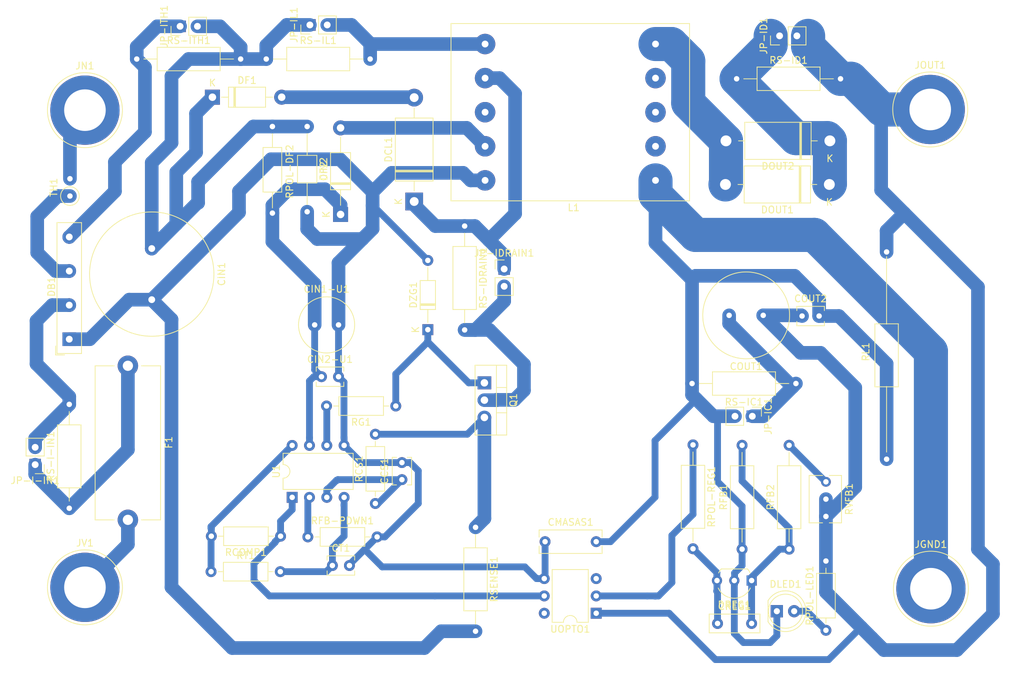
<source format=kicad_pcb>
(kicad_pcb (version 20171130) (host pcbnew "(5.1.0)-1")

  (general
    (thickness 1.6)
    (drawings 4)
    (tracks 316)
    (zones 0)
    (modules 54)
    (nets 35)
  )

  (page A4)
  (layers
    (0 F.Cu signal)
    (31 B.Cu signal)
    (32 B.Adhes user)
    (33 F.Adhes user)
    (34 B.Paste user)
    (35 F.Paste user)
    (36 B.SilkS user)
    (37 F.SilkS user)
    (38 B.Mask user)
    (39 F.Mask user)
    (40 Dwgs.User user)
    (41 Cmts.User user)
    (42 Eco1.User user)
    (43 Eco2.User user)
    (44 Edge.Cuts user)
    (45 Margin user)
    (46 B.CrtYd user)
    (47 F.CrtYd user hide)
    (48 B.Fab user)
    (49 F.Fab user hide)
  )

  (setup
    (last_trace_width 1)
    (user_trace_width 1)
    (user_trace_width 2)
    (user_trace_width 5)
    (trace_clearance 0.2)
    (zone_clearance 0.508)
    (zone_45_only no)
    (trace_min 0.2)
    (via_size 0.8)
    (via_drill 0.4)
    (via_min_size 0.4)
    (via_min_drill 0.3)
    (uvia_size 0.3)
    (uvia_drill 0.1)
    (uvias_allowed no)
    (uvia_min_size 0.2)
    (uvia_min_drill 0.1)
    (edge_width 0.05)
    (segment_width 0.2)
    (pcb_text_width 0.3)
    (pcb_text_size 1.5 1.5)
    (mod_edge_width 0.12)
    (mod_text_size 1 1)
    (mod_text_width 0.15)
    (pad_size 1.524 1.524)
    (pad_drill 0.762)
    (pad_to_mask_clearance 0.051)
    (solder_mask_min_width 0.25)
    (aux_axis_origin 0 0)
    (visible_elements 7FFCEFBF)
    (pcbplotparams
      (layerselection 0x010fc_ffffffff)
      (usegerberextensions false)
      (usegerberattributes false)
      (usegerberadvancedattributes false)
      (creategerberjobfile false)
      (excludeedgelayer true)
      (linewidth 0.100000)
      (plotframeref false)
      (viasonmask false)
      (mode 1)
      (useauxorigin false)
      (hpglpennumber 1)
      (hpglpenspeed 20)
      (hpglpendiameter 15.000000)
      (psnegative false)
      (psa4output false)
      (plotreference true)
      (plotvalue true)
      (plotinvisibletext false)
      (padsonsilk false)
      (subtractmaskfromsilk false)
      (outputformat 1)
      (mirror false)
      (drillshape 1)
      (scaleselection 1)
      (outputdirectory ""))
  )

  (net 0 "")
  (net 1 I-TH+)
  (net 2 GND)
  (net 3 I-IN-)
  (net 4 "Net-(DCL1-Pad2)")
  (net 5 IDRAIN+)
  (net 6 I-TH-)
  (net 7 Naux)
  (net 8 /18V)
  (net 9 "Net-(DOUT1-Pad2)")
  (net 10 ID+)
  (net 11 "Net-(CREG1-Pad2)")
  (net 12 "Net-(CREG1-Pad1)")
  (net 13 IC-)
  (net 14 "Net-(DZG1-Pad1)")
  (net 15 "Net-(Q1-Pad3)")
  (net 16 IDRAIN-)
  (net 17 I-IN+)
  (net 18 IC+)
  (net 19 ID-)
  (net 20 IL-)
  (net 21 5V)
  (net 22 "Net-(CT1-Pad1)")
  (net 23 "Net-(CCS1-Pad1)")
  (net 24 "Net-(RG1-Pad2)")
  (net 25 "Net-(RFB-PDWN1-Pad1)")
  (net 26 RCOMP)
  (net 27 "Net-(UOPTO1-Pad6)")
  (net 28 "Net-(UOPTO1-Pad3)")
  (net 29 "Net-(RPOL-REG1-Pad1)")
  (net 30 "Net-(DLED1-Pad2)")
  (net 31 "Net-(JN1-Pad1)")
  (net 32 "Net-(RFB2-Pad2)")
  (net 33 "Net-(F1-Pad2)")
  (net 34 "Net-(DB1-Pad4)")

  (net_class Default "Esta es la clase de red por defecto."
    (clearance 0.2)
    (trace_width 0.25)
    (via_dia 0.8)
    (via_drill 0.4)
    (uvia_dia 0.3)
    (uvia_drill 0.1)
    (add_net "Net-(DB1-Pad4)")
  )

  (net_class 0,5 ""
    (clearance 0.5)
    (trace_width 0.5)
    (via_dia 0.8)
    (via_drill 0.4)
    (uvia_dia 0.3)
    (uvia_drill 0.1)
  )

  (net_class 2,0 ""
    (clearance 0.5)
    (trace_width 2)
    (via_dia 0.8)
    (via_drill 0.4)
    (uvia_dia 0.3)
    (uvia_drill 0.1)
    (add_net /18V)
    (add_net 5V)
    (add_net GND)
    (add_net I-IN+)
    (add_net I-IN-)
    (add_net I-TH+)
    (add_net I-TH-)
    (add_net IC+)
    (add_net IC-)
    (add_net ID+)
    (add_net ID-)
    (add_net IDRAIN+)
    (add_net IDRAIN-)
    (add_net IL-)
    (add_net Naux)
    (add_net "Net-(CCS1-Pad1)")
    (add_net "Net-(CREG1-Pad1)")
    (add_net "Net-(CREG1-Pad2)")
    (add_net "Net-(CT1-Pad1)")
    (add_net "Net-(DCL1-Pad2)")
    (add_net "Net-(DLED1-Pad2)")
    (add_net "Net-(DOUT1-Pad2)")
    (add_net "Net-(DZG1-Pad1)")
    (add_net "Net-(F1-Pad2)")
    (add_net "Net-(JN1-Pad1)")
    (add_net "Net-(Q1-Pad3)")
    (add_net "Net-(RFB-PDWN1-Pad1)")
    (add_net "Net-(RFB2-Pad2)")
    (add_net "Net-(RG1-Pad2)")
    (add_net "Net-(RPOL-REG1-Pad1)")
    (add_net "Net-(UOPTO1-Pad3)")
    (add_net "Net-(UOPTO1-Pad6)")
    (add_net RCOMP)
  )

  (module Resistor_THT:R_Axial_DIN0207_L6.3mm_D2.5mm_P10.16mm_Horizontal (layer F.Cu) (tedit 5AE5139B) (tstamp 5D96D137)
    (at 101 128.6 180)
    (descr "Resistor, Axial_DIN0207 series, Axial, Horizontal, pin pitch=10.16mm, 0.25W = 1/4W, length*diameter=6.3*2.5mm^2, http://cdn-reichelt.de/documents/datenblatt/B400/1_4W%23YAG.pdf")
    (tags "Resistor Axial_DIN0207 series Axial Horizontal pin pitch 10.16mm 0.25W = 1/4W length 6.3mm diameter 2.5mm")
    (path /5D94D0B7)
    (fp_text reference RCOMP1 (at 5.08 -2.37 180) (layer F.SilkS)
      (effects (font (size 1 1) (thickness 0.15)))
    )
    (fp_text value "330 1/4W" (at 5.08 2.37 180) (layer F.Fab)
      (effects (font (size 1 1) (thickness 0.15)))
    )
    (fp_text user %R (at 5.08 0 180) (layer F.Fab)
      (effects (font (size 1 1) (thickness 0.15)))
    )
    (fp_line (start 11.21 -1.5) (end -1.05 -1.5) (layer F.CrtYd) (width 0.05))
    (fp_line (start 11.21 1.5) (end 11.21 -1.5) (layer F.CrtYd) (width 0.05))
    (fp_line (start -1.05 1.5) (end 11.21 1.5) (layer F.CrtYd) (width 0.05))
    (fp_line (start -1.05 -1.5) (end -1.05 1.5) (layer F.CrtYd) (width 0.05))
    (fp_line (start 9.12 0) (end 8.35 0) (layer F.SilkS) (width 0.12))
    (fp_line (start 1.04 0) (end 1.81 0) (layer F.SilkS) (width 0.12))
    (fp_line (start 8.35 -1.37) (end 1.81 -1.37) (layer F.SilkS) (width 0.12))
    (fp_line (start 8.35 1.37) (end 8.35 -1.37) (layer F.SilkS) (width 0.12))
    (fp_line (start 1.81 1.37) (end 8.35 1.37) (layer F.SilkS) (width 0.12))
    (fp_line (start 1.81 -1.37) (end 1.81 1.37) (layer F.SilkS) (width 0.12))
    (fp_line (start 10.16 0) (end 8.23 0) (layer F.Fab) (width 0.1))
    (fp_line (start 0 0) (end 1.93 0) (layer F.Fab) (width 0.1))
    (fp_line (start 8.23 -1.25) (end 1.93 -1.25) (layer F.Fab) (width 0.1))
    (fp_line (start 8.23 1.25) (end 8.23 -1.25) (layer F.Fab) (width 0.1))
    (fp_line (start 1.93 1.25) (end 8.23 1.25) (layer F.Fab) (width 0.1))
    (fp_line (start 1.93 -1.25) (end 1.93 1.25) (layer F.Fab) (width 0.1))
    (pad 2 thru_hole oval (at 10.16 0 180) (size 1.6 1.6) (drill 0.8) (layers *.Cu *.Mask)
      (net 21 5V))
    (pad 1 thru_hole circle (at 0 0 180) (size 1.6 1.6) (drill 0.8) (layers *.Cu *.Mask)
      (net 26 RCOMP))
    (model ${KISYS3DMOD}/Resistor_THT.3dshapes/R_Axial_DIN0207_L6.3mm_D2.5mm_P10.16mm_Horizontal.wrl
      (at (xyz 0 0 0))
      (scale (xyz 1 1 1))
      (rotate (xyz 0 0 0))
    )
  )

  (module Flyback:R12,5 (layer F.Cu) (tedit 5D9A5BCD) (tstamp 5D96D193)
    (at 99.8 68.5 270)
    (descr "Resistor, Axial_DIN0207 series, Axial, Horizontal, pin pitch=10.16mm, 0.25W = 1/4W, length*diameter=6.3*2.5mm^2, http://cdn-reichelt.de/documents/datenblatt/B400/1_4W%23YAG.pdf")
    (tags "Resistor Axial_DIN0207 series Axial Horizontal pin pitch 10.16mm 0.25W = 1/4W length 6.3mm diameter 2.5mm")
    (path /5D9158BF)
    (fp_text reference RPOL-DF2 (at 6.604 -2.54 270) (layer F.SilkS)
      (effects (font (size 1 1) (thickness 0.15)))
    )
    (fp_text value "220k 1W" (at 7.112 3.048 270) (layer F.Fab)
      (effects (font (size 1 1) (thickness 0.15)))
    )
    (fp_text user %R (at 6.35 0 270) (layer F.Fab)
      (effects (font (size 1 1) (thickness 0.15)))
    )
    (fp_line (start 13.716 -1.476) (end -1.05 -1.5) (layer F.CrtYd) (width 0.05))
    (fp_line (start 13.716 1.524) (end 13.716 -1.476) (layer F.CrtYd) (width 0.05))
    (fp_line (start -1.05 1.5) (end 13.716 1.524) (layer F.CrtYd) (width 0.05))
    (fp_line (start -1.05 -1.5) (end -1.05 1.5) (layer F.CrtYd) (width 0.05))
    (fp_line (start 11.938 0) (end 9.652 0) (layer F.SilkS) (width 0.12))
    (fp_line (start 1.04 0) (end 3.048 0) (layer F.SilkS) (width 0.12))
    (fp_line (start 9.62 -1.37) (end 3.08 -1.37) (layer F.SilkS) (width 0.12))
    (fp_line (start 9.62 1.37) (end 9.62 -1.37) (layer F.SilkS) (width 0.12))
    (fp_line (start 3.08 1.37) (end 9.62 1.37) (layer F.SilkS) (width 0.12))
    (fp_line (start 3.08 -1.37) (end 3.08 1.37) (layer F.SilkS) (width 0.12))
    (fp_line (start 11.938 0) (end 9.652 0) (layer F.Fab) (width 0.1))
    (fp_line (start 0.762 0) (end 3.048 0) (layer F.Fab) (width 0.1))
    (fp_line (start 9.5 -1.25) (end 3.2 -1.25) (layer F.Fab) (width 0.1))
    (fp_line (start 9.5 1.25) (end 9.5 -1.25) (layer F.Fab) (width 0.1))
    (fp_line (start 3.2 1.25) (end 9.5 1.25) (layer F.Fab) (width 0.1))
    (fp_line (start 3.2 -1.25) (end 3.2 1.25) (layer F.Fab) (width 0.1))
    (pad 2 thru_hole oval (at 12.7 0 270) (size 1.6 1.6) (drill 0.8) (layers *.Cu *.Mask)
      (net 8 /18V))
    (pad 1 thru_hole circle (at 0 0 270) (size 1.6 1.6) (drill 0.8) (layers *.Cu *.Mask)
      (net 6 I-TH-))
    (model ${KISYS3DMOD}/Resistor_THT.3dshapes/R_Axial_DIN0207_L6.3mm_D2.5mm_P10.16mm_Horizontal.wrl
      (at (xyz 0 0 0))
      (scale (xyz 1 1 1))
      (rotate (xyz 0 0 0))
    )
  )

  (module Capacitor_THT:C_Axial_L3.8mm_D2.6mm_P12.50mm_Horizontal (layer F.Cu) (tedit 5AE50EF0) (tstamp 5D975951)
    (at 104.9 68.5 270)
    (descr "C, Axial series, Axial, Horizontal, pin pitch=12.5mm, , length*diameter=3.8*2.6mm^2, http://www.vishay.com/docs/45231/arseries.pdf")
    (tags "C Axial series Axial Horizontal pin pitch 12.5mm  length 3.8mm diameter 2.6mm")
    (path /5D911C39)
    (fp_text reference CIN2 (at 6.25 -2.42 270) (layer F.SilkS)
      (effects (font (size 1 1) (thickness 0.15)))
    )
    (fp_text value "0.1u 400V" (at 6.25 2.42 270) (layer F.Fab)
      (effects (font (size 1 1) (thickness 0.15)))
    )
    (fp_text user %R (at 6.25 0 270) (layer F.Fab)
      (effects (font (size 0.76 0.76) (thickness 0.114)))
    )
    (fp_line (start 13.55 -1.55) (end -1.05 -1.55) (layer F.CrtYd) (width 0.05))
    (fp_line (start 13.55 1.55) (end 13.55 -1.55) (layer F.CrtYd) (width 0.05))
    (fp_line (start -1.05 1.55) (end 13.55 1.55) (layer F.CrtYd) (width 0.05))
    (fp_line (start -1.05 -1.55) (end -1.05 1.55) (layer F.CrtYd) (width 0.05))
    (fp_line (start 11.46 0) (end 8.27 0) (layer F.SilkS) (width 0.12))
    (fp_line (start 1.04 0) (end 4.23 0) (layer F.SilkS) (width 0.12))
    (fp_line (start 8.27 -1.42) (end 4.23 -1.42) (layer F.SilkS) (width 0.12))
    (fp_line (start 8.27 1.42) (end 8.27 -1.42) (layer F.SilkS) (width 0.12))
    (fp_line (start 4.23 1.42) (end 8.27 1.42) (layer F.SilkS) (width 0.12))
    (fp_line (start 4.23 -1.42) (end 4.23 1.42) (layer F.SilkS) (width 0.12))
    (fp_line (start 12.5 0) (end 8.15 0) (layer F.Fab) (width 0.1))
    (fp_line (start 0 0) (end 4.35 0) (layer F.Fab) (width 0.1))
    (fp_line (start 8.15 -1.3) (end 4.35 -1.3) (layer F.Fab) (width 0.1))
    (fp_line (start 8.15 1.3) (end 8.15 -1.3) (layer F.Fab) (width 0.1))
    (fp_line (start 4.35 1.3) (end 8.15 1.3) (layer F.Fab) (width 0.1))
    (fp_line (start 4.35 -1.3) (end 4.35 1.3) (layer F.Fab) (width 0.1))
    (pad 2 thru_hole oval (at 12.5 0 270) (size 1.6 1.6) (drill 0.8) (layers *.Cu *.Mask)
      (net 2 GND))
    (pad 1 thru_hole circle (at 0 0 270) (size 1.6 1.6) (drill 0.8) (layers *.Cu *.Mask)
      (net 6 I-TH-))
    (model ${KISYS3DMOD}/Capacitor_THT.3dshapes/C_Axial_L3.8mm_D2.6mm_P12.50mm_Horizontal.wrl
      (at (xyz 0 0 0))
      (scale (xyz 1 1 1))
      (rotate (xyz 0 0 0))
    )
  )

  (module Diode_THT:D_DO-41_SOD81_P12.70mm_Horizontal (layer F.Cu) (tedit 5AE50CD5) (tstamp 5D957949)
    (at 109.8 81.4 90)
    (descr "Diode, DO-41_SOD81 series, Axial, Horizontal, pin pitch=12.7mm, , length*diameter=5.2*2.7mm^2, , http://www.diodes.com/_files/packages/DO-41%20(Plastic).pdf")
    (tags "Diode DO-41_SOD81 series Axial Horizontal pin pitch 12.7mm  length 5.2mm diameter 2.7mm")
    (path /5D91B7DE)
    (fp_text reference DF2 (at 6.35 -2.47 90) (layer F.SilkS)
      (effects (font (size 1 1) (thickness 0.15)))
    )
    (fp_text value UF4007 (at 6.35 2.47 90) (layer F.Fab)
      (effects (font (size 1 1) (thickness 0.15)))
    )
    (fp_text user K (at 0 -2.1 90) (layer F.SilkS)
      (effects (font (size 1 1) (thickness 0.15)))
    )
    (fp_text user K (at 0 -2.1 90) (layer F.Fab)
      (effects (font (size 1 1) (thickness 0.15)))
    )
    (fp_text user %R (at 6.74 0 90) (layer F.Fab)
      (effects (font (size 1 1) (thickness 0.15)))
    )
    (fp_line (start 14.05 -1.6) (end -1.35 -1.6) (layer F.CrtYd) (width 0.05))
    (fp_line (start 14.05 1.6) (end 14.05 -1.6) (layer F.CrtYd) (width 0.05))
    (fp_line (start -1.35 1.6) (end 14.05 1.6) (layer F.CrtYd) (width 0.05))
    (fp_line (start -1.35 -1.6) (end -1.35 1.6) (layer F.CrtYd) (width 0.05))
    (fp_line (start 4.41 -1.47) (end 4.41 1.47) (layer F.SilkS) (width 0.12))
    (fp_line (start 4.65 -1.47) (end 4.65 1.47) (layer F.SilkS) (width 0.12))
    (fp_line (start 4.53 -1.47) (end 4.53 1.47) (layer F.SilkS) (width 0.12))
    (fp_line (start 11.36 0) (end 9.07 0) (layer F.SilkS) (width 0.12))
    (fp_line (start 1.34 0) (end 3.63 0) (layer F.SilkS) (width 0.12))
    (fp_line (start 9.07 -1.47) (end 3.63 -1.47) (layer F.SilkS) (width 0.12))
    (fp_line (start 9.07 1.47) (end 9.07 -1.47) (layer F.SilkS) (width 0.12))
    (fp_line (start 3.63 1.47) (end 9.07 1.47) (layer F.SilkS) (width 0.12))
    (fp_line (start 3.63 -1.47) (end 3.63 1.47) (layer F.SilkS) (width 0.12))
    (fp_line (start 4.43 -1.35) (end 4.43 1.35) (layer F.Fab) (width 0.1))
    (fp_line (start 4.63 -1.35) (end 4.63 1.35) (layer F.Fab) (width 0.1))
    (fp_line (start 4.53 -1.35) (end 4.53 1.35) (layer F.Fab) (width 0.1))
    (fp_line (start 12.7 0) (end 8.95 0) (layer F.Fab) (width 0.1))
    (fp_line (start 0 0) (end 3.75 0) (layer F.Fab) (width 0.1))
    (fp_line (start 8.95 -1.35) (end 3.75 -1.35) (layer F.Fab) (width 0.1))
    (fp_line (start 8.95 1.35) (end 8.95 -1.35) (layer F.Fab) (width 0.1))
    (fp_line (start 3.75 1.35) (end 8.95 1.35) (layer F.Fab) (width 0.1))
    (fp_line (start 3.75 -1.35) (end 3.75 1.35) (layer F.Fab) (width 0.1))
    (pad 2 thru_hole oval (at 12.7 0 90) (size 2.2 2.2) (drill 1.1) (layers *.Cu *.Mask)
      (net 7 Naux))
    (pad 1 thru_hole rect (at 0 0 90) (size 2.2 2.2) (drill 1.1) (layers *.Cu *.Mask)
      (net 8 /18V))
    (model ${KISYS3DMOD}/Diode_THT.3dshapes/D_DO-41_SOD81_P12.70mm_Horizontal.wrl
      (at (xyz 0 0 0))
      (scale (xyz 1 1 1))
      (rotate (xyz 0 0 0))
    )
  )

  (module Resistor_THT:R_Axial_DIN0207_L6.3mm_D2.5mm_P10.16mm_Horizontal (layer F.Cu) (tedit 5AE5139B) (tstamp 5D96D2DE)
    (at 90.8 133.8)
    (descr "Resistor, Axial_DIN0207 series, Axial, Horizontal, pin pitch=10.16mm, 0.25W = 1/4W, length*diameter=6.3*2.5mm^2, http://cdn-reichelt.de/documents/datenblatt/B400/1_4W%23YAG.pdf")
    (tags "Resistor Axial_DIN0207 series Axial Horizontal pin pitch 10.16mm 0.25W = 1/4W length 6.3mm diameter 2.5mm")
    (path /5D93B612)
    (fp_text reference RT1 (at 5.08 -2.37) (layer F.SilkS)
      (effects (font (size 1 1) (thickness 0.15)))
    )
    (fp_text value "18k 1/4W" (at 5.08 2.37) (layer F.Fab)
      (effects (font (size 1 1) (thickness 0.15)))
    )
    (fp_text user %R (at 5.08 0) (layer F.Fab)
      (effects (font (size 1 1) (thickness 0.15)))
    )
    (fp_line (start 11.21 -1.5) (end -1.05 -1.5) (layer F.CrtYd) (width 0.05))
    (fp_line (start 11.21 1.5) (end 11.21 -1.5) (layer F.CrtYd) (width 0.05))
    (fp_line (start -1.05 1.5) (end 11.21 1.5) (layer F.CrtYd) (width 0.05))
    (fp_line (start -1.05 -1.5) (end -1.05 1.5) (layer F.CrtYd) (width 0.05))
    (fp_line (start 9.12 0) (end 8.35 0) (layer F.SilkS) (width 0.12))
    (fp_line (start 1.04 0) (end 1.81 0) (layer F.SilkS) (width 0.12))
    (fp_line (start 8.35 -1.37) (end 1.81 -1.37) (layer F.SilkS) (width 0.12))
    (fp_line (start 8.35 1.37) (end 8.35 -1.37) (layer F.SilkS) (width 0.12))
    (fp_line (start 1.81 1.37) (end 8.35 1.37) (layer F.SilkS) (width 0.12))
    (fp_line (start 1.81 -1.37) (end 1.81 1.37) (layer F.SilkS) (width 0.12))
    (fp_line (start 10.16 0) (end 8.23 0) (layer F.Fab) (width 0.1))
    (fp_line (start 0 0) (end 1.93 0) (layer F.Fab) (width 0.1))
    (fp_line (start 8.23 -1.25) (end 1.93 -1.25) (layer F.Fab) (width 0.1))
    (fp_line (start 8.23 1.25) (end 8.23 -1.25) (layer F.Fab) (width 0.1))
    (fp_line (start 1.93 1.25) (end 8.23 1.25) (layer F.Fab) (width 0.1))
    (fp_line (start 1.93 -1.25) (end 1.93 1.25) (layer F.Fab) (width 0.1))
    (pad 2 thru_hole oval (at 10.16 0) (size 1.6 1.6) (drill 0.8) (layers *.Cu *.Mask)
      (net 22 "Net-(CT1-Pad1)"))
    (pad 1 thru_hole circle (at 0 0) (size 1.6 1.6) (drill 0.8) (layers *.Cu *.Mask)
      (net 21 5V))
    (model ${KISYS3DMOD}/Resistor_THT.3dshapes/R_Axial_DIN0207_L6.3mm_D2.5mm_P10.16mm_Horizontal.wrl
      (at (xyz 0 0 0))
      (scale (xyz 1 1 1))
      (rotate (xyz 0 0 0))
    )
  )

  (module Diode_THT:D_DO-201AE_P15.24mm_Horizontal (layer F.Cu) (tedit 5AE50CD5) (tstamp 5D95790B)
    (at 120.6 79.5 90)
    (descr "Diode, DO-201AE series, Axial, Horizontal, pin pitch=15.24mm, , length*diameter=9*5.3mm^2, , http://www.farnell.com/datasheets/529758.pdf")
    (tags "Diode DO-201AE series Axial Horizontal pin pitch 15.24mm  length 9mm diameter 5.3mm")
    (path /5D91E0E4)
    (fp_text reference DCL1 (at 7.62 -3.77 90) (layer F.SilkS)
      (effects (font (size 1 1) (thickness 0.15)))
    )
    (fp_text value "1.5KE170CA 5W" (at 7.62 3.77 90) (layer F.Fab)
      (effects (font (size 1 1) (thickness 0.15)))
    )
    (fp_text user K (at 0 -2.3 90) (layer F.SilkS)
      (effects (font (size 1 1) (thickness 0.15)))
    )
    (fp_text user K (at 0 -2.3 90) (layer F.Fab)
      (effects (font (size 1 1) (thickness 0.15)))
    )
    (fp_text user %R (at 8.295 0 90) (layer F.Fab)
      (effects (font (size 1 1) (thickness 0.15)))
    )
    (fp_line (start 16.79 -2.9) (end -1.55 -2.9) (layer F.CrtYd) (width 0.05))
    (fp_line (start 16.79 2.9) (end 16.79 -2.9) (layer F.CrtYd) (width 0.05))
    (fp_line (start -1.55 2.9) (end 16.79 2.9) (layer F.CrtYd) (width 0.05))
    (fp_line (start -1.55 -2.9) (end -1.55 2.9) (layer F.CrtYd) (width 0.05))
    (fp_line (start 4.35 -2.77) (end 4.35 2.77) (layer F.SilkS) (width 0.12))
    (fp_line (start 4.59 -2.77) (end 4.59 2.77) (layer F.SilkS) (width 0.12))
    (fp_line (start 4.47 -2.77) (end 4.47 2.77) (layer F.SilkS) (width 0.12))
    (fp_line (start 13.7 0) (end 12.24 0) (layer F.SilkS) (width 0.12))
    (fp_line (start 1.54 0) (end 3 0) (layer F.SilkS) (width 0.12))
    (fp_line (start 12.24 -2.77) (end 3 -2.77) (layer F.SilkS) (width 0.12))
    (fp_line (start 12.24 2.77) (end 12.24 -2.77) (layer F.SilkS) (width 0.12))
    (fp_line (start 3 2.77) (end 12.24 2.77) (layer F.SilkS) (width 0.12))
    (fp_line (start 3 -2.77) (end 3 2.77) (layer F.SilkS) (width 0.12))
    (fp_line (start 4.37 -2.65) (end 4.37 2.65) (layer F.Fab) (width 0.1))
    (fp_line (start 4.57 -2.65) (end 4.57 2.65) (layer F.Fab) (width 0.1))
    (fp_line (start 4.47 -2.65) (end 4.47 2.65) (layer F.Fab) (width 0.1))
    (fp_line (start 15.24 0) (end 12.12 0) (layer F.Fab) (width 0.1))
    (fp_line (start 0 0) (end 3.12 0) (layer F.Fab) (width 0.1))
    (fp_line (start 12.12 -2.65) (end 3.12 -2.65) (layer F.Fab) (width 0.1))
    (fp_line (start 12.12 2.65) (end 12.12 -2.65) (layer F.Fab) (width 0.1))
    (fp_line (start 3.12 2.65) (end 12.12 2.65) (layer F.Fab) (width 0.1))
    (fp_line (start 3.12 -2.65) (end 3.12 2.65) (layer F.Fab) (width 0.1))
    (pad 2 thru_hole oval (at 15.24 0 90) (size 2.6 2.6) (drill 1.3) (layers *.Cu *.Mask)
      (net 4 "Net-(DCL1-Pad2)"))
    (pad 1 thru_hole rect (at 0 0 90) (size 2.6 2.6) (drill 1.3) (layers *.Cu *.Mask)
      (net 5 IDRAIN+))
    (model ${KISYS3DMOD}/Diode_THT.3dshapes/D_DO-201AE_P15.24mm_Horizontal.wrl
      (at (xyz 0 0 0))
      (scale (xyz 1 1 1))
      (rotate (xyz 0 0 0))
    )
  )

  (module Flyback:RCarga30mm (layer F.Cu) (tedit 5D9A4152) (tstamp 5D97E968)
    (at 189.9 117.3 90)
    (descr "Resistor, Axial_DIN0309 series, Axial, Horizontal, pin pitch=25.4mm, 0.5W = 1/2W, length*diameter=9*3.2mm^2, http://cdn-reichelt.de/documents/datenblatt/B400/1_4W%23YAG.pdf")
    (tags "Resistor Axial_DIN0309 series Axial Horizontal pin pitch 25.4mm 0.5W = 1/2W length 9mm diameter 3.2mm")
    (path /5D9E2A2B)
    (fp_text reference RL1 (at 15.748 -3.048 90) (layer F.SilkS)
      (effects (font (size 1 1) (thickness 0.15)))
    )
    (fp_text value "68 2W" (at 16.002 3.302 90) (layer F.Fab)
      (effects (font (size 1 1) (thickness 0.15)))
    )
    (fp_text user %R (at 15.24 0 90) (layer F.Fab)
      (effects (font (size 1 1) (thickness 0.15)))
    )
    (fp_line (start 31.45 -1.85) (end -1.05 -1.85) (layer F.CrtYd) (width 0.05))
    (fp_line (start 31.45 1.85) (end 31.45 -1.85) (layer F.CrtYd) (width 0.05))
    (fp_line (start -1.05 1.85) (end 31.45 1.85) (layer F.CrtYd) (width 0.05))
    (fp_line (start -1.05 -1.85) (end -1.05 1.85) (layer F.CrtYd) (width 0.05))
    (fp_line (start 29.718 0) (end 19.812 0) (layer F.SilkS) (width 0.12))
    (fp_line (start 1.04 0) (end 10.668 0) (layer F.SilkS) (width 0.12))
    (fp_line (start 19.86 -1.72) (end 10.62 -1.72) (layer F.SilkS) (width 0.12))
    (fp_line (start 19.86 1.72) (end 19.86 -1.72) (layer F.SilkS) (width 0.12))
    (fp_line (start 10.62 1.72) (end 19.86 1.72) (layer F.SilkS) (width 0.12))
    (fp_line (start 10.62 -1.72) (end 10.62 1.72) (layer F.SilkS) (width 0.12))
    (fp_line (start 29.464 0) (end 19.812 0) (layer F.Fab) (width 0.1))
    (fp_line (start 0 0) (end 10.668 0) (layer F.Fab) (width 0.1))
    (fp_line (start 19.74 -1.6) (end 10.74 -1.6) (layer F.Fab) (width 0.1))
    (fp_line (start 19.74 1.6) (end 19.74 -1.6) (layer F.Fab) (width 0.1))
    (fp_line (start 10.74 1.6) (end 19.74 1.6) (layer F.Fab) (width 0.1))
    (fp_line (start 10.74 -1.6) (end 10.74 1.6) (layer F.Fab) (width 0.1))
    (pad 2 thru_hole oval (at 30.4 0 90) (size 1.6 1.6) (drill 0.8) (layers *.Cu *.Mask)
      (net 19 ID-))
    (pad 1 thru_hole circle (at 0 0 90) (size 1.6 1.6) (drill 0.8) (layers *.Cu *.Mask)
      (net 13 IC-))
    (model ${KISYS3DMOD}/Resistor_THT.3dshapes/R_Axial_DIN0309_L9.0mm_D3.2mm_P25.40mm_Horizontal.wrl
      (at (xyz 0 0 0))
      (scale (xyz 1 1 1))
      (rotate (xyz 0 0 0))
    )
  )

  (module Flyback:PuenteDiodos (layer F.Cu) (tedit 5D9A104E) (tstamp 5D9578EC)
    (at 70 99.7 90)
    (descr "Vishay GBU rectifier package, 5.08mm pitch, see http://www.vishay.com/docs/88606/g3sba20.pdf")
    (tags "Vishay GBU rectifier diode bridge")
    (path /5D915B82)
    (fp_text reference DB1 (at 7.7 -2.6 270) (layer F.SilkS)
      (effects (font (size 1 1) (thickness 0.15)))
    )
    (fp_text value W10G (at 7.1 2.8 270) (layer F.Fab)
      (effects (font (size 1 1) (thickness 0.15)))
    )
    (fp_line (start 17.25 2) (end -2.25 2) (layer F.CrtYd) (width 0.05))
    (fp_line (start 17.25 2) (end 17.25 -2) (layer F.CrtYd) (width 0.05))
    (fp_line (start -2.25 -2) (end -2.25 2) (layer F.CrtYd) (width 0.05))
    (fp_line (start -2.25 -2) (end 17.25 -2) (layer F.CrtYd) (width 0.05))
    (fp_line (start -1.25 -1.75) (end 17 -1.75) (layer F.Fab) (width 0.12))
    (fp_line (start 17 -1.75) (end 17 1.75) (layer F.Fab) (width 0.12))
    (fp_line (start 17 1.75) (end -2 1.75) (layer F.Fab) (width 0.12))
    (fp_line (start -2 1.75) (end -2 -1) (layer F.Fab) (width 0.12))
    (fp_line (start -2 -1) (end -1.25 -1.75) (layer F.Fab) (width 0.12))
    (fp_line (start 0 -1.75) (end 0 1.75) (layer F.Fab) (width 0.12))
    (fp_line (start -2.1 1.8) (end -2.1 -1.8) (layer F.SilkS) (width 0.12))
    (fp_line (start -2.1 -1.8) (end 17.1 -1.8) (layer F.SilkS) (width 0.12))
    (fp_line (start 17.1 -1.8) (end 17.1 1.8) (layer F.SilkS) (width 0.12))
    (fp_line (start 17.1 1.8) (end -2.1 1.8) (layer F.SilkS) (width 0.12))
    (fp_line (start -2.3 -0.7) (end -2.3 -2) (layer F.SilkS) (width 0.12))
    (fp_line (start -2.3 -2) (end -1 -2) (layer F.SilkS) (width 0.12))
    (fp_text user %R (at 7.5 0 270) (layer F.Fab)
      (effects (font (size 1 1) (thickness 0.15)))
    )
    (pad 3 thru_hole rect (at 0 0 90) (size 2 2) (drill 1) (layers *.Cu *.Mask)
      (net 2 GND))
    (pad 2 thru_hole circle (at 5 0 90) (size 2 2) (drill 1) (layers *.Cu *.Mask)
      (net 3 I-IN-))
    (pad 4 thru_hole circle (at 10 0 90) (size 2 2) (drill 1) (layers *.Cu *.Mask)
      (net 34 "Net-(DB1-Pad4)"))
    (pad 1 thru_hole circle (at 15 0 90) (size 2 2) (drill 1) (layers *.Cu *.Mask)
      (net 1 I-TH+))
    (model ${KISYS3DMOD}/Diode_THT.3dshapes/Diode_Bridge_19.0x3.5x10.0mm_P5.0mm.wrl
      (at (xyz 0 0 0))
      (scale (xyz 1 1 1))
      (rotate (xyz 0 0 0))
    )
  )

  (module Package_TO_SOT_THT:TO-92L_Inline_Wide (layer F.Cu) (tedit 5A11996A) (tstamp 5D957999)
    (at 170.1 135.1 180)
    (descr "TO-92L leads in-line (large body variant of TO-92), also known as TO-226, wide, drill 0.75mm (see https://www.diodes.com/assets/Package-Files/TO92L.pdf and http://www.ti.com/lit/an/snoa059/snoa059.pdf)")
    (tags "TO-92L Inline Wide transistor")
    (path /5D9369A1)
    (fp_text reference DREG1 (at 2.54 -3.56 180) (layer F.SilkS)
      (effects (font (size 1 1) (thickness 0.15)))
    )
    (fp_text value TL431LP (at 2.54 2.79 180) (layer F.Fab)
      (effects (font (size 1 1) (thickness 0.15)))
    )
    (fp_arc (start 2.54 0) (end 4.45 1.7) (angle -15.88591585) (layer F.SilkS) (width 0.12))
    (fp_arc (start 2.54 0) (end 2.54 -2.48) (angle -130.2499344) (layer F.Fab) (width 0.1))
    (fp_arc (start 2.54 0) (end 2.54 -2.48) (angle 129.9527847) (layer F.Fab) (width 0.1))
    (fp_arc (start 2.54 0) (end 2.54 -2.6) (angle 65) (layer F.SilkS) (width 0.12))
    (fp_arc (start 2.54 0) (end 2.54 -2.6) (angle -65) (layer F.SilkS) (width 0.12))
    (fp_arc (start 2.54 0) (end 0.6 1.7) (angle 15.44288892) (layer F.SilkS) (width 0.12))
    (fp_line (start 6.1 1.85) (end -1 1.85) (layer F.CrtYd) (width 0.05))
    (fp_line (start 6.1 1.85) (end 6.1 -2.75) (layer F.CrtYd) (width 0.05))
    (fp_line (start -1 -2.75) (end -1 1.85) (layer F.CrtYd) (width 0.05))
    (fp_line (start -1 -2.75) (end 6.1 -2.75) (layer F.CrtYd) (width 0.05))
    (fp_line (start 0.65 1.6) (end 4.4 1.6) (layer F.Fab) (width 0.1))
    (fp_line (start 0.6 1.7) (end 4.45 1.7) (layer F.SilkS) (width 0.12))
    (fp_text user %R (at 2.54 -3.56 180) (layer F.Fab)
      (effects (font (size 1 1) (thickness 0.15)))
    )
    (pad 1 thru_hole rect (at 0 0 270) (size 1.5 1.5) (drill 0.8) (layers *.Cu *.Mask)
      (net 11 "Net-(CREG1-Pad2)"))
    (pad 3 thru_hole circle (at 5.08 0 270) (size 1.5 1.5) (drill 0.8) (layers *.Cu *.Mask)
      (net 12 "Net-(CREG1-Pad1)"))
    (pad 2 thru_hole circle (at 2.54 0 270) (size 1.5 1.5) (drill 0.8) (layers *.Cu *.Mask)
      (net 13 IC-))
    (model ${KISYS3DMOD}/Package_TO_SOT_THT.3dshapes/TO-92L_Inline_Wide.wrl
      (at (xyz 0 0 0))
      (scale (xyz 1 1 1))
      (rotate (xyz 0 0 0))
    )
  )

  (module Resistor_THT:R_Axial_DIN0309_L9.0mm_D3.2mm_P15.24mm_Horizontal (layer F.Cu) (tedit 5AE5139B) (tstamp 5D975D05)
    (at 161.5 115.2 270)
    (descr "Resistor, Axial_DIN0309 series, Axial, Horizontal, pin pitch=15.24mm, 0.5W = 1/2W, length*diameter=9*3.2mm^2, http://cdn-reichelt.de/documents/datenblatt/B400/1_4W%23YAG.pdf")
    (tags "Resistor Axial_DIN0309 series Axial Horizontal pin pitch 15.24mm 0.5W = 1/2W length 9mm diameter 3.2mm")
    (path /5D94B437)
    (fp_text reference RPOL-REG1 (at 7.62 -2.72 270) (layer F.SilkS)
      (effects (font (size 1 1) (thickness 0.15)))
    )
    (fp_text value "100 1/4W" (at 7.62 2.72 270) (layer F.Fab)
      (effects (font (size 1 1) (thickness 0.15)))
    )
    (fp_text user %R (at 7.62 0 270) (layer F.Fab)
      (effects (font (size 1 1) (thickness 0.15)))
    )
    (fp_line (start 16.29 -1.85) (end -1.05 -1.85) (layer F.CrtYd) (width 0.05))
    (fp_line (start 16.29 1.85) (end 16.29 -1.85) (layer F.CrtYd) (width 0.05))
    (fp_line (start -1.05 1.85) (end 16.29 1.85) (layer F.CrtYd) (width 0.05))
    (fp_line (start -1.05 -1.85) (end -1.05 1.85) (layer F.CrtYd) (width 0.05))
    (fp_line (start 14.2 0) (end 12.24 0) (layer F.SilkS) (width 0.12))
    (fp_line (start 1.04 0) (end 3 0) (layer F.SilkS) (width 0.12))
    (fp_line (start 12.24 -1.72) (end 3 -1.72) (layer F.SilkS) (width 0.12))
    (fp_line (start 12.24 1.72) (end 12.24 -1.72) (layer F.SilkS) (width 0.12))
    (fp_line (start 3 1.72) (end 12.24 1.72) (layer F.SilkS) (width 0.12))
    (fp_line (start 3 -1.72) (end 3 1.72) (layer F.SilkS) (width 0.12))
    (fp_line (start 15.24 0) (end 12.12 0) (layer F.Fab) (width 0.1))
    (fp_line (start 0 0) (end 3.12 0) (layer F.Fab) (width 0.1))
    (fp_line (start 12.12 -1.6) (end 3.12 -1.6) (layer F.Fab) (width 0.1))
    (fp_line (start 12.12 1.6) (end 12.12 -1.6) (layer F.Fab) (width 0.1))
    (fp_line (start 3.12 1.6) (end 12.12 1.6) (layer F.Fab) (width 0.1))
    (fp_line (start 3.12 -1.6) (end 3.12 1.6) (layer F.Fab) (width 0.1))
    (pad 2 thru_hole oval (at 15.24 0 270) (size 1.6 1.6) (drill 0.8) (layers *.Cu *.Mask)
      (net 12 "Net-(CREG1-Pad1)"))
    (pad 1 thru_hole circle (at 0 0 270) (size 1.6 1.6) (drill 0.8) (layers *.Cu *.Mask)
      (net 29 "Net-(RPOL-REG1-Pad1)"))
    (model ${KISYS3DMOD}/Resistor_THT.3dshapes/R_Axial_DIN0309_L9.0mm_D3.2mm_P15.24mm_Horizontal.wrl
      (at (xyz 0 0 0))
      (scale (xyz 1 1 1))
      (rotate (xyz 0 0 0))
    )
  )

  (module Resistor_THT:R_Axial_DIN0309_L9.0mm_D3.2mm_P15.24mm_Horizontal (layer F.Cu) (tedit 5AE5139B) (tstamp 5D978F55)
    (at 175.6 130.5 90)
    (descr "Resistor, Axial_DIN0309 series, Axial, Horizontal, pin pitch=15.24mm, 0.5W = 1/2W, length*diameter=9*3.2mm^2, http://cdn-reichelt.de/documents/datenblatt/B400/1_4W%23YAG.pdf")
    (tags "Resistor Axial_DIN0309 series Axial Horizontal pin pitch 15.24mm 0.5W = 1/2W length 9mm diameter 3.2mm")
    (path /5DAAF832)
    (fp_text reference RFB2 (at 7.62 -2.72 90) (layer F.SilkS)
      (effects (font (size 1 1) (thickness 0.15)))
    )
    (fp_text value "2.7k 1/4W" (at 7.62 2.72 90) (layer F.Fab)
      (effects (font (size 1 1) (thickness 0.15)))
    )
    (fp_text user %R (at 7.62 0 90) (layer F.Fab)
      (effects (font (size 1 1) (thickness 0.15)))
    )
    (fp_line (start 16.29 -1.85) (end -1.05 -1.85) (layer F.CrtYd) (width 0.05))
    (fp_line (start 16.29 1.85) (end 16.29 -1.85) (layer F.CrtYd) (width 0.05))
    (fp_line (start -1.05 1.85) (end 16.29 1.85) (layer F.CrtYd) (width 0.05))
    (fp_line (start -1.05 -1.85) (end -1.05 1.85) (layer F.CrtYd) (width 0.05))
    (fp_line (start 14.2 0) (end 12.24 0) (layer F.SilkS) (width 0.12))
    (fp_line (start 1.04 0) (end 3 0) (layer F.SilkS) (width 0.12))
    (fp_line (start 12.24 -1.72) (end 3 -1.72) (layer F.SilkS) (width 0.12))
    (fp_line (start 12.24 1.72) (end 12.24 -1.72) (layer F.SilkS) (width 0.12))
    (fp_line (start 3 1.72) (end 12.24 1.72) (layer F.SilkS) (width 0.12))
    (fp_line (start 3 -1.72) (end 3 1.72) (layer F.SilkS) (width 0.12))
    (fp_line (start 15.24 0) (end 12.12 0) (layer F.Fab) (width 0.1))
    (fp_line (start 0 0) (end 3.12 0) (layer F.Fab) (width 0.1))
    (fp_line (start 12.12 -1.6) (end 3.12 -1.6) (layer F.Fab) (width 0.1))
    (fp_line (start 12.12 1.6) (end 12.12 -1.6) (layer F.Fab) (width 0.1))
    (fp_line (start 3.12 1.6) (end 12.12 1.6) (layer F.Fab) (width 0.1))
    (fp_line (start 3.12 -1.6) (end 3.12 1.6) (layer F.Fab) (width 0.1))
    (pad 2 thru_hole oval (at 15.24 0 90) (size 1.6 1.6) (drill 0.8) (layers *.Cu *.Mask)
      (net 32 "Net-(RFB2-Pad2)"))
    (pad 1 thru_hole circle (at 0 0 90) (size 1.6 1.6) (drill 0.8) (layers *.Cu *.Mask)
      (net 11 "Net-(CREG1-Pad2)"))
    (model ${KISYS3DMOD}/Resistor_THT.3dshapes/R_Axial_DIN0309_L9.0mm_D3.2mm_P15.24mm_Horizontal.wrl
      (at (xyz 0 0 0))
      (scale (xyz 1 1 1))
      (rotate (xyz 0 0 0))
    )
  )

  (module Resistor_THT:R_Axial_DIN0309_L9.0mm_D3.2mm_P15.24mm_Horizontal (layer F.Cu) (tedit 5AE5139B) (tstamp 5D975C53)
    (at 168.7 130.5 90)
    (descr "Resistor, Axial_DIN0309 series, Axial, Horizontal, pin pitch=15.24mm, 0.5W = 1/2W, length*diameter=9*3.2mm^2, http://cdn-reichelt.de/documents/datenblatt/B400/1_4W%23YAG.pdf")
    (tags "Resistor Axial_DIN0309 series Axial Horizontal pin pitch 15.24mm 0.5W = 1/2W length 9mm diameter 3.2mm")
    (path /5DA8955D)
    (fp_text reference RFB1 (at 7.62 -2.72 90) (layer F.SilkS)
      (effects (font (size 1 1) (thickness 0.15)))
    )
    (fp_text value "3.3k 1/4W" (at 7.62 2.72 90) (layer F.Fab)
      (effects (font (size 1 1) (thickness 0.15)))
    )
    (fp_text user %R (at 7.62 0 90) (layer F.Fab)
      (effects (font (size 1 1) (thickness 0.15)))
    )
    (fp_line (start 16.29 -1.85) (end -1.05 -1.85) (layer F.CrtYd) (width 0.05))
    (fp_line (start 16.29 1.85) (end 16.29 -1.85) (layer F.CrtYd) (width 0.05))
    (fp_line (start -1.05 1.85) (end 16.29 1.85) (layer F.CrtYd) (width 0.05))
    (fp_line (start -1.05 -1.85) (end -1.05 1.85) (layer F.CrtYd) (width 0.05))
    (fp_line (start 14.2 0) (end 12.24 0) (layer F.SilkS) (width 0.12))
    (fp_line (start 1.04 0) (end 3 0) (layer F.SilkS) (width 0.12))
    (fp_line (start 12.24 -1.72) (end 3 -1.72) (layer F.SilkS) (width 0.12))
    (fp_line (start 12.24 1.72) (end 12.24 -1.72) (layer F.SilkS) (width 0.12))
    (fp_line (start 3 1.72) (end 12.24 1.72) (layer F.SilkS) (width 0.12))
    (fp_line (start 3 -1.72) (end 3 1.72) (layer F.SilkS) (width 0.12))
    (fp_line (start 15.24 0) (end 12.12 0) (layer F.Fab) (width 0.1))
    (fp_line (start 0 0) (end 3.12 0) (layer F.Fab) (width 0.1))
    (fp_line (start 12.12 -1.6) (end 3.12 -1.6) (layer F.Fab) (width 0.1))
    (fp_line (start 12.12 1.6) (end 12.12 -1.6) (layer F.Fab) (width 0.1))
    (fp_line (start 3.12 1.6) (end 12.12 1.6) (layer F.Fab) (width 0.1))
    (fp_line (start 3.12 -1.6) (end 3.12 1.6) (layer F.Fab) (width 0.1))
    (pad 2 thru_hole oval (at 15.24 0 90) (size 1.6 1.6) (drill 0.8) (layers *.Cu *.Mask)
      (net 11 "Net-(CREG1-Pad2)"))
    (pad 1 thru_hole circle (at 0 0 90) (size 1.6 1.6) (drill 0.8) (layers *.Cu *.Mask)
      (net 13 IC-))
    (model ${KISYS3DMOD}/Resistor_THT.3dshapes/R_Axial_DIN0309_L9.0mm_D3.2mm_P15.24mm_Horizontal.wrl
      (at (xyz 0 0 0))
      (scale (xyz 1 1 1))
      (rotate (xyz 0 0 0))
    )
  )

  (module Capacitor_THT:C_Rect_L7.2mm_W2.5mm_P5.00mm_FKS2_FKP2_MKS2_MKP2 (layer F.Cu) (tedit 5AE50EF0) (tstamp 5D9759B9)
    (at 165.1 141.4)
    (descr "C, Rect series, Radial, pin pitch=5.00mm, , length*width=7.2*2.5mm^2, Capacitor, http://www.wima.com/EN/WIMA_FKS_2.pdf")
    (tags "C Rect series Radial pin pitch 5.00mm  length 7.2mm width 2.5mm Capacitor")
    (path /5D963847)
    (fp_text reference CREG1 (at 2.5 -2.5) (layer F.SilkS)
      (effects (font (size 1 1) (thickness 0.15)))
    )
    (fp_text value 10n (at 2.5 2.5) (layer F.Fab)
      (effects (font (size 1 1) (thickness 0.15)))
    )
    (fp_text user %R (at 2.5 0) (layer F.Fab)
      (effects (font (size 1 1) (thickness 0.15)))
    )
    (fp_line (start 6.35 -1.5) (end -1.35 -1.5) (layer F.CrtYd) (width 0.05))
    (fp_line (start 6.35 1.5) (end 6.35 -1.5) (layer F.CrtYd) (width 0.05))
    (fp_line (start -1.35 1.5) (end 6.35 1.5) (layer F.CrtYd) (width 0.05))
    (fp_line (start -1.35 -1.5) (end -1.35 1.5) (layer F.CrtYd) (width 0.05))
    (fp_line (start 6.22 -1.37) (end 6.22 1.37) (layer F.SilkS) (width 0.12))
    (fp_line (start -1.22 -1.37) (end -1.22 1.37) (layer F.SilkS) (width 0.12))
    (fp_line (start -1.22 1.37) (end 6.22 1.37) (layer F.SilkS) (width 0.12))
    (fp_line (start -1.22 -1.37) (end 6.22 -1.37) (layer F.SilkS) (width 0.12))
    (fp_line (start 6.1 -1.25) (end -1.1 -1.25) (layer F.Fab) (width 0.1))
    (fp_line (start 6.1 1.25) (end 6.1 -1.25) (layer F.Fab) (width 0.1))
    (fp_line (start -1.1 1.25) (end 6.1 1.25) (layer F.Fab) (width 0.1))
    (fp_line (start -1.1 -1.25) (end -1.1 1.25) (layer F.Fab) (width 0.1))
    (pad 2 thru_hole circle (at 5 0) (size 1.6 1.6) (drill 0.8) (layers *.Cu *.Mask)
      (net 11 "Net-(CREG1-Pad2)"))
    (pad 1 thru_hole circle (at 0 0) (size 1.6 1.6) (drill 0.8) (layers *.Cu *.Mask)
      (net 12 "Net-(CREG1-Pad1)"))
    (model ${KISYS3DMOD}/Capacitor_THT.3dshapes/C_Rect_L7.2mm_W2.5mm_P5.00mm_FKS2_FKP2_MKS2_MKP2.wrl
      (at (xyz 0 0 0))
      (scale (xyz 1 1 1))
      (rotate (xyz 0 0 0))
    )
  )

  (module Capacitor_THT:C_Rect_L9.0mm_W3.2mm_P7.50mm_MKT (layer F.Cu) (tedit 5AE50EF0) (tstamp 5D975985)
    (at 139.8 129.4)
    (descr "C, Rect series, Radial, pin pitch=7.50mm, , length*width=9*3.2mm^2, Capacitor, https://en.tdk.eu/inf/20/20/db/fc_2009/MKT_B32560_564.pdf")
    (tags "C Rect series Radial pin pitch 7.50mm  length 9mm width 3.2mm Capacitor")
    (path /5DB345A9)
    (fp_text reference CMASAS1 (at 3.75 -2.85) (layer F.SilkS)
      (effects (font (size 1 1) (thickness 0.15)))
    )
    (fp_text value "4.7n 2000V" (at 3.75 2.85) (layer F.Fab)
      (effects (font (size 1 1) (thickness 0.15)))
    )
    (fp_text user %R (at 3.75 0) (layer F.Fab)
      (effects (font (size 1 1) (thickness 0.15)))
    )
    (fp_line (start 8.55 -1.85) (end -1.05 -1.85) (layer F.CrtYd) (width 0.05))
    (fp_line (start 8.55 1.85) (end 8.55 -1.85) (layer F.CrtYd) (width 0.05))
    (fp_line (start -1.05 1.85) (end 8.55 1.85) (layer F.CrtYd) (width 0.05))
    (fp_line (start -1.05 -1.85) (end -1.05 1.85) (layer F.CrtYd) (width 0.05))
    (fp_line (start 8.37 0.665) (end 8.37 1.721) (layer F.SilkS) (width 0.12))
    (fp_line (start 8.37 -1.721) (end 8.37 -0.665) (layer F.SilkS) (width 0.12))
    (fp_line (start -0.87 0.665) (end -0.87 1.721) (layer F.SilkS) (width 0.12))
    (fp_line (start -0.87 -1.721) (end -0.87 -0.665) (layer F.SilkS) (width 0.12))
    (fp_line (start -0.87 1.721) (end 8.37 1.721) (layer F.SilkS) (width 0.12))
    (fp_line (start -0.87 -1.721) (end 8.37 -1.721) (layer F.SilkS) (width 0.12))
    (fp_line (start 8.25 -1.6) (end -0.75 -1.6) (layer F.Fab) (width 0.1))
    (fp_line (start 8.25 1.6) (end 8.25 -1.6) (layer F.Fab) (width 0.1))
    (fp_line (start -0.75 1.6) (end 8.25 1.6) (layer F.Fab) (width 0.1))
    (fp_line (start -0.75 -1.6) (end -0.75 1.6) (layer F.Fab) (width 0.1))
    (pad 2 thru_hole circle (at 7.5 0) (size 1.6 1.6) (drill 0.8) (layers *.Cu *.Mask)
      (net 13 IC-))
    (pad 1 thru_hole circle (at 0 0) (size 1.6 1.6) (drill 0.8) (layers *.Cu *.Mask)
      (net 2 GND))
    (model ${KISYS3DMOD}/Capacitor_THT.3dshapes/C_Rect_L9.0mm_W3.2mm_P7.50mm_MKT.wrl
      (at (xyz 0 0 0))
      (scale (xyz 1 1 1))
      (rotate (xyz 0 0 0))
    )
  )

  (module Flyback:Trafo-E30157 (layer F.Cu) (tedit 5D97B863) (tstamp 5D98122A)
    (at 131 56.4)
    (path /5D902CE5)
    (fp_text reference L1 (at 13 24) (layer F.SilkS)
      (effects (font (size 1 1) (thickness 0.15)))
    )
    (fp_text value "L Prim, secund y aux" (at 13 -4) (layer F.Fab)
      (effects (font (size 1 1) (thickness 0.15)))
    )
    (fp_line (start 30 -3) (end -5 -3) (layer F.SilkS) (width 0.12))
    (fp_line (start 30 23) (end 30 -3) (layer F.SilkS) (width 0.12))
    (fp_line (start -5 23) (end 30 23) (layer F.SilkS) (width 0.12))
    (fp_line (start -5 -3) (end -5 23) (layer F.SilkS) (width 0.12))
    (pad 10 thru_hole circle (at 25 0) (size 3 3) (drill 1) (layers *.Cu *.Mask)
      (net 9 "Net-(DOUT1-Pad2)"))
    (pad 9 thru_hole circle (at 25 5) (size 3 3) (drill 1) (layers *.Cu *.Mask))
    (pad 8 thru_hole circle (at 25 10) (size 3 3) (drill 1) (layers *.Cu *.Mask))
    (pad 7 thru_hole circle (at 25 15) (size 3 3) (drill 1) (layers *.Cu *.Mask))
    (pad 6 thru_hole circle (at 25 20) (size 3 3) (drill 1) (layers *.Cu *.Mask)
      (net 13 IC-))
    (pad 5 thru_hole circle (at 0 20) (size 3 3) (drill 1) (layers *.Cu *.Mask)
      (net 2 GND))
    (pad 4 thru_hole circle (at 0 15) (size 3 3) (drill 1) (layers *.Cu *.Mask)
      (net 7 Naux))
    (pad 3 thru_hole circle (at 0 10) (size 3 3) (drill 1) (layers *.Cu *.Mask))
    (pad 2 thru_hole circle (at 0 5) (size 3 3) (drill 1) (layers *.Cu *.Mask)
      (net 5 IDRAIN+))
    (pad 1 thru_hole circle (at 0 0) (size 3 3) (drill 1) (layers *.Cu *.Mask)
      (net 20 IL-))
  )

  (module Fuse:Fuseholder_Cylinder-5x20mm_Stelvio-Kontek_PTF78_Horizontal_Open (layer F.Cu) (tedit 5B7EAE13) (tstamp 5D97BF66)
    (at 78.6 103.6 270)
    (descr https://www.tme.eu/en/Document/3b48dbe2b9714a62652c97b08fcd464b/PTF78.pdf)
    (tags "Fuseholder horizontal open 5x20 Stelvio-Kontek PTF/78")
    (path /5D9966CE)
    (fp_text reference F1 (at 11.25 -6 270) (layer F.SilkS)
      (effects (font (size 1 1) (thickness 0.15)))
    )
    (fp_text value "250V 1A" (at 13 6 270) (layer F.Fab)
      (effects (font (size 1 1) (thickness 0.15)))
    )
    (fp_line (start -1.85 -0.45) (end -1.45 -1.25) (layer F.CrtYd) (width 0.05))
    (fp_line (start -1.45 1.25) (end -1.85 0.45) (layer F.CrtYd) (width 0.05))
    (fp_line (start -0.4 1.85) (end -0.15 1.85) (layer F.CrtYd) (width 0.05))
    (fp_line (start -0.75 1.75) (end -0.4 1.85) (layer F.CrtYd) (width 0.05))
    (fp_line (start -1.45 1.25) (end -0.75 1.75) (layer F.CrtYd) (width 0.05))
    (fp_line (start -1.85 -0.45) (end -1.85 0.45) (layer F.CrtYd) (width 0.05))
    (fp_line (start -0.75 -1.75) (end -1.45 -1.25) (layer F.CrtYd) (width 0.05))
    (fp_line (start -0.4 -1.85) (end -0.75 -1.75) (layer F.CrtYd) (width 0.05))
    (fp_line (start -0.15 -1.85) (end -0.4 -1.85) (layer F.CrtYd) (width 0.05))
    (fp_line (start 24.05 1.25) (end 24.45 0.45) (layer F.CrtYd) (width 0.05))
    (fp_line (start 23.35 1.75) (end 24.05 1.25) (layer F.CrtYd) (width 0.05))
    (fp_line (start 23 1.85) (end 23.35 1.75) (layer F.CrtYd) (width 0.05))
    (fp_line (start 22.75 1.85) (end 23 1.85) (layer F.CrtYd) (width 0.05))
    (fp_line (start 23.35 -1.75) (end 23 -1.85) (layer F.CrtYd) (width 0.05))
    (fp_line (start 24.05 -1.25) (end 23.35 -1.75) (layer F.CrtYd) (width 0.05))
    (fp_line (start 24.45 -0.45) (end 24.05 -1.25) (layer F.CrtYd) (width 0.05))
    (fp_line (start 24.45 0.45) (end 24.45 -0.45) (layer F.CrtYd) (width 0.05))
    (fp_line (start 22.75 -1.85) (end 23 -1.85) (layer F.CrtYd) (width 0.05))
    (fp_line (start 0 4.8) (end 0 2) (layer F.SilkS) (width 0.12))
    (fp_line (start 22.75 1.85) (end 22.75 4.95) (layer F.CrtYd) (width 0.05))
    (fp_line (start 22.75 -1.85) (end 22.75 -4.95) (layer F.CrtYd) (width 0.05))
    (fp_line (start -0.15 -1.85) (end -0.15 -4.95) (layer F.CrtYd) (width 0.05))
    (fp_line (start 0 4.8) (end 22.6 4.8) (layer F.SilkS) (width 0.12))
    (fp_line (start -0.15 -4.95) (end 22.75 -4.95) (layer F.CrtYd) (width 0.05))
    (fp_line (start 22.75 4.95) (end -0.15 4.95) (layer F.CrtYd) (width 0.05))
    (fp_line (start 0 -4.8) (end 22.6 -4.8) (layer F.SilkS) (width 0.12))
    (fp_line (start 0 -2) (end 0 -4.8) (layer F.SilkS) (width 0.12))
    (fp_line (start 22.6 -2) (end 22.6 -4.8) (layer F.SilkS) (width 0.12))
    (fp_line (start 22.6 4.8) (end 22.6 2) (layer F.SilkS) (width 0.12))
    (fp_line (start -0.15 4.95) (end -0.15 1.85) (layer F.CrtYd) (width 0.05))
    (fp_line (start 22.5 -4.7) (end 0.1 -4.7) (layer F.Fab) (width 0.1))
    (fp_line (start 22.5 4.7) (end 22.5 -4.7) (layer F.Fab) (width 0.1))
    (fp_line (start 0.1 4.7) (end 22.5 4.7) (layer F.Fab) (width 0.1))
    (fp_line (start 0.1 -4.7) (end 0.1 4.7) (layer F.Fab) (width 0.1))
    (fp_text user %R (at 11.25 4 270) (layer F.Fab)
      (effects (font (size 1 1) (thickness 0.15)))
    )
    (pad 2 thru_hole circle (at 22.6 0 270) (size 3 3) (drill 1.5) (layers *.Cu *.Mask)
      (net 33 "Net-(F1-Pad2)"))
    (pad 1 thru_hole circle (at 0 0 270) (size 3 3) (drill 1.5) (layers *.Cu *.Mask)
      (net 17 I-IN+))
    (model ${KISYS3DMOD}/Fuse.3dshapes/Fuseholder_Cylinder-5x20mm_Stelvio-Kontek_PTF78_Horizontal_Open.wrl
      (at (xyz 0 0 0))
      (scale (xyz 1 1 1))
      (rotate (xyz 0 0 0))
    )
  )

  (module Connector_PinHeader_2.54mm:PinHeader_1x02_P2.54mm_Vertical (layer F.Cu) (tedit 59FED5CC) (tstamp 5D977008)
    (at 86.26 53.8 90)
    (descr "Through hole straight pin header, 1x02, 2.54mm pitch, single row")
    (tags "Through hole pin header THT 1x02 2.54mm single row")
    (path /5DD764CC)
    (fp_text reference JP-ITH1 (at 0 -2.33 90) (layer F.SilkS)
      (effects (font (size 1 1) (thickness 0.15)))
    )
    (fp_text value Jumper (at 0 4.87 90) (layer F.Fab)
      (effects (font (size 1 1) (thickness 0.15)))
    )
    (fp_text user %R (at 0 1.27 180) (layer F.Fab)
      (effects (font (size 1 1) (thickness 0.15)))
    )
    (fp_line (start 1.8 -1.8) (end -1.8 -1.8) (layer F.CrtYd) (width 0.05))
    (fp_line (start 1.8 4.35) (end 1.8 -1.8) (layer F.CrtYd) (width 0.05))
    (fp_line (start -1.8 4.35) (end 1.8 4.35) (layer F.CrtYd) (width 0.05))
    (fp_line (start -1.8 -1.8) (end -1.8 4.35) (layer F.CrtYd) (width 0.05))
    (fp_line (start -1.33 -1.33) (end 0 -1.33) (layer F.SilkS) (width 0.12))
    (fp_line (start -1.33 0) (end -1.33 -1.33) (layer F.SilkS) (width 0.12))
    (fp_line (start -1.33 1.27) (end 1.33 1.27) (layer F.SilkS) (width 0.12))
    (fp_line (start 1.33 1.27) (end 1.33 3.87) (layer F.SilkS) (width 0.12))
    (fp_line (start -1.33 1.27) (end -1.33 3.87) (layer F.SilkS) (width 0.12))
    (fp_line (start -1.33 3.87) (end 1.33 3.87) (layer F.SilkS) (width 0.12))
    (fp_line (start -1.27 -0.635) (end -0.635 -1.27) (layer F.Fab) (width 0.1))
    (fp_line (start -1.27 3.81) (end -1.27 -0.635) (layer F.Fab) (width 0.1))
    (fp_line (start 1.27 3.81) (end -1.27 3.81) (layer F.Fab) (width 0.1))
    (fp_line (start 1.27 -1.27) (end 1.27 3.81) (layer F.Fab) (width 0.1))
    (fp_line (start -0.635 -1.27) (end 1.27 -1.27) (layer F.Fab) (width 0.1))
    (pad 2 thru_hole oval (at 0 2.54 90) (size 1.7 1.7) (drill 1) (layers *.Cu *.Mask)
      (net 6 I-TH-))
    (pad 1 thru_hole rect (at 0 0 90) (size 1.7 1.7) (drill 1) (layers *.Cu *.Mask)
      (net 1 I-TH+))
    (model ${KISYS3DMOD}/Connector_PinHeader_2.54mm.3dshapes/PinHeader_1x02_P2.54mm_Vertical.wrl
      (at (xyz 0 0 0))
      (scale (xyz 1 1 1))
      (rotate (xyz 0 0 0))
    )
  )

  (module Connector_PinHeader_2.54mm:PinHeader_1x02_P2.54mm_Vertical (layer F.Cu) (tedit 59FED5CC) (tstamp 5D976FF2)
    (at 105.3 53.6 90)
    (descr "Through hole straight pin header, 1x02, 2.54mm pitch, single row")
    (tags "Through hole pin header THT 1x02 2.54mm single row")
    (path /5DD20D08)
    (fp_text reference JP-IL1 (at 0 -2.33 90) (layer F.SilkS)
      (effects (font (size 1 1) (thickness 0.15)))
    )
    (fp_text value Jumper (at 0 4.87 90) (layer F.Fab)
      (effects (font (size 1 1) (thickness 0.15)))
    )
    (fp_text user %R (at 0 1.27 180) (layer F.Fab)
      (effects (font (size 1 1) (thickness 0.15)))
    )
    (fp_line (start 1.8 -1.8) (end -1.8 -1.8) (layer F.CrtYd) (width 0.05))
    (fp_line (start 1.8 4.35) (end 1.8 -1.8) (layer F.CrtYd) (width 0.05))
    (fp_line (start -1.8 4.35) (end 1.8 4.35) (layer F.CrtYd) (width 0.05))
    (fp_line (start -1.8 -1.8) (end -1.8 4.35) (layer F.CrtYd) (width 0.05))
    (fp_line (start -1.33 -1.33) (end 0 -1.33) (layer F.SilkS) (width 0.12))
    (fp_line (start -1.33 0) (end -1.33 -1.33) (layer F.SilkS) (width 0.12))
    (fp_line (start -1.33 1.27) (end 1.33 1.27) (layer F.SilkS) (width 0.12))
    (fp_line (start 1.33 1.27) (end 1.33 3.87) (layer F.SilkS) (width 0.12))
    (fp_line (start -1.33 1.27) (end -1.33 3.87) (layer F.SilkS) (width 0.12))
    (fp_line (start -1.33 3.87) (end 1.33 3.87) (layer F.SilkS) (width 0.12))
    (fp_line (start -1.27 -0.635) (end -0.635 -1.27) (layer F.Fab) (width 0.1))
    (fp_line (start -1.27 3.81) (end -1.27 -0.635) (layer F.Fab) (width 0.1))
    (fp_line (start 1.27 3.81) (end -1.27 3.81) (layer F.Fab) (width 0.1))
    (fp_line (start 1.27 -1.27) (end 1.27 3.81) (layer F.Fab) (width 0.1))
    (fp_line (start -0.635 -1.27) (end 1.27 -1.27) (layer F.Fab) (width 0.1))
    (pad 2 thru_hole oval (at 0 2.54 90) (size 1.7 1.7) (drill 1) (layers *.Cu *.Mask)
      (net 20 IL-))
    (pad 1 thru_hole rect (at 0 0 90) (size 1.7 1.7) (drill 1) (layers *.Cu *.Mask)
      (net 6 I-TH-))
    (model ${KISYS3DMOD}/Connector_PinHeader_2.54mm.3dshapes/PinHeader_1x02_P2.54mm_Vertical.wrl
      (at (xyz 0 0 0))
      (scale (xyz 1 1 1))
      (rotate (xyz 0 0 0))
    )
  )

  (module Connector_PinHeader_2.54mm:PinHeader_1x02_P2.54mm_Vertical (layer F.Cu) (tedit 59FED5CC) (tstamp 5D976FDC)
    (at 133.8 89.4)
    (descr "Through hole straight pin header, 1x02, 2.54mm pitch, single row")
    (tags "Through hole pin header THT 1x02 2.54mm single row")
    (path /5DD48909)
    (fp_text reference JP-IDRAIN1 (at 0 -2.33) (layer F.SilkS)
      (effects (font (size 1 1) (thickness 0.15)))
    )
    (fp_text value Jumper (at 0 4.87) (layer F.Fab)
      (effects (font (size 1 1) (thickness 0.15)))
    )
    (fp_text user %R (at 0 1.27 90) (layer F.Fab)
      (effects (font (size 1 1) (thickness 0.15)))
    )
    (fp_line (start 1.8 -1.8) (end -1.8 -1.8) (layer F.CrtYd) (width 0.05))
    (fp_line (start 1.8 4.35) (end 1.8 -1.8) (layer F.CrtYd) (width 0.05))
    (fp_line (start -1.8 4.35) (end 1.8 4.35) (layer F.CrtYd) (width 0.05))
    (fp_line (start -1.8 -1.8) (end -1.8 4.35) (layer F.CrtYd) (width 0.05))
    (fp_line (start -1.33 -1.33) (end 0 -1.33) (layer F.SilkS) (width 0.12))
    (fp_line (start -1.33 0) (end -1.33 -1.33) (layer F.SilkS) (width 0.12))
    (fp_line (start -1.33 1.27) (end 1.33 1.27) (layer F.SilkS) (width 0.12))
    (fp_line (start 1.33 1.27) (end 1.33 3.87) (layer F.SilkS) (width 0.12))
    (fp_line (start -1.33 1.27) (end -1.33 3.87) (layer F.SilkS) (width 0.12))
    (fp_line (start -1.33 3.87) (end 1.33 3.87) (layer F.SilkS) (width 0.12))
    (fp_line (start -1.27 -0.635) (end -0.635 -1.27) (layer F.Fab) (width 0.1))
    (fp_line (start -1.27 3.81) (end -1.27 -0.635) (layer F.Fab) (width 0.1))
    (fp_line (start 1.27 3.81) (end -1.27 3.81) (layer F.Fab) (width 0.1))
    (fp_line (start 1.27 -1.27) (end 1.27 3.81) (layer F.Fab) (width 0.1))
    (fp_line (start -0.635 -1.27) (end 1.27 -1.27) (layer F.Fab) (width 0.1))
    (pad 2 thru_hole oval (at 0 2.54) (size 1.7 1.7) (drill 1) (layers *.Cu *.Mask)
      (net 16 IDRAIN-))
    (pad 1 thru_hole rect (at 0 0) (size 1.7 1.7) (drill 1) (layers *.Cu *.Mask)
      (net 5 IDRAIN+))
    (model ${KISYS3DMOD}/Connector_PinHeader_2.54mm.3dshapes/PinHeader_1x02_P2.54mm_Vertical.wrl
      (at (xyz 0 0 0))
      (scale (xyz 1 1 1))
      (rotate (xyz 0 0 0))
    )
  )

  (module Connector_PinHeader_2.54mm:PinHeader_1x02_P2.54mm_Vertical (layer F.Cu) (tedit 59FED5CC) (tstamp 5D976FC6)
    (at 174.2 55.2 90)
    (descr "Through hole straight pin header, 1x02, 2.54mm pitch, single row")
    (tags "Through hole pin header THT 1x02 2.54mm single row")
    (path /5DD01A73)
    (fp_text reference JP-ID1 (at 0 -2.33 90) (layer F.SilkS)
      (effects (font (size 1 1) (thickness 0.15)))
    )
    (fp_text value Jumper (at 0 4.87 90) (layer F.Fab)
      (effects (font (size 1 1) (thickness 0.15)))
    )
    (fp_text user %R (at 0 1.27 180) (layer F.Fab)
      (effects (font (size 1 1) (thickness 0.15)))
    )
    (fp_line (start 1.8 -1.8) (end -1.8 -1.8) (layer F.CrtYd) (width 0.05))
    (fp_line (start 1.8 4.35) (end 1.8 -1.8) (layer F.CrtYd) (width 0.05))
    (fp_line (start -1.8 4.35) (end 1.8 4.35) (layer F.CrtYd) (width 0.05))
    (fp_line (start -1.8 -1.8) (end -1.8 4.35) (layer F.CrtYd) (width 0.05))
    (fp_line (start -1.33 -1.33) (end 0 -1.33) (layer F.SilkS) (width 0.12))
    (fp_line (start -1.33 0) (end -1.33 -1.33) (layer F.SilkS) (width 0.12))
    (fp_line (start -1.33 1.27) (end 1.33 1.27) (layer F.SilkS) (width 0.12))
    (fp_line (start 1.33 1.27) (end 1.33 3.87) (layer F.SilkS) (width 0.12))
    (fp_line (start -1.33 1.27) (end -1.33 3.87) (layer F.SilkS) (width 0.12))
    (fp_line (start -1.33 3.87) (end 1.33 3.87) (layer F.SilkS) (width 0.12))
    (fp_line (start -1.27 -0.635) (end -0.635 -1.27) (layer F.Fab) (width 0.1))
    (fp_line (start -1.27 3.81) (end -1.27 -0.635) (layer F.Fab) (width 0.1))
    (fp_line (start 1.27 3.81) (end -1.27 3.81) (layer F.Fab) (width 0.1))
    (fp_line (start 1.27 -1.27) (end 1.27 3.81) (layer F.Fab) (width 0.1))
    (fp_line (start -0.635 -1.27) (end 1.27 -1.27) (layer F.Fab) (width 0.1))
    (pad 2 thru_hole oval (at 0 2.54 90) (size 1.7 1.7) (drill 1) (layers *.Cu *.Mask)
      (net 19 ID-))
    (pad 1 thru_hole rect (at 0 0 90) (size 1.7 1.7) (drill 1) (layers *.Cu *.Mask)
      (net 10 ID+))
    (model ${KISYS3DMOD}/Connector_PinHeader_2.54mm.3dshapes/PinHeader_1x02_P2.54mm_Vertical.wrl
      (at (xyz 0 0 0))
      (scale (xyz 1 1 1))
      (rotate (xyz 0 0 0))
    )
  )

  (module Connector_PinHeader_2.54mm:PinHeader_1x02_P2.54mm_Vertical (layer F.Cu) (tedit 59FED5CC) (tstamp 5D976FB0)
    (at 170.2 111 270)
    (descr "Through hole straight pin header, 1x02, 2.54mm pitch, single row")
    (tags "Through hole pin header THT 1x02 2.54mm single row")
    (path /5DCB3CDE)
    (fp_text reference JP-IC1 (at 0 -2.33 270) (layer F.SilkS)
      (effects (font (size 1 1) (thickness 0.15)))
    )
    (fp_text value Jumper (at 0 4.87 270) (layer F.Fab)
      (effects (font (size 1 1) (thickness 0.15)))
    )
    (fp_text user %R (at 0 1.27) (layer F.Fab)
      (effects (font (size 1 1) (thickness 0.15)))
    )
    (fp_line (start 1.8 -1.8) (end -1.8 -1.8) (layer F.CrtYd) (width 0.05))
    (fp_line (start 1.8 4.35) (end 1.8 -1.8) (layer F.CrtYd) (width 0.05))
    (fp_line (start -1.8 4.35) (end 1.8 4.35) (layer F.CrtYd) (width 0.05))
    (fp_line (start -1.8 -1.8) (end -1.8 4.35) (layer F.CrtYd) (width 0.05))
    (fp_line (start -1.33 -1.33) (end 0 -1.33) (layer F.SilkS) (width 0.12))
    (fp_line (start -1.33 0) (end -1.33 -1.33) (layer F.SilkS) (width 0.12))
    (fp_line (start -1.33 1.27) (end 1.33 1.27) (layer F.SilkS) (width 0.12))
    (fp_line (start 1.33 1.27) (end 1.33 3.87) (layer F.SilkS) (width 0.12))
    (fp_line (start -1.33 1.27) (end -1.33 3.87) (layer F.SilkS) (width 0.12))
    (fp_line (start -1.33 3.87) (end 1.33 3.87) (layer F.SilkS) (width 0.12))
    (fp_line (start -1.27 -0.635) (end -0.635 -1.27) (layer F.Fab) (width 0.1))
    (fp_line (start -1.27 3.81) (end -1.27 -0.635) (layer F.Fab) (width 0.1))
    (fp_line (start 1.27 3.81) (end -1.27 3.81) (layer F.Fab) (width 0.1))
    (fp_line (start 1.27 -1.27) (end 1.27 3.81) (layer F.Fab) (width 0.1))
    (fp_line (start -0.635 -1.27) (end 1.27 -1.27) (layer F.Fab) (width 0.1))
    (pad 2 thru_hole oval (at 0 2.54 270) (size 1.7 1.7) (drill 1) (layers *.Cu *.Mask)
      (net 13 IC-))
    (pad 1 thru_hole rect (at 0 0 270) (size 1.7 1.7) (drill 1) (layers *.Cu *.Mask)
      (net 18 IC+))
    (model ${KISYS3DMOD}/Connector_PinHeader_2.54mm.3dshapes/PinHeader_1x02_P2.54mm_Vertical.wrl
      (at (xyz 0 0 0))
      (scale (xyz 1 1 1))
      (rotate (xyz 0 0 0))
    )
  )

  (module Connector_PinHeader_2.54mm:PinHeader_1x02_P2.54mm_Vertical (layer F.Cu) (tedit 59FED5CC) (tstamp 5D976F9A)
    (at 65 118.1 180)
    (descr "Through hole straight pin header, 1x02, 2.54mm pitch, single row")
    (tags "Through hole pin header THT 1x02 2.54mm single row")
    (path /5DDB9298)
    (fp_text reference JP-I-IN1 (at 0 -2.33 180) (layer F.SilkS)
      (effects (font (size 1 1) (thickness 0.15)))
    )
    (fp_text value Jumper (at 0 4.87 180) (layer F.Fab)
      (effects (font (size 1 1) (thickness 0.15)))
    )
    (fp_text user %R (at 0 1.27 270) (layer F.Fab)
      (effects (font (size 1 1) (thickness 0.15)))
    )
    (fp_line (start 1.8 -1.8) (end -1.8 -1.8) (layer F.CrtYd) (width 0.05))
    (fp_line (start 1.8 4.35) (end 1.8 -1.8) (layer F.CrtYd) (width 0.05))
    (fp_line (start -1.8 4.35) (end 1.8 4.35) (layer F.CrtYd) (width 0.05))
    (fp_line (start -1.8 -1.8) (end -1.8 4.35) (layer F.CrtYd) (width 0.05))
    (fp_line (start -1.33 -1.33) (end 0 -1.33) (layer F.SilkS) (width 0.12))
    (fp_line (start -1.33 0) (end -1.33 -1.33) (layer F.SilkS) (width 0.12))
    (fp_line (start -1.33 1.27) (end 1.33 1.27) (layer F.SilkS) (width 0.12))
    (fp_line (start 1.33 1.27) (end 1.33 3.87) (layer F.SilkS) (width 0.12))
    (fp_line (start -1.33 1.27) (end -1.33 3.87) (layer F.SilkS) (width 0.12))
    (fp_line (start -1.33 3.87) (end 1.33 3.87) (layer F.SilkS) (width 0.12))
    (fp_line (start -1.27 -0.635) (end -0.635 -1.27) (layer F.Fab) (width 0.1))
    (fp_line (start -1.27 3.81) (end -1.27 -0.635) (layer F.Fab) (width 0.1))
    (fp_line (start 1.27 3.81) (end -1.27 3.81) (layer F.Fab) (width 0.1))
    (fp_line (start 1.27 -1.27) (end 1.27 3.81) (layer F.Fab) (width 0.1))
    (fp_line (start -0.635 -1.27) (end 1.27 -1.27) (layer F.Fab) (width 0.1))
    (pad 2 thru_hole oval (at 0 2.54 180) (size 1.7 1.7) (drill 1) (layers *.Cu *.Mask)
      (net 3 I-IN-))
    (pad 1 thru_hole rect (at 0 0 180) (size 1.7 1.7) (drill 1) (layers *.Cu *.Mask)
      (net 17 I-IN+))
    (model ${KISYS3DMOD}/Connector_PinHeader_2.54mm.3dshapes/PinHeader_1x02_P2.54mm_Vertical.wrl
      (at (xyz 0 0 0))
      (scale (xyz 1 1 1))
      (rotate (xyz 0 0 0))
    )
  )

  (module Resistor_THT:R_Axial_DIN0207_L6.3mm_D2.5mm_P2.54mm_Vertical (layer F.Cu) (tedit 5AE5139B) (tstamp 5D975E8D)
    (at 70.1 78.7 90)
    (descr "Resistor, Axial_DIN0207 series, Axial, Vertical, pin pitch=2.54mm, 0.25W = 1/4W, length*diameter=6.3*2.5mm^2, http://cdn-reichelt.de/documents/datenblatt/B400/1_4W%23YAG.pdf")
    (tags "Resistor Axial_DIN0207 series Axial Vertical pin pitch 2.54mm 0.25W = 1/4W length 6.3mm diameter 2.5mm")
    (path /5D910C56)
    (fp_text reference TH1 (at 1.27 -2.37 90) (layer F.SilkS)
      (effects (font (size 1 1) (thickness 0.15)))
    )
    (fp_text value Thermistor_NTC (at 1.27 2.37 90) (layer F.Fab)
      (effects (font (size 1 1) (thickness 0.15)))
    )
    (fp_text user %R (at 1.27 -2.37 90) (layer F.Fab)
      (effects (font (size 1 1) (thickness 0.15)))
    )
    (fp_line (start 3.59 -1.5) (end -1.5 -1.5) (layer F.CrtYd) (width 0.05))
    (fp_line (start 3.59 1.5) (end 3.59 -1.5) (layer F.CrtYd) (width 0.05))
    (fp_line (start -1.5 1.5) (end 3.59 1.5) (layer F.CrtYd) (width 0.05))
    (fp_line (start -1.5 -1.5) (end -1.5 1.5) (layer F.CrtYd) (width 0.05))
    (fp_line (start 1.37 0) (end 1.44 0) (layer F.SilkS) (width 0.12))
    (fp_line (start 0 0) (end 2.54 0) (layer F.Fab) (width 0.1))
    (fp_circle (center 0 0) (end 1.37 0) (layer F.SilkS) (width 0.12))
    (fp_circle (center 0 0) (end 1.25 0) (layer F.Fab) (width 0.1))
    (pad 2 thru_hole oval (at 2.54 0 90) (size 1.6 1.6) (drill 0.8) (layers *.Cu *.Mask)
      (net 31 "Net-(JN1-Pad1)"))
    (pad 1 thru_hole circle (at 0 0 90) (size 1.6 1.6) (drill 0.8) (layers *.Cu *.Mask)
      (net 34 "Net-(DB1-Pad4)"))
    (model ${KISYS3DMOD}/Resistor_THT.3dshapes/R_Axial_DIN0207_L6.3mm_D2.5mm_P2.54mm_Vertical.wrl
      (at (xyz 0 0 0))
      (scale (xyz 1 1 1))
      (rotate (xyz 0 0 0))
    )
  )

  (module Potentiometer_THT:Potentiometer_Bourns_3266Y_Vertical (layer F.Cu) (tedit 5A3D4994) (tstamp 5D975E7E)
    (at 181 125.7 270)
    (descr "Potentiometer, vertical, Bourns 3266Y, https://www.bourns.com/docs/Product-Datasheets/3266.pdf")
    (tags "Potentiometer vertical Bourns 3266Y")
    (path /5DAB56DB)
    (fp_text reference RVFB1 (at -2.54 -3.41 270) (layer F.SilkS)
      (effects (font (size 1 1) (thickness 0.15)))
    )
    (fp_text value "1k CERMET" (at -2.54 3.59 270) (layer F.Fab)
      (effects (font (size 1 1) (thickness 0.15)))
    )
    (fp_text user %R (at 4.6 -0.1 270) (layer F.Fab)
      (effects (font (size 0.92 0.92) (thickness 0.15)))
    )
    (fp_line (start 1.1 -2.45) (end -6.15 -2.45) (layer F.CrtYd) (width 0.05))
    (fp_line (start 1.1 2.6) (end 1.1 -2.45) (layer F.CrtYd) (width 0.05))
    (fp_line (start -6.15 2.6) (end 1.1 2.6) (layer F.CrtYd) (width 0.05))
    (fp_line (start -6.15 -2.45) (end -6.15 2.6) (layer F.CrtYd) (width 0.05))
    (fp_line (start 0.935 0.496) (end 0.935 2.46) (layer F.SilkS) (width 0.12))
    (fp_line (start 0.935 -2.28) (end 0.935 -0.494) (layer F.SilkS) (width 0.12))
    (fp_line (start -6.015 0.496) (end -6.015 2.46) (layer F.SilkS) (width 0.12))
    (fp_line (start -6.015 -2.28) (end -6.015 -0.494) (layer F.SilkS) (width 0.12))
    (fp_line (start -6.015 2.46) (end 0.935 2.46) (layer F.SilkS) (width 0.12))
    (fp_line (start -6.015 -2.28) (end 0.935 -2.28) (layer F.SilkS) (width 0.12))
    (fp_line (start -0.405 1.952) (end -0.404 0.189) (layer F.Fab) (width 0.1))
    (fp_line (start -0.405 1.952) (end -0.404 0.189) (layer F.Fab) (width 0.1))
    (fp_line (start 0.815 -2.16) (end -5.895 -2.16) (layer F.Fab) (width 0.1))
    (fp_line (start 0.815 2.34) (end 0.815 -2.16) (layer F.Fab) (width 0.1))
    (fp_line (start -5.895 2.34) (end 0.815 2.34) (layer F.Fab) (width 0.1))
    (fp_line (start -5.895 -2.16) (end -5.895 2.34) (layer F.Fab) (width 0.1))
    (fp_circle (center -0.405 1.07) (end 0.485 1.07) (layer F.Fab) (width 0.1))
    (pad 3 thru_hole circle (at -5.08 0 270) (size 1.44 1.44) (drill 0.8) (layers *.Cu *.Mask)
      (net 32 "Net-(RFB2-Pad2)"))
    (pad 2 thru_hole circle (at -2.54 0 270) (size 1.44 1.44) (drill 0.8) (layers *.Cu *.Mask)
      (net 19 ID-))
    (pad 1 thru_hole circle (at 0 0 270) (size 1.44 1.44) (drill 0.8) (layers *.Cu *.Mask)
      (net 19 ID-))
    (model ${KISYS3DMOD}/Potentiometer_THT.3dshapes/Potentiometer_Bourns_3266Y_Vertical.wrl
      (at (xyz 0 0 0))
      (scale (xyz 1 1 1))
      (rotate (xyz 0 0 0))
    )
  )

  (module Resistor_THT:R_Axial_DIN0207_L6.3mm_D2.5mm_P10.16mm_Horizontal (layer F.Cu) (tedit 5AE5139B) (tstamp 5D975CEE)
    (at 181 142.4 90)
    (descr "Resistor, Axial_DIN0207 series, Axial, Horizontal, pin pitch=10.16mm, 0.25W = 1/4W, length*diameter=6.3*2.5mm^2, http://cdn-reichelt.de/documents/datenblatt/B400/1_4W%23YAG.pdf")
    (tags "Resistor Axial_DIN0207 series Axial Horizontal pin pitch 10.16mm 0.25W = 1/4W length 6.3mm diameter 2.5mm")
    (path /5D9F9A6F)
    (fp_text reference RPOL-LED1 (at 5.08 -2.37 90) (layer F.SilkS)
      (effects (font (size 1 1) (thickness 0.15)))
    )
    (fp_text value "220 1/4W" (at 5.08 2.37 90) (layer F.Fab)
      (effects (font (size 1 1) (thickness 0.15)))
    )
    (fp_text user %R (at 5.3 0.1 90) (layer F.Fab)
      (effects (font (size 1 1) (thickness 0.15)))
    )
    (fp_line (start 11.21 -1.5) (end -1.05 -1.5) (layer F.CrtYd) (width 0.05))
    (fp_line (start 11.21 1.5) (end 11.21 -1.5) (layer F.CrtYd) (width 0.05))
    (fp_line (start -1.05 1.5) (end 11.21 1.5) (layer F.CrtYd) (width 0.05))
    (fp_line (start -1.05 -1.5) (end -1.05 1.5) (layer F.CrtYd) (width 0.05))
    (fp_line (start 9.12 0) (end 8.35 0) (layer F.SilkS) (width 0.12))
    (fp_line (start 1.04 0) (end 1.81 0) (layer F.SilkS) (width 0.12))
    (fp_line (start 8.35 -1.37) (end 1.81 -1.37) (layer F.SilkS) (width 0.12))
    (fp_line (start 8.35 1.37) (end 8.35 -1.37) (layer F.SilkS) (width 0.12))
    (fp_line (start 1.81 1.37) (end 8.35 1.37) (layer F.SilkS) (width 0.12))
    (fp_line (start 1.81 -1.37) (end 1.81 1.37) (layer F.SilkS) (width 0.12))
    (fp_line (start 10.16 0) (end 8.23 0) (layer F.Fab) (width 0.1))
    (fp_line (start 0 0) (end 1.93 0) (layer F.Fab) (width 0.1))
    (fp_line (start 8.23 -1.25) (end 1.93 -1.25) (layer F.Fab) (width 0.1))
    (fp_line (start 8.23 1.25) (end 8.23 -1.25) (layer F.Fab) (width 0.1))
    (fp_line (start 1.93 1.25) (end 8.23 1.25) (layer F.Fab) (width 0.1))
    (fp_line (start 1.93 -1.25) (end 1.93 1.25) (layer F.Fab) (width 0.1))
    (pad 2 thru_hole oval (at 10.16 0 90) (size 1.6 1.6) (drill 0.8) (layers *.Cu *.Mask)
      (net 19 ID-))
    (pad 1 thru_hole circle (at 0 0 90) (size 1.6 1.6) (drill 0.8) (layers *.Cu *.Mask)
      (net 30 "Net-(DLED1-Pad2)"))
    (model ${KISYS3DMOD}/Resistor_THT.3dshapes/R_Axial_DIN0207_L6.3mm_D2.5mm_P10.16mm_Horizontal.wrl
      (at (xyz 0 0 0))
      (scale (xyz 1 1 1))
      (rotate (xyz 0 0 0))
    )
  )

  (module Connector:Banana_Jack_1Pin (layer F.Cu) (tedit 5A1AB217) (tstamp 5D975BB2)
    (at 72.3 136.1)
    (descr "Single banana socket, footprint - 6mm drill")
    (tags "banana socket")
    (path /5D9135EC)
    (fp_text reference JV1 (at 0 -6.5) (layer F.SilkS)
      (effects (font (size 1 1) (thickness 0.15)))
    )
    (fp_text value AC (at -0.25 6.5) (layer F.Fab)
      (effects (font (size 1 1) (thickness 0.15)))
    )
    (fp_circle (center 0 0) (end 5.5 0) (layer F.SilkS) (width 0.12))
    (fp_circle (center 0 0) (end 4.85 0.05) (layer F.Fab) (width 0.1))
    (fp_circle (center 0 0) (end 2 0) (layer F.Fab) (width 0.1))
    (fp_circle (center 0 0) (end 5.75 0) (layer F.CrtYd) (width 0.05))
    (fp_text user %R (at 0 0) (layer F.Fab)
      (effects (font (size 0.8 0.8) (thickness 0.12)))
    )
    (pad 1 thru_hole circle (at 0 0) (size 10.16 10.16) (drill 6.1) (layers *.Cu *.Mask)
      (net 33 "Net-(F1-Pad2)"))
    (model ${KISYS3DMOD}/Connector.3dshapes/Banana_Jack_1Pin.wrl
      (at (xyz 0 0 0))
      (scale (xyz 2 2 2))
      (rotate (xyz 0 0 0))
    )
  )

  (module Connector:Banana_Jack_1Pin (layer F.Cu) (tedit 5A1AB217) (tstamp 5D975BA8)
    (at 196.3 66)
    (descr "Single banana socket, footprint - 6mm drill")
    (tags "banana socket")
    (path /5DA45919)
    (fp_text reference JOUT1 (at 0 -6.5) (layer F.SilkS)
      (effects (font (size 1 1) (thickness 0.15)))
    )
    (fp_text value OUT+ (at -0.25 6.5) (layer F.Fab)
      (effects (font (size 1 1) (thickness 0.15)))
    )
    (fp_circle (center 0 0) (end 5.5 0) (layer F.SilkS) (width 0.12))
    (fp_circle (center 0 0) (end 4.85 0.05) (layer F.Fab) (width 0.1))
    (fp_circle (center 0 0) (end 2 0) (layer F.Fab) (width 0.1))
    (fp_circle (center 0 0) (end 5.75 0) (layer F.CrtYd) (width 0.05))
    (fp_text user %R (at 0 0) (layer F.Fab)
      (effects (font (size 0.8 0.8) (thickness 0.12)))
    )
    (pad 1 thru_hole circle (at 0 0) (size 10.16 10.16) (drill 6.1) (layers *.Cu *.Mask)
      (net 19 ID-))
    (model ${KISYS3DMOD}/Connector.3dshapes/Banana_Jack_1Pin.wrl
      (at (xyz 0 0 0))
      (scale (xyz 2 2 2))
      (rotate (xyz 0 0 0))
    )
  )

  (module Connector:Banana_Jack_1Pin (layer F.Cu) (tedit 5A1AB217) (tstamp 5D975B9E)
    (at 72.3 66.1)
    (descr "Single banana socket, footprint - 6mm drill")
    (tags "banana socket")
    (path /5D913E61)
    (fp_text reference JN1 (at 0 -6.5) (layer F.SilkS)
      (effects (font (size 1 1) (thickness 0.15)))
    )
    (fp_text value AC (at -0.25 6.5) (layer F.Fab)
      (effects (font (size 1 1) (thickness 0.15)))
    )
    (fp_circle (center 0 0) (end 5.5 0) (layer F.SilkS) (width 0.12))
    (fp_circle (center 0 0) (end 4.85 0.05) (layer F.Fab) (width 0.1))
    (fp_circle (center 0 0) (end 2 0) (layer F.Fab) (width 0.1))
    (fp_circle (center 0 0) (end 5.75 0) (layer F.CrtYd) (width 0.05))
    (fp_text user %R (at 0 0) (layer F.Fab)
      (effects (font (size 0.8 0.8) (thickness 0.12)))
    )
    (pad 1 thru_hole circle (at 0 0) (size 10.16 10.16) (drill 6.1) (layers *.Cu *.Mask)
      (net 31 "Net-(JN1-Pad1)"))
    (model ${KISYS3DMOD}/Connector.3dshapes/Banana_Jack_1Pin.wrl
      (at (xyz 0 0 0))
      (scale (xyz 2 2 2))
      (rotate (xyz 0 0 0))
    )
  )

  (module Connector:Banana_Jack_1Pin (layer F.Cu) (tedit 5A1AB217) (tstamp 5D975B94)
    (at 196.4 136.3)
    (descr "Single banana socket, footprint - 6mm drill")
    (tags "banana socket")
    (path /5DA709B0)
    (fp_text reference JGND1 (at 0 -6.5) (layer F.SilkS)
      (effects (font (size 1 1) (thickness 0.15)))
    )
    (fp_text value OUT- (at -0.25 6.5) (layer F.Fab)
      (effects (font (size 1 1) (thickness 0.15)))
    )
    (fp_circle (center 0 0) (end 5.5 0) (layer F.SilkS) (width 0.12))
    (fp_circle (center 0 0) (end 4.85 0.05) (layer F.Fab) (width 0.1))
    (fp_circle (center 0 0) (end 2 0) (layer F.Fab) (width 0.1))
    (fp_circle (center 0 0) (end 5.75 0) (layer F.CrtYd) (width 0.05))
    (fp_text user %R (at 0 0) (layer F.Fab)
      (effects (font (size 0.8 0.8) (thickness 0.12)))
    )
    (pad 1 thru_hole circle (at 0 0) (size 10.16 10.16) (drill 6.1) (layers *.Cu *.Mask)
      (net 13 IC-))
    (model ${KISYS3DMOD}/Connector.3dshapes/Banana_Jack_1Pin.wrl
      (at (xyz 0 0 0))
      (scale (xyz 2 2 2))
      (rotate (xyz 0 0 0))
    )
  )

  (module LED_THT:LED_D5.0mm (layer F.Cu) (tedit 5995936A) (tstamp 5D975AB4)
    (at 173.8 139.6)
    (descr "LED, diameter 5.0mm, 2 pins, http://cdn-reichelt.de/documents/datenblatt/A500/LL-504BC2E-009.pdf")
    (tags "LED diameter 5.0mm 2 pins")
    (path /5DA0B131)
    (fp_text reference DLED1 (at 1.27 -3.96) (layer F.SilkS)
      (effects (font (size 1 1) (thickness 0.15)))
    )
    (fp_text value LED (at 1.27 3.96) (layer F.Fab)
      (effects (font (size 1 1) (thickness 0.15)))
    )
    (fp_text user %R (at 0.07 -0.17) (layer F.Fab)
      (effects (font (size 0.8 0.8) (thickness 0.2)))
    )
    (fp_line (start 4.5 -3.25) (end -1.95 -3.25) (layer F.CrtYd) (width 0.05))
    (fp_line (start 4.5 3.25) (end 4.5 -3.25) (layer F.CrtYd) (width 0.05))
    (fp_line (start -1.95 3.25) (end 4.5 3.25) (layer F.CrtYd) (width 0.05))
    (fp_line (start -1.95 -3.25) (end -1.95 3.25) (layer F.CrtYd) (width 0.05))
    (fp_line (start -1.29 -1.545) (end -1.29 1.545) (layer F.SilkS) (width 0.12))
    (fp_line (start -1.23 -1.469694) (end -1.23 1.469694) (layer F.Fab) (width 0.1))
    (fp_circle (center 1.27 0) (end 3.77 0) (layer F.SilkS) (width 0.12))
    (fp_circle (center 1.27 0) (end 3.77 0) (layer F.Fab) (width 0.1))
    (fp_arc (start 1.27 0) (end -1.29 1.54483) (angle -148.9) (layer F.SilkS) (width 0.12))
    (fp_arc (start 1.27 0) (end -1.29 -1.54483) (angle 148.9) (layer F.SilkS) (width 0.12))
    (fp_arc (start 1.27 0) (end -1.23 -1.469694) (angle 299.1) (layer F.Fab) (width 0.1))
    (pad 2 thru_hole circle (at 2.54 0) (size 1.8 1.8) (drill 0.9) (layers *.Cu *.Mask)
      (net 30 "Net-(DLED1-Pad2)"))
    (pad 1 thru_hole rect (at 0 0) (size 1.8 1.8) (drill 0.9) (layers *.Cu *.Mask)
      (net 13 IC-))
    (model ${KISYS3DMOD}/LED_THT.3dshapes/LED_D5.0mm.wrl
      (at (xyz 0 0 0))
      (scale (xyz 1 1 1))
      (rotate (xyz 0 0 0))
    )
  )

  (module Capacitor_THT:C_Disc_D3.8mm_W2.6mm_P2.50mm (layer F.Cu) (tedit 5AE50EF0) (tstamp 5D9759CE)
    (at 108.6 132.9)
    (descr "C, Disc series, Radial, pin pitch=2.50mm, , diameter*width=3.8*2.6mm^2, Capacitor, http://www.vishay.com/docs/45233/krseries.pdf")
    (tags "C Disc series Radial pin pitch 2.50mm  diameter 3.8mm width 2.6mm Capacitor")
    (path /5D93ABFE)
    (fp_text reference CT1 (at 1.25 -2.55) (layer F.SilkS)
      (effects (font (size 1 1) (thickness 0.15)))
    )
    (fp_text value 1n (at 1.25 2.55) (layer F.Fab)
      (effects (font (size 1 1) (thickness 0.15)))
    )
    (fp_text user %R (at 1.25 0) (layer F.Fab)
      (effects (font (size 0.76 0.76) (thickness 0.114)))
    )
    (fp_line (start 3.55 -1.55) (end -1.05 -1.55) (layer F.CrtYd) (width 0.05))
    (fp_line (start 3.55 1.55) (end 3.55 -1.55) (layer F.CrtYd) (width 0.05))
    (fp_line (start -1.05 1.55) (end 3.55 1.55) (layer F.CrtYd) (width 0.05))
    (fp_line (start -1.05 -1.55) (end -1.05 1.55) (layer F.CrtYd) (width 0.05))
    (fp_line (start 3.27 0.795) (end 3.27 1.42) (layer F.SilkS) (width 0.12))
    (fp_line (start 3.27 -1.42) (end 3.27 -0.795) (layer F.SilkS) (width 0.12))
    (fp_line (start -0.77 0.795) (end -0.77 1.42) (layer F.SilkS) (width 0.12))
    (fp_line (start -0.77 -1.42) (end -0.77 -0.795) (layer F.SilkS) (width 0.12))
    (fp_line (start -0.77 1.42) (end 3.27 1.42) (layer F.SilkS) (width 0.12))
    (fp_line (start -0.77 -1.42) (end 3.27 -1.42) (layer F.SilkS) (width 0.12))
    (fp_line (start 3.15 -1.3) (end -0.65 -1.3) (layer F.Fab) (width 0.1))
    (fp_line (start 3.15 1.3) (end 3.15 -1.3) (layer F.Fab) (width 0.1))
    (fp_line (start -0.65 1.3) (end 3.15 1.3) (layer F.Fab) (width 0.1))
    (fp_line (start -0.65 -1.3) (end -0.65 1.3) (layer F.Fab) (width 0.1))
    (pad 2 thru_hole circle (at 2.5 0) (size 1.6 1.6) (drill 0.8) (layers *.Cu *.Mask)
      (net 2 GND))
    (pad 1 thru_hole circle (at 0 0) (size 1.6 1.6) (drill 0.8) (layers *.Cu *.Mask)
      (net 22 "Net-(CT1-Pad1)"))
    (model ${KISYS3DMOD}/Capacitor_THT.3dshapes/C_Disc_D3.8mm_W2.6mm_P2.50mm.wrl
      (at (xyz 0 0 0))
      (scale (xyz 1 1 1))
      (rotate (xyz 0 0 0))
    )
  )

  (module Capacitor_THT:C_Disc_D3.8mm_W2.6mm_P2.50mm (layer F.Cu) (tedit 5AE50EF0) (tstamp 5D9759A4)
    (at 177.5 96.3)
    (descr "C, Disc series, Radial, pin pitch=2.50mm, , diameter*width=3.8*2.6mm^2, Capacitor, http://www.vishay.com/docs/45233/krseries.pdf")
    (tags "C Disc series Radial pin pitch 2.50mm  diameter 3.8mm width 2.6mm Capacitor")
    (path /5D9BE54D)
    (fp_text reference COUT2 (at 1.25 -2.55) (layer F.SilkS)
      (effects (font (size 1 1) (thickness 0.15)))
    )
    (fp_text value 0.1u (at 1.25 2.55) (layer F.Fab)
      (effects (font (size 1 1) (thickness 0.15)))
    )
    (fp_text user %R (at -3.1 -0.1) (layer F.Fab)
      (effects (font (size 0.76 0.76) (thickness 0.114)))
    )
    (fp_line (start 3.55 -1.55) (end -1.05 -1.55) (layer F.CrtYd) (width 0.05))
    (fp_line (start 3.55 1.55) (end 3.55 -1.55) (layer F.CrtYd) (width 0.05))
    (fp_line (start -1.05 1.55) (end 3.55 1.55) (layer F.CrtYd) (width 0.05))
    (fp_line (start -1.05 -1.55) (end -1.05 1.55) (layer F.CrtYd) (width 0.05))
    (fp_line (start 3.27 0.795) (end 3.27 1.42) (layer F.SilkS) (width 0.12))
    (fp_line (start 3.27 -1.42) (end 3.27 -0.795) (layer F.SilkS) (width 0.12))
    (fp_line (start -0.77 0.795) (end -0.77 1.42) (layer F.SilkS) (width 0.12))
    (fp_line (start -0.77 -1.42) (end -0.77 -0.795) (layer F.SilkS) (width 0.12))
    (fp_line (start -0.77 1.42) (end 3.27 1.42) (layer F.SilkS) (width 0.12))
    (fp_line (start -0.77 -1.42) (end 3.27 -1.42) (layer F.SilkS) (width 0.12))
    (fp_line (start 3.15 -1.3) (end -0.65 -1.3) (layer F.Fab) (width 0.1))
    (fp_line (start 3.15 1.3) (end 3.15 -1.3) (layer F.Fab) (width 0.1))
    (fp_line (start -0.65 1.3) (end 3.15 1.3) (layer F.Fab) (width 0.1))
    (fp_line (start -0.65 -1.3) (end -0.65 1.3) (layer F.Fab) (width 0.1))
    (pad 2 thru_hole circle (at 2.5 0) (size 1.6 1.6) (drill 0.8) (layers *.Cu *.Mask)
      (net 13 IC-))
    (pad 1 thru_hole circle (at 0 0) (size 1.6 1.6) (drill 0.8) (layers *.Cu *.Mask)
      (net 19 ID-))
    (model ${KISYS3DMOD}/Capacitor_THT.3dshapes/C_Disc_D3.8mm_W2.6mm_P2.50mm.wrl
      (at (xyz 0 0 0))
      (scale (xyz 1 1 1))
      (rotate (xyz 0 0 0))
    )
  )

  (module Capacitor_THT:C_Radial_D12.5mm_H25.0mm_P5.00mm (layer F.Cu) (tedit 5BC5C9BA) (tstamp 5D97598F)
    (at 171.8 96.2 180)
    (descr "C, Radial series, Radial, pin pitch=5.00mm, diameter=12.5mm, height=25mm, Non-Polar Electrolytic Capacitor")
    (tags "C Radial series Radial pin pitch 5.00mm diameter 12.5mm height 25mm Non-Polar Electrolytic Capacitor")
    (path /5D9BD961)
    (fp_text reference COUT1 (at 2.5 -7.5 180) (layer F.SilkS)
      (effects (font (size 1 1) (thickness 0.15)))
    )
    (fp_text value "2200u 16V" (at 2.5 7.5 180) (layer F.Fab)
      (effects (font (size 1 1) (thickness 0.15)))
    )
    (fp_text user %R (at 2.5 0 180) (layer F.Fab)
      (effects (font (size 1 1) (thickness 0.15)))
    )
    (fp_circle (center 2.5 0) (end 9 0) (layer F.CrtYd) (width 0.05))
    (fp_circle (center 2.5 0) (end 8.87 0) (layer F.SilkS) (width 0.12))
    (fp_circle (center 2.5 0) (end 8.75 0) (layer F.Fab) (width 0.1))
    (pad 2 thru_hole circle (at 5 0 180) (size 1.6 1.6) (drill 0.8) (layers *.Cu *.Mask)
      (net 18 IC+))
    (pad 1 thru_hole circle (at 0 0 180) (size 1.6 1.6) (drill 0.8) (layers *.Cu *.Mask)
      (net 19 ID-))
    (model ${KISYS3DMOD}/Capacitor_THT.3dshapes/C_Radial_D12.5mm_H25.0mm_P5.00mm.wrl
      (at (xyz 0 0 0))
      (scale (xyz 1 1 1))
      (rotate (xyz 0 0 0))
    )
  )

  (module Capacitor_THT:C_Disc_D3.8mm_W2.6mm_P2.50mm (layer F.Cu) (tedit 5AE50EF0) (tstamp 5D975970)
    (at 107 105.2)
    (descr "C, Disc series, Radial, pin pitch=2.50mm, , diameter*width=3.8*2.6mm^2, Capacitor, http://www.vishay.com/docs/45233/krseries.pdf")
    (tags "C Disc series Radial pin pitch 2.50mm  diameter 3.8mm width 2.6mm Capacitor")
    (path /5D950BD6)
    (fp_text reference CIN2-U1 (at 1.25 -2.55) (layer F.SilkS)
      (effects (font (size 1 1) (thickness 0.15)))
    )
    (fp_text value "0.1u 50V" (at 1.25 2.55) (layer F.Fab)
      (effects (font (size 1 1) (thickness 0.15)))
    )
    (fp_text user %R (at 1.25 0) (layer F.Fab)
      (effects (font (size 0.76 0.76) (thickness 0.114)))
    )
    (fp_line (start 3.55 -1.55) (end -1.05 -1.55) (layer F.CrtYd) (width 0.05))
    (fp_line (start 3.55 1.55) (end 3.55 -1.55) (layer F.CrtYd) (width 0.05))
    (fp_line (start -1.05 1.55) (end 3.55 1.55) (layer F.CrtYd) (width 0.05))
    (fp_line (start -1.05 -1.55) (end -1.05 1.55) (layer F.CrtYd) (width 0.05))
    (fp_line (start 3.27 0.795) (end 3.27 1.42) (layer F.SilkS) (width 0.12))
    (fp_line (start 3.27 -1.42) (end 3.27 -0.795) (layer F.SilkS) (width 0.12))
    (fp_line (start -0.77 0.795) (end -0.77 1.42) (layer F.SilkS) (width 0.12))
    (fp_line (start -0.77 -1.42) (end -0.77 -0.795) (layer F.SilkS) (width 0.12))
    (fp_line (start -0.77 1.42) (end 3.27 1.42) (layer F.SilkS) (width 0.12))
    (fp_line (start -0.77 -1.42) (end 3.27 -1.42) (layer F.SilkS) (width 0.12))
    (fp_line (start 3.15 -1.3) (end -0.65 -1.3) (layer F.Fab) (width 0.1))
    (fp_line (start 3.15 1.3) (end 3.15 -1.3) (layer F.Fab) (width 0.1))
    (fp_line (start -0.65 1.3) (end 3.15 1.3) (layer F.Fab) (width 0.1))
    (fp_line (start -0.65 -1.3) (end -0.65 1.3) (layer F.Fab) (width 0.1))
    (pad 2 thru_hole circle (at 2.5 0) (size 1.6 1.6) (drill 0.8) (layers *.Cu *.Mask)
      (net 2 GND))
    (pad 1 thru_hole circle (at 0 0) (size 1.6 1.6) (drill 0.8) (layers *.Cu *.Mask)
      (net 8 /18V))
    (model ${KISYS3DMOD}/Capacitor_THT.3dshapes/C_Disc_D3.8mm_W2.6mm_P2.50mm.wrl
      (at (xyz 0 0 0))
      (scale (xyz 1 1 1))
      (rotate (xyz 0 0 0))
    )
  )

  (module Capacitor_THT:C_Radial_D8.0mm_H11.5mm_P3.50mm (layer F.Cu) (tedit 5BC5C9BA) (tstamp 5D97595B)
    (at 106 97.6)
    (descr "C, Radial series, Radial, pin pitch=3.50mm, diameter=8mm, height=11.5mm, Non-Polar Electrolytic Capacitor")
    (tags "C Radial series Radial pin pitch 3.50mm diameter 8mm height 11.5mm Non-Polar Electrolytic Capacitor")
    (path /5D950BD0)
    (fp_text reference CIN1-U1 (at 1.75 -5.25) (layer F.SilkS)
      (effects (font (size 1 1) (thickness 0.15)))
    )
    (fp_text value "100u 50V" (at 1.75 5.25) (layer F.Fab)
      (effects (font (size 1 1) (thickness 0.15)))
    )
    (fp_text user %R (at 1.75 0) (layer F.Fab)
      (effects (font (size 1 1) (thickness 0.15)))
    )
    (fp_circle (center 1.75 0) (end 6 0) (layer F.CrtYd) (width 0.05))
    (fp_circle (center 1.75 0) (end 5.87 0) (layer F.SilkS) (width 0.12))
    (fp_circle (center 1.75 0) (end 5.75 0) (layer F.Fab) (width 0.1))
    (pad 2 thru_hole circle (at 3.5 0) (size 1.6 1.6) (drill 0.8) (layers *.Cu *.Mask)
      (net 2 GND))
    (pad 1 thru_hole circle (at 0 0) (size 1.6 1.6) (drill 0.8) (layers *.Cu *.Mask)
      (net 8 /18V))
    (model ${KISYS3DMOD}/Capacitor_THT.3dshapes/C_Radial_D8.0mm_H11.5mm_P3.50mm.wrl
      (at (xyz 0 0 0))
      (scale (xyz 1 1 1))
      (rotate (xyz 0 0 0))
    )
  )

  (module Capacitor_THT:C_Radial_D18.0mm_H35.5mm_P7.50mm (layer F.Cu) (tedit 5BC5C9BA) (tstamp 5D97593A)
    (at 82.1 86.4 270)
    (descr "C, Radial series, Radial, pin pitch=7.50mm, diameter=18mm, height=35.5mm, Non-Polar Electrolytic Capacitor")
    (tags "C Radial series Radial pin pitch 7.50mm diameter 18mm height 35.5mm Non-Polar Electrolytic Capacitor")
    (path /5D911800)
    (fp_text reference CIN1 (at 3.75 -10.25 270) (layer F.SilkS)
      (effects (font (size 1 1) (thickness 0.15)))
    )
    (fp_text value "100u 400V" (at 3.75 10.25 270) (layer F.Fab)
      (effects (font (size 1 1) (thickness 0.15)))
    )
    (fp_text user %R (at 3.75 0 270) (layer F.Fab)
      (effects (font (size 1 1) (thickness 0.15)))
    )
    (fp_circle (center 3.75 0) (end 13 0) (layer F.CrtYd) (width 0.05))
    (fp_circle (center 3.75 0) (end 12.87 0) (layer F.SilkS) (width 0.12))
    (fp_circle (center 3.75 0) (end 12.75 0) (layer F.Fab) (width 0.1))
    (pad 2 thru_hole circle (at 7.5 0 270) (size 2 2) (drill 1) (layers *.Cu *.Mask)
      (net 2 GND))
    (pad 1 thru_hole circle (at 0 0 270) (size 2 2) (drill 1) (layers *.Cu *.Mask)
      (net 6 I-TH-))
    (model ${KISYS3DMOD}/Capacitor_THT.3dshapes/C_Radial_D18.0mm_H35.5mm_P7.50mm.wrl
      (at (xyz 0 0 0))
      (scale (xyz 1 1 1))
      (rotate (xyz 0 0 0))
    )
  )

  (module Capacitor_THT:C_Disc_D3.8mm_W2.6mm_P2.50mm (layer F.Cu) (tedit 5AE50EF0) (tstamp 5D975930)
    (at 118.8 120.3 90)
    (descr "C, Disc series, Radial, pin pitch=2.50mm, , diameter*width=3.8*2.6mm^2, Capacitor, http://www.vishay.com/docs/45233/krseries.pdf")
    (tags "C Disc series Radial pin pitch 2.50mm  diameter 3.8mm width 2.6mm Capacitor")
    (path /5D947775)
    (fp_text reference CCS1 (at 1.25 -2.55 90) (layer F.SilkS)
      (effects (font (size 1 1) (thickness 0.15)))
    )
    (fp_text value 470p (at 1.25 2.55 90) (layer F.Fab)
      (effects (font (size 1 1) (thickness 0.15)))
    )
    (fp_text user %R (at 1.25 0 90) (layer F.Fab)
      (effects (font (size 0.76 0.76) (thickness 0.114)))
    )
    (fp_line (start 3.55 -1.55) (end -1.05 -1.55) (layer F.CrtYd) (width 0.05))
    (fp_line (start 3.55 1.55) (end 3.55 -1.55) (layer F.CrtYd) (width 0.05))
    (fp_line (start -1.05 1.55) (end 3.55 1.55) (layer F.CrtYd) (width 0.05))
    (fp_line (start -1.05 -1.55) (end -1.05 1.55) (layer F.CrtYd) (width 0.05))
    (fp_line (start 3.27 0.795) (end 3.27 1.42) (layer F.SilkS) (width 0.12))
    (fp_line (start 3.27 -1.42) (end 3.27 -0.795) (layer F.SilkS) (width 0.12))
    (fp_line (start -0.77 0.795) (end -0.77 1.42) (layer F.SilkS) (width 0.12))
    (fp_line (start -0.77 -1.42) (end -0.77 -0.795) (layer F.SilkS) (width 0.12))
    (fp_line (start -0.77 1.42) (end 3.27 1.42) (layer F.SilkS) (width 0.12))
    (fp_line (start -0.77 -1.42) (end 3.27 -1.42) (layer F.SilkS) (width 0.12))
    (fp_line (start 3.15 -1.3) (end -0.65 -1.3) (layer F.Fab) (width 0.1))
    (fp_line (start 3.15 1.3) (end 3.15 -1.3) (layer F.Fab) (width 0.1))
    (fp_line (start -0.65 1.3) (end 3.15 1.3) (layer F.Fab) (width 0.1))
    (fp_line (start -0.65 -1.3) (end -0.65 1.3) (layer F.Fab) (width 0.1))
    (pad 2 thru_hole circle (at 2.5 0 90) (size 1.6 1.6) (drill 0.8) (layers *.Cu *.Mask)
      (net 2 GND))
    (pad 1 thru_hole circle (at 0 0 90) (size 1.6 1.6) (drill 0.8) (layers *.Cu *.Mask)
      (net 23 "Net-(CCS1-Pad1)"))
    (model ${KISYS3DMOD}/Capacitor_THT.3dshapes/C_Disc_D3.8mm_W2.6mm_P2.50mm.wrl
      (at (xyz 0 0 0))
      (scale (xyz 1 1 1))
      (rotate (xyz 0 0 0))
    )
  )

  (module Resistor_THT:R_Axial_DIN0207_L6.3mm_D2.5mm_P10.16mm_Horizontal (layer F.Cu) (tedit 5AE5139B) (tstamp 5D96D17C)
    (at 117.9 109.5 180)
    (descr "Resistor, Axial_DIN0207 series, Axial, Horizontal, pin pitch=10.16mm, 0.25W = 1/4W, length*diameter=6.3*2.5mm^2, http://cdn-reichelt.de/documents/datenblatt/B400/1_4W%23YAG.pdf")
    (tags "Resistor Axial_DIN0207 series Axial Horizontal pin pitch 10.16mm 0.25W = 1/4W length 6.3mm diameter 2.5mm")
    (path /5D931C88)
    (fp_text reference RG1 (at 5.08 -2.37 180) (layer F.SilkS)
      (effects (font (size 1 1) (thickness 0.15)))
    )
    (fp_text value "10 1/4W" (at 5.08 2.37 180) (layer F.Fab)
      (effects (font (size 1 1) (thickness 0.15)))
    )
    (fp_text user %R (at 5.08 0 180) (layer F.Fab)
      (effects (font (size 1 1) (thickness 0.15)))
    )
    (fp_line (start 11.21 -1.5) (end -1.05 -1.5) (layer F.CrtYd) (width 0.05))
    (fp_line (start 11.21 1.5) (end 11.21 -1.5) (layer F.CrtYd) (width 0.05))
    (fp_line (start -1.05 1.5) (end 11.21 1.5) (layer F.CrtYd) (width 0.05))
    (fp_line (start -1.05 -1.5) (end -1.05 1.5) (layer F.CrtYd) (width 0.05))
    (fp_line (start 9.12 0) (end 8.35 0) (layer F.SilkS) (width 0.12))
    (fp_line (start 1.04 0) (end 1.81 0) (layer F.SilkS) (width 0.12))
    (fp_line (start 8.35 -1.37) (end 1.81 -1.37) (layer F.SilkS) (width 0.12))
    (fp_line (start 8.35 1.37) (end 8.35 -1.37) (layer F.SilkS) (width 0.12))
    (fp_line (start 1.81 1.37) (end 8.35 1.37) (layer F.SilkS) (width 0.12))
    (fp_line (start 1.81 -1.37) (end 1.81 1.37) (layer F.SilkS) (width 0.12))
    (fp_line (start 10.16 0) (end 8.23 0) (layer F.Fab) (width 0.1))
    (fp_line (start 0 0) (end 1.93 0) (layer F.Fab) (width 0.1))
    (fp_line (start 8.23 -1.25) (end 1.93 -1.25) (layer F.Fab) (width 0.1))
    (fp_line (start 8.23 1.25) (end 8.23 -1.25) (layer F.Fab) (width 0.1))
    (fp_line (start 1.93 1.25) (end 8.23 1.25) (layer F.Fab) (width 0.1))
    (fp_line (start 1.93 -1.25) (end 1.93 1.25) (layer F.Fab) (width 0.1))
    (pad 2 thru_hole oval (at 10.16 0 180) (size 1.6 1.6) (drill 0.8) (layers *.Cu *.Mask)
      (net 24 "Net-(RG1-Pad2)"))
    (pad 1 thru_hole circle (at 0 0 180) (size 1.6 1.6) (drill 0.8) (layers *.Cu *.Mask)
      (net 14 "Net-(DZG1-Pad1)"))
    (model ${KISYS3DMOD}/Resistor_THT.3dshapes/R_Axial_DIN0207_L6.3mm_D2.5mm_P10.16mm_Horizontal.wrl
      (at (xyz 0 0 0))
      (scale (xyz 1 1 1))
      (rotate (xyz 0 0 0))
    )
  )

  (module Resistor_THT:R_Axial_DIN0207_L6.3mm_D2.5mm_P10.16mm_Horizontal (layer F.Cu) (tedit 5AE5139B) (tstamp 5D96D165)
    (at 105 128.7)
    (descr "Resistor, Axial_DIN0207 series, Axial, Horizontal, pin pitch=10.16mm, 0.25W = 1/4W, length*diameter=6.3*2.5mm^2, http://cdn-reichelt.de/documents/datenblatt/B400/1_4W%23YAG.pdf")
    (tags "Resistor Axial_DIN0207 series Axial Horizontal pin pitch 10.16mm 0.25W = 1/4W length 6.3mm diameter 2.5mm")
    (path /5D95E6A1)
    (fp_text reference RFB-PDWN1 (at 5.08 -2.37) (layer F.SilkS)
      (effects (font (size 1 1) (thickness 0.15)))
    )
    (fp_text value "10k 1/4W" (at 5.08 2.37) (layer F.Fab)
      (effects (font (size 1 1) (thickness 0.15)))
    )
    (fp_text user %R (at 5.08 0) (layer F.Fab)
      (effects (font (size 1 1) (thickness 0.15)))
    )
    (fp_line (start 11.21 -1.5) (end -1.05 -1.5) (layer F.CrtYd) (width 0.05))
    (fp_line (start 11.21 1.5) (end 11.21 -1.5) (layer F.CrtYd) (width 0.05))
    (fp_line (start -1.05 1.5) (end 11.21 1.5) (layer F.CrtYd) (width 0.05))
    (fp_line (start -1.05 -1.5) (end -1.05 1.5) (layer F.CrtYd) (width 0.05))
    (fp_line (start 9.12 0) (end 8.35 0) (layer F.SilkS) (width 0.12))
    (fp_line (start 1.04 0) (end 1.81 0) (layer F.SilkS) (width 0.12))
    (fp_line (start 8.35 -1.37) (end 1.81 -1.37) (layer F.SilkS) (width 0.12))
    (fp_line (start 8.35 1.37) (end 8.35 -1.37) (layer F.SilkS) (width 0.12))
    (fp_line (start 1.81 1.37) (end 8.35 1.37) (layer F.SilkS) (width 0.12))
    (fp_line (start 1.81 -1.37) (end 1.81 1.37) (layer F.SilkS) (width 0.12))
    (fp_line (start 10.16 0) (end 8.23 0) (layer F.Fab) (width 0.1))
    (fp_line (start 0 0) (end 1.93 0) (layer F.Fab) (width 0.1))
    (fp_line (start 8.23 -1.25) (end 1.93 -1.25) (layer F.Fab) (width 0.1))
    (fp_line (start 8.23 1.25) (end 8.23 -1.25) (layer F.Fab) (width 0.1))
    (fp_line (start 1.93 1.25) (end 8.23 1.25) (layer F.Fab) (width 0.1))
    (fp_line (start 1.93 -1.25) (end 1.93 1.25) (layer F.Fab) (width 0.1))
    (pad 2 thru_hole oval (at 10.16 0) (size 1.6 1.6) (drill 0.8) (layers *.Cu *.Mask)
      (net 2 GND))
    (pad 1 thru_hole circle (at 0 0) (size 1.6 1.6) (drill 0.8) (layers *.Cu *.Mask)
      (net 25 "Net-(RFB-PDWN1-Pad1)"))
    (model ${KISYS3DMOD}/Resistor_THT.3dshapes/R_Axial_DIN0207_L6.3mm_D2.5mm_P10.16mm_Horizontal.wrl
      (at (xyz 0 0 0))
      (scale (xyz 1 1 1))
      (rotate (xyz 0 0 0))
    )
  )

  (module Resistor_THT:R_Axial_DIN0207_L6.3mm_D2.5mm_P10.16mm_Horizontal (layer F.Cu) (tedit 5AE5139B) (tstamp 5D96D14E)
    (at 114.9 123.8 90)
    (descr "Resistor, Axial_DIN0207 series, Axial, Horizontal, pin pitch=10.16mm, 0.25W = 1/4W, length*diameter=6.3*2.5mm^2, http://cdn-reichelt.de/documents/datenblatt/B400/1_4W%23YAG.pdf")
    (tags "Resistor Axial_DIN0207 series Axial Horizontal pin pitch 10.16mm 0.25W = 1/4W length 6.3mm diameter 2.5mm")
    (path /5D947302)
    (fp_text reference RCS1 (at 5.08 -2.37 90) (layer F.SilkS)
      (effects (font (size 1 1) (thickness 0.15)))
    )
    (fp_text value "1k 1/4W" (at 5.08 2.37 90) (layer F.Fab)
      (effects (font (size 1 1) (thickness 0.15)))
    )
    (fp_text user %R (at 5.08 0 90) (layer F.Fab)
      (effects (font (size 1 1) (thickness 0.15)))
    )
    (fp_line (start 11.21 -1.5) (end -1.05 -1.5) (layer F.CrtYd) (width 0.05))
    (fp_line (start 11.21 1.5) (end 11.21 -1.5) (layer F.CrtYd) (width 0.05))
    (fp_line (start -1.05 1.5) (end 11.21 1.5) (layer F.CrtYd) (width 0.05))
    (fp_line (start -1.05 -1.5) (end -1.05 1.5) (layer F.CrtYd) (width 0.05))
    (fp_line (start 9.12 0) (end 8.35 0) (layer F.SilkS) (width 0.12))
    (fp_line (start 1.04 0) (end 1.81 0) (layer F.SilkS) (width 0.12))
    (fp_line (start 8.35 -1.37) (end 1.81 -1.37) (layer F.SilkS) (width 0.12))
    (fp_line (start 8.35 1.37) (end 8.35 -1.37) (layer F.SilkS) (width 0.12))
    (fp_line (start 1.81 1.37) (end 8.35 1.37) (layer F.SilkS) (width 0.12))
    (fp_line (start 1.81 -1.37) (end 1.81 1.37) (layer F.SilkS) (width 0.12))
    (fp_line (start 10.16 0) (end 8.23 0) (layer F.Fab) (width 0.1))
    (fp_line (start 0 0) (end 1.93 0) (layer F.Fab) (width 0.1))
    (fp_line (start 8.23 -1.25) (end 1.93 -1.25) (layer F.Fab) (width 0.1))
    (fp_line (start 8.23 1.25) (end 8.23 -1.25) (layer F.Fab) (width 0.1))
    (fp_line (start 1.93 1.25) (end 8.23 1.25) (layer F.Fab) (width 0.1))
    (fp_line (start 1.93 -1.25) (end 1.93 1.25) (layer F.Fab) (width 0.1))
    (pad 2 thru_hole oval (at 10.16 0 90) (size 1.6 1.6) (drill 0.8) (layers *.Cu *.Mask)
      (net 15 "Net-(Q1-Pad3)"))
    (pad 1 thru_hole circle (at 0 0 90) (size 1.6 1.6) (drill 0.8) (layers *.Cu *.Mask)
      (net 23 "Net-(CCS1-Pad1)"))
    (model ${KISYS3DMOD}/Resistor_THT.3dshapes/R_Axial_DIN0207_L6.3mm_D2.5mm_P10.16mm_Horizontal.wrl
      (at (xyz 0 0 0))
      (scale (xyz 1 1 1))
      (rotate (xyz 0 0 0))
    )
  )

  (module Package_DIP:DIP-6_W7.62mm (layer F.Cu) (tedit 5A02E8C5) (tstamp 5D957AA9)
    (at 147.3 139.9 180)
    (descr "6-lead though-hole mounted DIP package, row spacing 7.62 mm (300 mils)")
    (tags "THT DIP DIL PDIP 2.54mm 7.62mm 300mil")
    (path /5D948ED6)
    (fp_text reference UOPTO1 (at 3.81 -2.33 180) (layer F.SilkS)
      (effects (font (size 1 1) (thickness 0.15)))
    )
    (fp_text value 4N35 (at 3.81 7.41 180) (layer F.Fab)
      (effects (font (size 1 1) (thickness 0.15)))
    )
    (fp_text user %R (at 3.81 2.54 180) (layer F.Fab)
      (effects (font (size 1 1) (thickness 0.15)))
    )
    (fp_line (start 8.7 -1.55) (end -1.1 -1.55) (layer F.CrtYd) (width 0.05))
    (fp_line (start 8.7 6.6) (end 8.7 -1.55) (layer F.CrtYd) (width 0.05))
    (fp_line (start -1.1 6.6) (end 8.7 6.6) (layer F.CrtYd) (width 0.05))
    (fp_line (start -1.1 -1.55) (end -1.1 6.6) (layer F.CrtYd) (width 0.05))
    (fp_line (start 6.46 -1.33) (end 4.81 -1.33) (layer F.SilkS) (width 0.12))
    (fp_line (start 6.46 6.41) (end 6.46 -1.33) (layer F.SilkS) (width 0.12))
    (fp_line (start 1.16 6.41) (end 6.46 6.41) (layer F.SilkS) (width 0.12))
    (fp_line (start 1.16 -1.33) (end 1.16 6.41) (layer F.SilkS) (width 0.12))
    (fp_line (start 2.81 -1.33) (end 1.16 -1.33) (layer F.SilkS) (width 0.12))
    (fp_line (start 0.635 -0.27) (end 1.635 -1.27) (layer F.Fab) (width 0.1))
    (fp_line (start 0.635 6.35) (end 0.635 -0.27) (layer F.Fab) (width 0.1))
    (fp_line (start 6.985 6.35) (end 0.635 6.35) (layer F.Fab) (width 0.1))
    (fp_line (start 6.985 -1.27) (end 6.985 6.35) (layer F.Fab) (width 0.1))
    (fp_line (start 1.635 -1.27) (end 6.985 -1.27) (layer F.Fab) (width 0.1))
    (fp_arc (start 3.81 -1.33) (end 2.81 -1.33) (angle -180) (layer F.SilkS) (width 0.12))
    (pad 6 thru_hole oval (at 7.62 0 180) (size 1.6 1.6) (drill 0.8) (layers *.Cu *.Mask)
      (net 27 "Net-(UOPTO1-Pad6)"))
    (pad 3 thru_hole oval (at 0 5.08 180) (size 1.6 1.6) (drill 0.8) (layers *.Cu *.Mask)
      (net 28 "Net-(UOPTO1-Pad3)"))
    (pad 5 thru_hole oval (at 7.62 2.54 180) (size 1.6 1.6) (drill 0.8) (layers *.Cu *.Mask)
      (net 26 RCOMP))
    (pad 2 thru_hole oval (at 0 2.54 180) (size 1.6 1.6) (drill 0.8) (layers *.Cu *.Mask)
      (net 29 "Net-(RPOL-REG1-Pad1)"))
    (pad 4 thru_hole oval (at 7.62 5.08 180) (size 1.6 1.6) (drill 0.8) (layers *.Cu *.Mask)
      (net 2 GND))
    (pad 1 thru_hole rect (at 0 0 180) (size 1.6 1.6) (drill 0.8) (layers *.Cu *.Mask)
      (net 19 ID-))
    (model ${KISYS3DMOD}/Package_DIP.3dshapes/DIP-6_W7.62mm.wrl
      (at (xyz 0 0 0))
      (scale (xyz 1 1 1))
      (rotate (xyz 0 0 0))
    )
  )

  (module Package_DIP:DIP-8_W7.62mm (layer F.Cu) (tedit 5A02E8C5) (tstamp 5D957A8F)
    (at 102.7 122.9 90)
    (descr "8-lead though-hole mounted DIP package, row spacing 7.62 mm (300 mils)")
    (tags "THT DIP DIL PDIP 2.54mm 7.62mm 300mil")
    (path /5D915201)
    (fp_text reference U1 (at 3.81 -2.33 90) (layer F.SilkS)
      (effects (font (size 1 1) (thickness 0.15)))
    )
    (fp_text value UC3843_DIP8 (at 3.81 9.95 90) (layer F.Fab)
      (effects (font (size 1 1) (thickness 0.15)))
    )
    (fp_text user %R (at 3.81 3.81 90) (layer F.Fab)
      (effects (font (size 1 1) (thickness 0.15)))
    )
    (fp_line (start 8.7 -1.55) (end -1.1 -1.55) (layer F.CrtYd) (width 0.05))
    (fp_line (start 8.7 9.15) (end 8.7 -1.55) (layer F.CrtYd) (width 0.05))
    (fp_line (start -1.1 9.15) (end 8.7 9.15) (layer F.CrtYd) (width 0.05))
    (fp_line (start -1.1 -1.55) (end -1.1 9.15) (layer F.CrtYd) (width 0.05))
    (fp_line (start 6.46 -1.33) (end 4.81 -1.33) (layer F.SilkS) (width 0.12))
    (fp_line (start 6.46 8.95) (end 6.46 -1.33) (layer F.SilkS) (width 0.12))
    (fp_line (start 1.16 8.95) (end 6.46 8.95) (layer F.SilkS) (width 0.12))
    (fp_line (start 1.16 -1.33) (end 1.16 8.95) (layer F.SilkS) (width 0.12))
    (fp_line (start 2.81 -1.33) (end 1.16 -1.33) (layer F.SilkS) (width 0.12))
    (fp_line (start 0.635 -0.27) (end 1.635 -1.27) (layer F.Fab) (width 0.1))
    (fp_line (start 0.635 8.89) (end 0.635 -0.27) (layer F.Fab) (width 0.1))
    (fp_line (start 6.985 8.89) (end 0.635 8.89) (layer F.Fab) (width 0.1))
    (fp_line (start 6.985 -1.27) (end 6.985 8.89) (layer F.Fab) (width 0.1))
    (fp_line (start 1.635 -1.27) (end 6.985 -1.27) (layer F.Fab) (width 0.1))
    (fp_arc (start 3.81 -1.33) (end 2.81 -1.33) (angle -180) (layer F.SilkS) (width 0.12))
    (pad 8 thru_hole oval (at 7.62 0 90) (size 1.6 1.6) (drill 0.8) (layers *.Cu *.Mask)
      (net 21 5V))
    (pad 4 thru_hole oval (at 0 7.62 90) (size 1.6 1.6) (drill 0.8) (layers *.Cu *.Mask)
      (net 22 "Net-(CT1-Pad1)"))
    (pad 7 thru_hole oval (at 7.62 2.54 90) (size 1.6 1.6) (drill 0.8) (layers *.Cu *.Mask)
      (net 8 /18V))
    (pad 3 thru_hole oval (at 0 5.08 90) (size 1.6 1.6) (drill 0.8) (layers *.Cu *.Mask)
      (net 23 "Net-(CCS1-Pad1)"))
    (pad 6 thru_hole oval (at 7.62 5.08 90) (size 1.6 1.6) (drill 0.8) (layers *.Cu *.Mask)
      (net 24 "Net-(RG1-Pad2)"))
    (pad 2 thru_hole oval (at 0 2.54 90) (size 1.6 1.6) (drill 0.8) (layers *.Cu *.Mask)
      (net 25 "Net-(RFB-PDWN1-Pad1)"))
    (pad 5 thru_hole oval (at 7.62 7.62 90) (size 1.6 1.6) (drill 0.8) (layers *.Cu *.Mask)
      (net 2 GND))
    (pad 1 thru_hole rect (at 0 0 90) (size 1.6 1.6) (drill 0.8) (layers *.Cu *.Mask)
      (net 26 RCOMP))
    (model ${KISYS3DMOD}/Package_DIP.3dshapes/DIP-8_W7.62mm.wrl
      (at (xyz 0 0 0))
      (scale (xyz 1 1 1))
      (rotate (xyz 0 0 0))
    )
  )

  (module Resistor_THT:R_Axial_DIN0309_L9.0mm_D3.2mm_P15.24mm_Horizontal (layer F.Cu) (tedit 5AE5139B) (tstamp 5D957A73)
    (at 129.6 127.3 270)
    (descr "Resistor, Axial_DIN0309 series, Axial, Horizontal, pin pitch=15.24mm, 0.5W = 1/2W, length*diameter=9*3.2mm^2, http://cdn-reichelt.de/documents/datenblatt/B400/1_4W%23YAG.pdf")
    (tags "Resistor Axial_DIN0309 series Axial Horizontal pin pitch 15.24mm 0.5W = 1/2W length 9mm diameter 3.2mm")
    (path /5D9396E9)
    (fp_text reference RSENSE1 (at 7.62 -2.72 270) (layer F.SilkS)
      (effects (font (size 1 1) (thickness 0.15)))
    )
    (fp_text value "0.5 3W" (at 7.62 2.72 270) (layer F.Fab)
      (effects (font (size 1 1) (thickness 0.15)))
    )
    (fp_text user %R (at 7.62 0 270) (layer F.Fab)
      (effects (font (size 1 1) (thickness 0.15)))
    )
    (fp_line (start 16.29 -1.85) (end -1.05 -1.85) (layer F.CrtYd) (width 0.05))
    (fp_line (start 16.29 1.85) (end 16.29 -1.85) (layer F.CrtYd) (width 0.05))
    (fp_line (start -1.05 1.85) (end 16.29 1.85) (layer F.CrtYd) (width 0.05))
    (fp_line (start -1.05 -1.85) (end -1.05 1.85) (layer F.CrtYd) (width 0.05))
    (fp_line (start 14.2 0) (end 12.24 0) (layer F.SilkS) (width 0.12))
    (fp_line (start 1.04 0) (end 3 0) (layer F.SilkS) (width 0.12))
    (fp_line (start 12.24 -1.72) (end 3 -1.72) (layer F.SilkS) (width 0.12))
    (fp_line (start 12.24 1.72) (end 12.24 -1.72) (layer F.SilkS) (width 0.12))
    (fp_line (start 3 1.72) (end 12.24 1.72) (layer F.SilkS) (width 0.12))
    (fp_line (start 3 -1.72) (end 3 1.72) (layer F.SilkS) (width 0.12))
    (fp_line (start 15.24 0) (end 12.12 0) (layer F.Fab) (width 0.1))
    (fp_line (start 0 0) (end 3.12 0) (layer F.Fab) (width 0.1))
    (fp_line (start 12.12 -1.6) (end 3.12 -1.6) (layer F.Fab) (width 0.1))
    (fp_line (start 12.12 1.6) (end 12.12 -1.6) (layer F.Fab) (width 0.1))
    (fp_line (start 3.12 1.6) (end 12.12 1.6) (layer F.Fab) (width 0.1))
    (fp_line (start 3.12 -1.6) (end 3.12 1.6) (layer F.Fab) (width 0.1))
    (pad 2 thru_hole oval (at 15.24 0 270) (size 1.6 1.6) (drill 0.8) (layers *.Cu *.Mask)
      (net 2 GND))
    (pad 1 thru_hole circle (at 0 0 270) (size 1.6 1.6) (drill 0.8) (layers *.Cu *.Mask)
      (net 15 "Net-(Q1-Pad3)"))
    (model ${KISYS3DMOD}/Resistor_THT.3dshapes/R_Axial_DIN0309_L9.0mm_D3.2mm_P15.24mm_Horizontal.wrl
      (at (xyz 0 0 0))
      (scale (xyz 1 1 1))
      (rotate (xyz 0 0 0))
    )
  )

  (module Resistor_THT:R_Axial_DIN0309_L9.0mm_D3.2mm_P15.24mm_Horizontal (layer F.Cu) (tedit 5AE5139B) (tstamp 5D957A5C)
    (at 79.9 58.6)
    (descr "Resistor, Axial_DIN0309 series, Axial, Horizontal, pin pitch=15.24mm, 0.5W = 1/2W, length*diameter=9*3.2mm^2, http://cdn-reichelt.de/documents/datenblatt/B400/1_4W%23YAG.pdf")
    (tags "Resistor Axial_DIN0309 series Axial Horizontal pin pitch 15.24mm 0.5W = 1/2W length 9mm diameter 3.2mm")
    (path /5DD764BE)
    (fp_text reference RS-ITH1 (at 7.62 -2.72) (layer F.SilkS)
      (effects (font (size 1 1) (thickness 0.15)))
    )
    (fp_text value "0.22 1/2W" (at 7.62 2.72) (layer F.Fab)
      (effects (font (size 1 1) (thickness 0.15)))
    )
    (fp_text user %R (at 7.62 0) (layer F.Fab)
      (effects (font (size 1 1) (thickness 0.15)))
    )
    (fp_line (start 16.29 -1.85) (end -1.05 -1.85) (layer F.CrtYd) (width 0.05))
    (fp_line (start 16.29 1.85) (end 16.29 -1.85) (layer F.CrtYd) (width 0.05))
    (fp_line (start -1.05 1.85) (end 16.29 1.85) (layer F.CrtYd) (width 0.05))
    (fp_line (start -1.05 -1.85) (end -1.05 1.85) (layer F.CrtYd) (width 0.05))
    (fp_line (start 14.2 0) (end 12.24 0) (layer F.SilkS) (width 0.12))
    (fp_line (start 1.04 0) (end 3 0) (layer F.SilkS) (width 0.12))
    (fp_line (start 12.24 -1.72) (end 3 -1.72) (layer F.SilkS) (width 0.12))
    (fp_line (start 12.24 1.72) (end 12.24 -1.72) (layer F.SilkS) (width 0.12))
    (fp_line (start 3 1.72) (end 12.24 1.72) (layer F.SilkS) (width 0.12))
    (fp_line (start 3 -1.72) (end 3 1.72) (layer F.SilkS) (width 0.12))
    (fp_line (start 15.24 0) (end 12.12 0) (layer F.Fab) (width 0.1))
    (fp_line (start 0 0) (end 3.12 0) (layer F.Fab) (width 0.1))
    (fp_line (start 12.12 -1.6) (end 3.12 -1.6) (layer F.Fab) (width 0.1))
    (fp_line (start 12.12 1.6) (end 12.12 -1.6) (layer F.Fab) (width 0.1))
    (fp_line (start 3.12 1.6) (end 12.12 1.6) (layer F.Fab) (width 0.1))
    (fp_line (start 3.12 -1.6) (end 3.12 1.6) (layer F.Fab) (width 0.1))
    (pad 2 thru_hole oval (at 15.24 0) (size 1.6 1.6) (drill 0.8) (layers *.Cu *.Mask)
      (net 6 I-TH-))
    (pad 1 thru_hole circle (at 0 0) (size 1.6 1.6) (drill 0.8) (layers *.Cu *.Mask)
      (net 1 I-TH+))
    (model ${KISYS3DMOD}/Resistor_THT.3dshapes/R_Axial_DIN0309_L9.0mm_D3.2mm_P15.24mm_Horizontal.wrl
      (at (xyz 0 0 0))
      (scale (xyz 1 1 1))
      (rotate (xyz 0 0 0))
    )
  )

  (module Resistor_THT:R_Axial_DIN0309_L9.0mm_D3.2mm_P15.24mm_Horizontal (layer F.Cu) (tedit 5AE5139B) (tstamp 5D957A45)
    (at 98.9 58.6)
    (descr "Resistor, Axial_DIN0309 series, Axial, Horizontal, pin pitch=15.24mm, 0.5W = 1/2W, length*diameter=9*3.2mm^2, http://cdn-reichelt.de/documents/datenblatt/B400/1_4W%23YAG.pdf")
    (tags "Resistor Axial_DIN0309 series Axial Horizontal pin pitch 15.24mm 0.5W = 1/2W length 9mm diameter 3.2mm")
    (path /5DD20CFA)
    (fp_text reference RS-IL1 (at 7.62 -2.72) (layer F.SilkS)
      (effects (font (size 1 1) (thickness 0.15)))
    )
    (fp_text value "0.22 1/2W" (at 7.62 2.72) (layer F.Fab)
      (effects (font (size 1 1) (thickness 0.15)))
    )
    (fp_text user %R (at 7.62 0) (layer F.Fab)
      (effects (font (size 1 1) (thickness 0.15)))
    )
    (fp_line (start 16.29 -1.85) (end -1.05 -1.85) (layer F.CrtYd) (width 0.05))
    (fp_line (start 16.29 1.85) (end 16.29 -1.85) (layer F.CrtYd) (width 0.05))
    (fp_line (start -1.05 1.85) (end 16.29 1.85) (layer F.CrtYd) (width 0.05))
    (fp_line (start -1.05 -1.85) (end -1.05 1.85) (layer F.CrtYd) (width 0.05))
    (fp_line (start 14.2 0) (end 12.24 0) (layer F.SilkS) (width 0.12))
    (fp_line (start 1.04 0) (end 3 0) (layer F.SilkS) (width 0.12))
    (fp_line (start 12.24 -1.72) (end 3 -1.72) (layer F.SilkS) (width 0.12))
    (fp_line (start 12.24 1.72) (end 12.24 -1.72) (layer F.SilkS) (width 0.12))
    (fp_line (start 3 1.72) (end 12.24 1.72) (layer F.SilkS) (width 0.12))
    (fp_line (start 3 -1.72) (end 3 1.72) (layer F.SilkS) (width 0.12))
    (fp_line (start 15.24 0) (end 12.12 0) (layer F.Fab) (width 0.1))
    (fp_line (start 0 0) (end 3.12 0) (layer F.Fab) (width 0.1))
    (fp_line (start 12.12 -1.6) (end 3.12 -1.6) (layer F.Fab) (width 0.1))
    (fp_line (start 12.12 1.6) (end 12.12 -1.6) (layer F.Fab) (width 0.1))
    (fp_line (start 3.12 1.6) (end 12.12 1.6) (layer F.Fab) (width 0.1))
    (fp_line (start 3.12 -1.6) (end 3.12 1.6) (layer F.Fab) (width 0.1))
    (pad 2 thru_hole oval (at 15.24 0) (size 1.6 1.6) (drill 0.8) (layers *.Cu *.Mask)
      (net 20 IL-))
    (pad 1 thru_hole circle (at 0 0) (size 1.6 1.6) (drill 0.8) (layers *.Cu *.Mask)
      (net 6 I-TH-))
    (model ${KISYS3DMOD}/Resistor_THT.3dshapes/R_Axial_DIN0309_L9.0mm_D3.2mm_P15.24mm_Horizontal.wrl
      (at (xyz 0 0 0))
      (scale (xyz 1 1 1))
      (rotate (xyz 0 0 0))
    )
  )

  (module Resistor_THT:R_Axial_DIN0309_L9.0mm_D3.2mm_P15.24mm_Horizontal (layer F.Cu) (tedit 5AE5139B) (tstamp 5D957A2E)
    (at 128 83.1 270)
    (descr "Resistor, Axial_DIN0309 series, Axial, Horizontal, pin pitch=15.24mm, 0.5W = 1/2W, length*diameter=9*3.2mm^2, http://cdn-reichelt.de/documents/datenblatt/B400/1_4W%23YAG.pdf")
    (tags "Resistor Axial_DIN0309 series Axial Horizontal pin pitch 15.24mm 0.5W = 1/2W length 9mm diameter 3.2mm")
    (path /5DD488FB)
    (fp_text reference RS-IDRAIN1 (at 7.62 -2.72 270) (layer F.SilkS)
      (effects (font (size 1 1) (thickness 0.15)))
    )
    (fp_text value "0.22 1/2W" (at 7.62 2.72 270) (layer F.Fab)
      (effects (font (size 1 1) (thickness 0.15)))
    )
    (fp_text user %R (at 7.62 0 270) (layer F.Fab)
      (effects (font (size 1 1) (thickness 0.15)))
    )
    (fp_line (start 16.29 -1.85) (end -1.05 -1.85) (layer F.CrtYd) (width 0.05))
    (fp_line (start 16.29 1.85) (end 16.29 -1.85) (layer F.CrtYd) (width 0.05))
    (fp_line (start -1.05 1.85) (end 16.29 1.85) (layer F.CrtYd) (width 0.05))
    (fp_line (start -1.05 -1.85) (end -1.05 1.85) (layer F.CrtYd) (width 0.05))
    (fp_line (start 14.2 0) (end 12.24 0) (layer F.SilkS) (width 0.12))
    (fp_line (start 1.04 0) (end 3 0) (layer F.SilkS) (width 0.12))
    (fp_line (start 12.24 -1.72) (end 3 -1.72) (layer F.SilkS) (width 0.12))
    (fp_line (start 12.24 1.72) (end 12.24 -1.72) (layer F.SilkS) (width 0.12))
    (fp_line (start 3 1.72) (end 12.24 1.72) (layer F.SilkS) (width 0.12))
    (fp_line (start 3 -1.72) (end 3 1.72) (layer F.SilkS) (width 0.12))
    (fp_line (start 15.24 0) (end 12.12 0) (layer F.Fab) (width 0.1))
    (fp_line (start 0 0) (end 3.12 0) (layer F.Fab) (width 0.1))
    (fp_line (start 12.12 -1.6) (end 3.12 -1.6) (layer F.Fab) (width 0.1))
    (fp_line (start 12.12 1.6) (end 12.12 -1.6) (layer F.Fab) (width 0.1))
    (fp_line (start 3.12 1.6) (end 12.12 1.6) (layer F.Fab) (width 0.1))
    (fp_line (start 3.12 -1.6) (end 3.12 1.6) (layer F.Fab) (width 0.1))
    (pad 2 thru_hole oval (at 15.24 0 270) (size 1.6 1.6) (drill 0.8) (layers *.Cu *.Mask)
      (net 16 IDRAIN-))
    (pad 1 thru_hole circle (at 0 0 270) (size 1.6 1.6) (drill 0.8) (layers *.Cu *.Mask)
      (net 5 IDRAIN+))
    (model ${KISYS3DMOD}/Resistor_THT.3dshapes/R_Axial_DIN0309_L9.0mm_D3.2mm_P15.24mm_Horizontal.wrl
      (at (xyz 0 0 0))
      (scale (xyz 1 1 1))
      (rotate (xyz 0 0 0))
    )
  )

  (module Resistor_THT:R_Axial_DIN0309_L9.0mm_D3.2mm_P15.24mm_Horizontal (layer F.Cu) (tedit 5AE5139B) (tstamp 5D957A17)
    (at 167.9 61.5)
    (descr "Resistor, Axial_DIN0309 series, Axial, Horizontal, pin pitch=15.24mm, 0.5W = 1/2W, length*diameter=9*3.2mm^2, http://cdn-reichelt.de/documents/datenblatt/B400/1_4W%23YAG.pdf")
    (tags "Resistor Axial_DIN0309 series Axial Horizontal pin pitch 15.24mm 0.5W = 1/2W length 9mm diameter 3.2mm")
    (path /5DD01A65)
    (fp_text reference RS-ID1 (at 7.62 -2.72) (layer F.SilkS)
      (effects (font (size 1 1) (thickness 0.15)))
    )
    (fp_text value "0.22 1/2W" (at 7.62 2.72) (layer F.Fab)
      (effects (font (size 1 1) (thickness 0.15)))
    )
    (fp_text user %R (at 7.62 0) (layer F.Fab)
      (effects (font (size 1 1) (thickness 0.15)))
    )
    (fp_line (start 16.29 -1.85) (end -1.05 -1.85) (layer F.CrtYd) (width 0.05))
    (fp_line (start 16.29 1.85) (end 16.29 -1.85) (layer F.CrtYd) (width 0.05))
    (fp_line (start -1.05 1.85) (end 16.29 1.85) (layer F.CrtYd) (width 0.05))
    (fp_line (start -1.05 -1.85) (end -1.05 1.85) (layer F.CrtYd) (width 0.05))
    (fp_line (start 14.2 0) (end 12.24 0) (layer F.SilkS) (width 0.12))
    (fp_line (start 1.04 0) (end 3 0) (layer F.SilkS) (width 0.12))
    (fp_line (start 12.24 -1.72) (end 3 -1.72) (layer F.SilkS) (width 0.12))
    (fp_line (start 12.24 1.72) (end 12.24 -1.72) (layer F.SilkS) (width 0.12))
    (fp_line (start 3 1.72) (end 12.24 1.72) (layer F.SilkS) (width 0.12))
    (fp_line (start 3 -1.72) (end 3 1.72) (layer F.SilkS) (width 0.12))
    (fp_line (start 15.24 0) (end 12.12 0) (layer F.Fab) (width 0.1))
    (fp_line (start 0 0) (end 3.12 0) (layer F.Fab) (width 0.1))
    (fp_line (start 12.12 -1.6) (end 3.12 -1.6) (layer F.Fab) (width 0.1))
    (fp_line (start 12.12 1.6) (end 12.12 -1.6) (layer F.Fab) (width 0.1))
    (fp_line (start 3.12 1.6) (end 12.12 1.6) (layer F.Fab) (width 0.1))
    (fp_line (start 3.12 -1.6) (end 3.12 1.6) (layer F.Fab) (width 0.1))
    (pad 2 thru_hole oval (at 15.24 0) (size 1.6 1.6) (drill 0.8) (layers *.Cu *.Mask)
      (net 19 ID-))
    (pad 1 thru_hole circle (at 0 0) (size 1.6 1.6) (drill 0.8) (layers *.Cu *.Mask)
      (net 10 ID+))
    (model ${KISYS3DMOD}/Resistor_THT.3dshapes/R_Axial_DIN0309_L9.0mm_D3.2mm_P15.24mm_Horizontal.wrl
      (at (xyz 0 0 0))
      (scale (xyz 1 1 1))
      (rotate (xyz 0 0 0))
    )
  )

  (module Resistor_THT:R_Axial_DIN0309_L9.0mm_D3.2mm_P15.24mm_Horizontal (layer F.Cu) (tedit 5AE5139B) (tstamp 5D957A00)
    (at 176.6 106.2 180)
    (descr "Resistor, Axial_DIN0309 series, Axial, Horizontal, pin pitch=15.24mm, 0.5W = 1/2W, length*diameter=9*3.2mm^2, http://cdn-reichelt.de/documents/datenblatt/B400/1_4W%23YAG.pdf")
    (tags "Resistor Axial_DIN0309 series Axial Horizontal pin pitch 15.24mm 0.5W = 1/2W length 9mm diameter 3.2mm")
    (path /5DC97A95)
    (fp_text reference RS-IC1 (at 7.62 -2.72 180) (layer F.SilkS)
      (effects (font (size 1 1) (thickness 0.15)))
    )
    (fp_text value "0.22 1/2W" (at 7.62 2.72 180) (layer F.Fab)
      (effects (font (size 1 1) (thickness 0.15)))
    )
    (fp_text user %R (at 7.62 0 180) (layer F.Fab)
      (effects (font (size 1 1) (thickness 0.15)))
    )
    (fp_line (start 16.29 -1.85) (end -1.05 -1.85) (layer F.CrtYd) (width 0.05))
    (fp_line (start 16.29 1.85) (end 16.29 -1.85) (layer F.CrtYd) (width 0.05))
    (fp_line (start -1.05 1.85) (end 16.29 1.85) (layer F.CrtYd) (width 0.05))
    (fp_line (start -1.05 -1.85) (end -1.05 1.85) (layer F.CrtYd) (width 0.05))
    (fp_line (start 14.2 0) (end 12.24 0) (layer F.SilkS) (width 0.12))
    (fp_line (start 1.04 0) (end 3 0) (layer F.SilkS) (width 0.12))
    (fp_line (start 12.24 -1.72) (end 3 -1.72) (layer F.SilkS) (width 0.12))
    (fp_line (start 12.24 1.72) (end 12.24 -1.72) (layer F.SilkS) (width 0.12))
    (fp_line (start 3 1.72) (end 12.24 1.72) (layer F.SilkS) (width 0.12))
    (fp_line (start 3 -1.72) (end 3 1.72) (layer F.SilkS) (width 0.12))
    (fp_line (start 15.24 0) (end 12.12 0) (layer F.Fab) (width 0.1))
    (fp_line (start 0 0) (end 3.12 0) (layer F.Fab) (width 0.1))
    (fp_line (start 12.12 -1.6) (end 3.12 -1.6) (layer F.Fab) (width 0.1))
    (fp_line (start 12.12 1.6) (end 12.12 -1.6) (layer F.Fab) (width 0.1))
    (fp_line (start 3.12 1.6) (end 12.12 1.6) (layer F.Fab) (width 0.1))
    (fp_line (start 3.12 -1.6) (end 3.12 1.6) (layer F.Fab) (width 0.1))
    (pad 2 thru_hole oval (at 15.24 0 180) (size 1.6 1.6) (drill 0.8) (layers *.Cu *.Mask)
      (net 13 IC-))
    (pad 1 thru_hole circle (at 0 0 180) (size 1.6 1.6) (drill 0.8) (layers *.Cu *.Mask)
      (net 18 IC+))
    (model ${KISYS3DMOD}/Resistor_THT.3dshapes/R_Axial_DIN0309_L9.0mm_D3.2mm_P15.24mm_Horizontal.wrl
      (at (xyz 0 0 0))
      (scale (xyz 1 1 1))
      (rotate (xyz 0 0 0))
    )
  )

  (module Resistor_THT:R_Axial_DIN0309_L9.0mm_D3.2mm_P15.24mm_Horizontal (layer F.Cu) (tedit 5AE5139B) (tstamp 5D9579E9)
    (at 70 124.5 90)
    (descr "Resistor, Axial_DIN0309 series, Axial, Horizontal, pin pitch=15.24mm, 0.5W = 1/2W, length*diameter=9*3.2mm^2, http://cdn-reichelt.de/documents/datenblatt/B400/1_4W%23YAG.pdf")
    (tags "Resistor Axial_DIN0309 series Axial Horizontal pin pitch 15.24mm 0.5W = 1/2W length 9mm diameter 3.2mm")
    (path /5DDB928A)
    (fp_text reference RS-I-IN1 (at 7.62 -2.72 90) (layer F.SilkS)
      (effects (font (size 1 1) (thickness 0.15)))
    )
    (fp_text value "0.22 1/2W" (at 7.62 2.72 90) (layer F.Fab)
      (effects (font (size 1 1) (thickness 0.15)))
    )
    (fp_text user %R (at 7.62 0 90) (layer F.Fab)
      (effects (font (size 1 1) (thickness 0.15)))
    )
    (fp_line (start 16.29 -1.85) (end -1.05 -1.85) (layer F.CrtYd) (width 0.05))
    (fp_line (start 16.29 1.85) (end 16.29 -1.85) (layer F.CrtYd) (width 0.05))
    (fp_line (start -1.05 1.85) (end 16.29 1.85) (layer F.CrtYd) (width 0.05))
    (fp_line (start -1.05 -1.85) (end -1.05 1.85) (layer F.CrtYd) (width 0.05))
    (fp_line (start 14.2 0) (end 12.24 0) (layer F.SilkS) (width 0.12))
    (fp_line (start 1.04 0) (end 3 0) (layer F.SilkS) (width 0.12))
    (fp_line (start 12.24 -1.72) (end 3 -1.72) (layer F.SilkS) (width 0.12))
    (fp_line (start 12.24 1.72) (end 12.24 -1.72) (layer F.SilkS) (width 0.12))
    (fp_line (start 3 1.72) (end 12.24 1.72) (layer F.SilkS) (width 0.12))
    (fp_line (start 3 -1.72) (end 3 1.72) (layer F.SilkS) (width 0.12))
    (fp_line (start 15.24 0) (end 12.12 0) (layer F.Fab) (width 0.1))
    (fp_line (start 0 0) (end 3.12 0) (layer F.Fab) (width 0.1))
    (fp_line (start 12.12 -1.6) (end 3.12 -1.6) (layer F.Fab) (width 0.1))
    (fp_line (start 12.12 1.6) (end 12.12 -1.6) (layer F.Fab) (width 0.1))
    (fp_line (start 3.12 1.6) (end 12.12 1.6) (layer F.Fab) (width 0.1))
    (fp_line (start 3.12 -1.6) (end 3.12 1.6) (layer F.Fab) (width 0.1))
    (pad 2 thru_hole oval (at 15.24 0 90) (size 1.6 1.6) (drill 0.8) (layers *.Cu *.Mask)
      (net 3 I-IN-))
    (pad 1 thru_hole circle (at 0 0 90) (size 1.6 1.6) (drill 0.8) (layers *.Cu *.Mask)
      (net 17 I-IN+))
    (model ${KISYS3DMOD}/Resistor_THT.3dshapes/R_Axial_DIN0309_L9.0mm_D3.2mm_P15.24mm_Horizontal.wrl
      (at (xyz 0 0 0))
      (scale (xyz 1 1 1))
      (rotate (xyz 0 0 0))
    )
  )

  (module Package_TO_SOT_THT:TO-220-3_Vertical (layer F.Cu) (tedit 5AC8BA0D) (tstamp 5D9579D2)
    (at 130.9 106.1 270)
    (descr "TO-220-3, Vertical, RM 2.54mm, see https://www.vishay.com/docs/66542/to-220-1.pdf")
    (tags "TO-220-3 Vertical RM 2.54mm")
    (path /5D917572)
    (fp_text reference Q1 (at 2.54 -4.27 270) (layer F.SilkS)
      (effects (font (size 1 1) (thickness 0.15)))
    )
    (fp_text value IRF840 (at 2.54 2.5 270) (layer F.Fab)
      (effects (font (size 1 1) (thickness 0.15)))
    )
    (fp_text user %R (at 2.54 -4.27 270) (layer F.Fab)
      (effects (font (size 1 1) (thickness 0.15)))
    )
    (fp_line (start 7.79 -3.4) (end -2.71 -3.4) (layer F.CrtYd) (width 0.05))
    (fp_line (start 7.79 1.51) (end 7.79 -3.4) (layer F.CrtYd) (width 0.05))
    (fp_line (start -2.71 1.51) (end 7.79 1.51) (layer F.CrtYd) (width 0.05))
    (fp_line (start -2.71 -3.4) (end -2.71 1.51) (layer F.CrtYd) (width 0.05))
    (fp_line (start 4.391 -3.27) (end 4.391 -1.76) (layer F.SilkS) (width 0.12))
    (fp_line (start 0.69 -3.27) (end 0.69 -1.76) (layer F.SilkS) (width 0.12))
    (fp_line (start -2.58 -1.76) (end 7.66 -1.76) (layer F.SilkS) (width 0.12))
    (fp_line (start 7.66 -3.27) (end 7.66 1.371) (layer F.SilkS) (width 0.12))
    (fp_line (start -2.58 -3.27) (end -2.58 1.371) (layer F.SilkS) (width 0.12))
    (fp_line (start -2.58 1.371) (end 7.66 1.371) (layer F.SilkS) (width 0.12))
    (fp_line (start -2.58 -3.27) (end 7.66 -3.27) (layer F.SilkS) (width 0.12))
    (fp_line (start 4.39 -3.15) (end 4.39 -1.88) (layer F.Fab) (width 0.1))
    (fp_line (start 0.69 -3.15) (end 0.69 -1.88) (layer F.Fab) (width 0.1))
    (fp_line (start -2.46 -1.88) (end 7.54 -1.88) (layer F.Fab) (width 0.1))
    (fp_line (start 7.54 -3.15) (end -2.46 -3.15) (layer F.Fab) (width 0.1))
    (fp_line (start 7.54 1.25) (end 7.54 -3.15) (layer F.Fab) (width 0.1))
    (fp_line (start -2.46 1.25) (end 7.54 1.25) (layer F.Fab) (width 0.1))
    (fp_line (start -2.46 -3.15) (end -2.46 1.25) (layer F.Fab) (width 0.1))
    (pad 3 thru_hole oval (at 5.08 0 270) (size 1.905 2) (drill 1.1) (layers *.Cu *.Mask)
      (net 15 "Net-(Q1-Pad3)"))
    (pad 2 thru_hole oval (at 2.54 0 270) (size 1.905 2) (drill 1.1) (layers *.Cu *.Mask)
      (net 16 IDRAIN-))
    (pad 1 thru_hole rect (at 0 0 270) (size 1.905 2) (drill 1.1) (layers *.Cu *.Mask)
      (net 14 "Net-(DZG1-Pad1)"))
    (model ${KISYS3DMOD}/Package_TO_SOT_THT.3dshapes/TO-220-3_Vertical.wrl
      (at (xyz 0 0 0))
      (scale (xyz 1 1 1))
      (rotate (xyz 0 0 0))
    )
  )

  (module Diode_THT:D_DO-35_SOD27_P10.16mm_Horizontal (layer F.Cu) (tedit 5AE50CD5) (tstamp 5D9579B8)
    (at 122.6 98.3 90)
    (descr "Diode, DO-35_SOD27 series, Axial, Horizontal, pin pitch=10.16mm, , length*diameter=4*2mm^2, , http://www.diodes.com/_files/packages/DO-35.pdf")
    (tags "Diode DO-35_SOD27 series Axial Horizontal pin pitch 10.16mm  length 4mm diameter 2mm")
    (path /5D92E173)
    (fp_text reference DZG1 (at 5.08 -2.12 90) (layer F.SilkS)
      (effects (font (size 1 1) (thickness 0.15)))
    )
    (fp_text value "18V 1W" (at 5.08 2.12 90) (layer F.Fab)
      (effects (font (size 1 1) (thickness 0.15)))
    )
    (fp_text user K (at 0 -1.8 90) (layer F.SilkS)
      (effects (font (size 1 1) (thickness 0.15)))
    )
    (fp_text user K (at 0 -1.8 90) (layer F.Fab)
      (effects (font (size 1 1) (thickness 0.15)))
    )
    (fp_text user %R (at 5.38 0 90) (layer F.Fab)
      (effects (font (size 0.8 0.8) (thickness 0.12)))
    )
    (fp_line (start 11.21 -1.25) (end -1.05 -1.25) (layer F.CrtYd) (width 0.05))
    (fp_line (start 11.21 1.25) (end 11.21 -1.25) (layer F.CrtYd) (width 0.05))
    (fp_line (start -1.05 1.25) (end 11.21 1.25) (layer F.CrtYd) (width 0.05))
    (fp_line (start -1.05 -1.25) (end -1.05 1.25) (layer F.CrtYd) (width 0.05))
    (fp_line (start 3.56 -1.12) (end 3.56 1.12) (layer F.SilkS) (width 0.12))
    (fp_line (start 3.8 -1.12) (end 3.8 1.12) (layer F.SilkS) (width 0.12))
    (fp_line (start 3.68 -1.12) (end 3.68 1.12) (layer F.SilkS) (width 0.12))
    (fp_line (start 9.12 0) (end 7.2 0) (layer F.SilkS) (width 0.12))
    (fp_line (start 1.04 0) (end 2.96 0) (layer F.SilkS) (width 0.12))
    (fp_line (start 7.2 -1.12) (end 2.96 -1.12) (layer F.SilkS) (width 0.12))
    (fp_line (start 7.2 1.12) (end 7.2 -1.12) (layer F.SilkS) (width 0.12))
    (fp_line (start 2.96 1.12) (end 7.2 1.12) (layer F.SilkS) (width 0.12))
    (fp_line (start 2.96 -1.12) (end 2.96 1.12) (layer F.SilkS) (width 0.12))
    (fp_line (start 3.58 -1) (end 3.58 1) (layer F.Fab) (width 0.1))
    (fp_line (start 3.78 -1) (end 3.78 1) (layer F.Fab) (width 0.1))
    (fp_line (start 3.68 -1) (end 3.68 1) (layer F.Fab) (width 0.1))
    (fp_line (start 10.16 0) (end 7.08 0) (layer F.Fab) (width 0.1))
    (fp_line (start 0 0) (end 3.08 0) (layer F.Fab) (width 0.1))
    (fp_line (start 7.08 -1) (end 3.08 -1) (layer F.Fab) (width 0.1))
    (fp_line (start 7.08 1) (end 7.08 -1) (layer F.Fab) (width 0.1))
    (fp_line (start 3.08 1) (end 7.08 1) (layer F.Fab) (width 0.1))
    (fp_line (start 3.08 -1) (end 3.08 1) (layer F.Fab) (width 0.1))
    (pad 2 thru_hole oval (at 10.16 0 90) (size 1.6 1.6) (drill 0.8) (layers *.Cu *.Mask)
      (net 2 GND))
    (pad 1 thru_hole rect (at 0 0 90) (size 1.6 1.6) (drill 0.8) (layers *.Cu *.Mask)
      (net 14 "Net-(DZG1-Pad1)"))
    (model ${KISYS3DMOD}/Diode_THT.3dshapes/D_DO-35_SOD27_P10.16mm_Horizontal.wrl
      (at (xyz 0 0 0))
      (scale (xyz 1 1 1))
      (rotate (xyz 0 0 0))
    )
  )

  (module Diode_THT:D_DO-201AD_P15.24mm_Horizontal (layer F.Cu) (tedit 5AE50CD5) (tstamp 5D957987)
    (at 181.58 70.6 180)
    (descr "Diode, DO-201AD series, Axial, Horizontal, pin pitch=15.24mm, , length*diameter=9.5*5.2mm^2, , http://www.diodes.com/_files/packages/DO-201AD.pdf")
    (tags "Diode DO-201AD series Axial Horizontal pin pitch 15.24mm  length 9.5mm diameter 5.2mm")
    (path /5D93D6C8)
    (fp_text reference DOUT2 (at 7.62 -3.72 180) (layer F.SilkS)
      (effects (font (size 1 1) (thickness 0.15)))
    )
    (fp_text value 1N5822 (at 7.62 3.72 180) (layer F.Fab)
      (effects (font (size 1 1) (thickness 0.15)))
    )
    (fp_text user K (at 0 -2.6 180) (layer F.SilkS)
      (effects (font (size 1 1) (thickness 0.15)))
    )
    (fp_text user K (at 0 -2.6 180) (layer F.Fab)
      (effects (font (size 1 1) (thickness 0.15)))
    )
    (fp_text user %R (at 8.3325 0 180) (layer F.Fab)
      (effects (font (size 1 1) (thickness 0.15)))
    )
    (fp_line (start 17.09 -2.85) (end -1.85 -2.85) (layer F.CrtYd) (width 0.05))
    (fp_line (start 17.09 2.85) (end 17.09 -2.85) (layer F.CrtYd) (width 0.05))
    (fp_line (start -1.85 2.85) (end 17.09 2.85) (layer F.CrtYd) (width 0.05))
    (fp_line (start -1.85 -2.85) (end -1.85 2.85) (layer F.CrtYd) (width 0.05))
    (fp_line (start 4.175 -2.72) (end 4.175 2.72) (layer F.SilkS) (width 0.12))
    (fp_line (start 4.415 -2.72) (end 4.415 2.72) (layer F.SilkS) (width 0.12))
    (fp_line (start 4.295 -2.72) (end 4.295 2.72) (layer F.SilkS) (width 0.12))
    (fp_line (start 13.4 0) (end 12.49 0) (layer F.SilkS) (width 0.12))
    (fp_line (start 1.84 0) (end 2.75 0) (layer F.SilkS) (width 0.12))
    (fp_line (start 12.49 -2.72) (end 2.75 -2.72) (layer F.SilkS) (width 0.12))
    (fp_line (start 12.49 2.72) (end 12.49 -2.72) (layer F.SilkS) (width 0.12))
    (fp_line (start 2.75 2.72) (end 12.49 2.72) (layer F.SilkS) (width 0.12))
    (fp_line (start 2.75 -2.72) (end 2.75 2.72) (layer F.SilkS) (width 0.12))
    (fp_line (start 4.195 -2.6) (end 4.195 2.6) (layer F.Fab) (width 0.1))
    (fp_line (start 4.395 -2.6) (end 4.395 2.6) (layer F.Fab) (width 0.1))
    (fp_line (start 4.295 -2.6) (end 4.295 2.6) (layer F.Fab) (width 0.1))
    (fp_line (start 15.24 0) (end 12.37 0) (layer F.Fab) (width 0.1))
    (fp_line (start 0 0) (end 2.87 0) (layer F.Fab) (width 0.1))
    (fp_line (start 12.37 -2.6) (end 2.87 -2.6) (layer F.Fab) (width 0.1))
    (fp_line (start 12.37 2.6) (end 12.37 -2.6) (layer F.Fab) (width 0.1))
    (fp_line (start 2.87 2.6) (end 12.37 2.6) (layer F.Fab) (width 0.1))
    (fp_line (start 2.87 -2.6) (end 2.87 2.6) (layer F.Fab) (width 0.1))
    (pad 2 thru_hole oval (at 15.24 0 180) (size 3.2 3.2) (drill 1.6) (layers *.Cu *.Mask)
      (net 9 "Net-(DOUT1-Pad2)"))
    (pad 1 thru_hole rect (at 0 0 180) (size 3.2 3.2) (drill 1.6) (layers *.Cu *.Mask)
      (net 10 ID+))
    (model ${KISYS3DMOD}/Diode_THT.3dshapes/D_DO-201AD_P15.24mm_Horizontal.wrl
      (at (xyz 0 0 0))
      (scale (xyz 1 1 1))
      (rotate (xyz 0 0 0))
    )
  )

  (module Diode_THT:D_DO-201AD_P15.24mm_Horizontal (layer F.Cu) (tedit 5AE50CD5) (tstamp 5D957968)
    (at 181.5 77 180)
    (descr "Diode, DO-201AD series, Axial, Horizontal, pin pitch=15.24mm, , length*diameter=9.5*5.2mm^2, , http://www.diodes.com/_files/packages/DO-201AD.pdf")
    (tags "Diode DO-201AD series Axial Horizontal pin pitch 15.24mm  length 9.5mm diameter 5.2mm")
    (path /5D93E6DA)
    (fp_text reference DOUT1 (at 7.62 -3.72 180) (layer F.SilkS)
      (effects (font (size 1 1) (thickness 0.15)))
    )
    (fp_text value 1N5822 (at 7.62 3.72 180) (layer F.Fab)
      (effects (font (size 1 1) (thickness 0.15)))
    )
    (fp_text user K (at 0 -2.6 180) (layer F.SilkS)
      (effects (font (size 1 1) (thickness 0.15)))
    )
    (fp_text user K (at 0 -2.6 180) (layer F.Fab)
      (effects (font (size 1 1) (thickness 0.15)))
    )
    (fp_text user %R (at 8.3325 0 180) (layer F.Fab)
      (effects (font (size 1 1) (thickness 0.15)))
    )
    (fp_line (start 17.09 -2.85) (end -1.85 -2.85) (layer F.CrtYd) (width 0.05))
    (fp_line (start 17.09 2.85) (end 17.09 -2.85) (layer F.CrtYd) (width 0.05))
    (fp_line (start -1.85 2.85) (end 17.09 2.85) (layer F.CrtYd) (width 0.05))
    (fp_line (start -1.85 -2.85) (end -1.85 2.85) (layer F.CrtYd) (width 0.05))
    (fp_line (start 4.175 -2.72) (end 4.175 2.72) (layer F.SilkS) (width 0.12))
    (fp_line (start 4.415 -2.72) (end 4.415 2.72) (layer F.SilkS) (width 0.12))
    (fp_line (start 4.295 -2.72) (end 4.295 2.72) (layer F.SilkS) (width 0.12))
    (fp_line (start 13.4 0) (end 12.49 0) (layer F.SilkS) (width 0.12))
    (fp_line (start 1.84 0) (end 2.75 0) (layer F.SilkS) (width 0.12))
    (fp_line (start 12.49 -2.72) (end 2.75 -2.72) (layer F.SilkS) (width 0.12))
    (fp_line (start 12.49 2.72) (end 12.49 -2.72) (layer F.SilkS) (width 0.12))
    (fp_line (start 2.75 2.72) (end 12.49 2.72) (layer F.SilkS) (width 0.12))
    (fp_line (start 2.75 -2.72) (end 2.75 2.72) (layer F.SilkS) (width 0.12))
    (fp_line (start 4.195 -2.6) (end 4.195 2.6) (layer F.Fab) (width 0.1))
    (fp_line (start 4.395 -2.6) (end 4.395 2.6) (layer F.Fab) (width 0.1))
    (fp_line (start 4.295 -2.6) (end 4.295 2.6) (layer F.Fab) (width 0.1))
    (fp_line (start 15.24 0) (end 12.37 0) (layer F.Fab) (width 0.1))
    (fp_line (start 0 0) (end 2.87 0) (layer F.Fab) (width 0.1))
    (fp_line (start 12.37 -2.6) (end 2.87 -2.6) (layer F.Fab) (width 0.1))
    (fp_line (start 12.37 2.6) (end 12.37 -2.6) (layer F.Fab) (width 0.1))
    (fp_line (start 2.87 2.6) (end 12.37 2.6) (layer F.Fab) (width 0.1))
    (fp_line (start 2.87 -2.6) (end 2.87 2.6) (layer F.Fab) (width 0.1))
    (pad 2 thru_hole oval (at 15.24 0 180) (size 3.2 3.2) (drill 1.6) (layers *.Cu *.Mask)
      (net 9 "Net-(DOUT1-Pad2)"))
    (pad 1 thru_hole rect (at 0 0 180) (size 3.2 3.2) (drill 1.6) (layers *.Cu *.Mask)
      (net 10 ID+))
    (model ${KISYS3DMOD}/Diode_THT.3dshapes/D_DO-201AD_P15.24mm_Horizontal.wrl
      (at (xyz 0 0 0))
      (scale (xyz 1 1 1))
      (rotate (xyz 0 0 0))
    )
  )

  (module Diode_THT:D_DO-41_SOD81_P10.16mm_Horizontal (layer F.Cu) (tedit 5AE50CD5) (tstamp 5D95792A)
    (at 91 64.2)
    (descr "Diode, DO-41_SOD81 series, Axial, Horizontal, pin pitch=10.16mm, , length*diameter=5.2*2.7mm^2, , http://www.diodes.com/_files/packages/DO-41%20(Plastic).pdf")
    (tags "Diode DO-41_SOD81 series Axial Horizontal pin pitch 10.16mm  length 5.2mm diameter 2.7mm")
    (path /5D91AB23)
    (fp_text reference DF1 (at 5.08 -2.47) (layer F.SilkS)
      (effects (font (size 1 1) (thickness 0.15)))
    )
    (fp_text value UF4007 (at 5.08 2.47) (layer F.Fab)
      (effects (font (size 1 1) (thickness 0.15)))
    )
    (fp_text user K (at 0 -2.1) (layer F.SilkS)
      (effects (font (size 1 1) (thickness 0.15)))
    )
    (fp_text user K (at 0 -2.1) (layer F.Fab)
      (effects (font (size 1 1) (thickness 0.15)))
    )
    (fp_text user %R (at 5.47 0) (layer F.Fab)
      (effects (font (size 1 1) (thickness 0.15)))
    )
    (fp_line (start 11.51 -1.6) (end -1.35 -1.6) (layer F.CrtYd) (width 0.05))
    (fp_line (start 11.51 1.6) (end 11.51 -1.6) (layer F.CrtYd) (width 0.05))
    (fp_line (start -1.35 1.6) (end 11.51 1.6) (layer F.CrtYd) (width 0.05))
    (fp_line (start -1.35 -1.6) (end -1.35 1.6) (layer F.CrtYd) (width 0.05))
    (fp_line (start 3.14 -1.47) (end 3.14 1.47) (layer F.SilkS) (width 0.12))
    (fp_line (start 3.38 -1.47) (end 3.38 1.47) (layer F.SilkS) (width 0.12))
    (fp_line (start 3.26 -1.47) (end 3.26 1.47) (layer F.SilkS) (width 0.12))
    (fp_line (start 8.82 0) (end 7.8 0) (layer F.SilkS) (width 0.12))
    (fp_line (start 1.34 0) (end 2.36 0) (layer F.SilkS) (width 0.12))
    (fp_line (start 7.8 -1.47) (end 2.36 -1.47) (layer F.SilkS) (width 0.12))
    (fp_line (start 7.8 1.47) (end 7.8 -1.47) (layer F.SilkS) (width 0.12))
    (fp_line (start 2.36 1.47) (end 7.8 1.47) (layer F.SilkS) (width 0.12))
    (fp_line (start 2.36 -1.47) (end 2.36 1.47) (layer F.SilkS) (width 0.12))
    (fp_line (start 3.16 -1.35) (end 3.16 1.35) (layer F.Fab) (width 0.1))
    (fp_line (start 3.36 -1.35) (end 3.36 1.35) (layer F.Fab) (width 0.1))
    (fp_line (start 3.26 -1.35) (end 3.26 1.35) (layer F.Fab) (width 0.1))
    (fp_line (start 10.16 0) (end 7.68 0) (layer F.Fab) (width 0.1))
    (fp_line (start 0 0) (end 2.48 0) (layer F.Fab) (width 0.1))
    (fp_line (start 7.68 -1.35) (end 2.48 -1.35) (layer F.Fab) (width 0.1))
    (fp_line (start 7.68 1.35) (end 7.68 -1.35) (layer F.Fab) (width 0.1))
    (fp_line (start 2.48 1.35) (end 7.68 1.35) (layer F.Fab) (width 0.1))
    (fp_line (start 2.48 -1.35) (end 2.48 1.35) (layer F.Fab) (width 0.1))
    (pad 2 thru_hole oval (at 10.16 0) (size 2.2 2.2) (drill 1.1) (layers *.Cu *.Mask)
      (net 4 "Net-(DCL1-Pad2)"))
    (pad 1 thru_hole rect (at 0 0) (size 2.2 2.2) (drill 1.1) (layers *.Cu *.Mask)
      (net 6 I-TH-))
    (model ${KISYS3DMOD}/Diode_THT.3dshapes/D_DO-41_SOD81_P10.16mm_Horizontal.wrl
      (at (xyz 0 0 0))
      (scale (xyz 1 1 1))
      (rotate (xyz 0 0 0))
    )
  )

  (gr_line (start 60 50) (end 60 150) (layer Margin) (width 0.12) (tstamp 5D957C66))
  (gr_line (start 210 50) (end 60 50) (layer Margin) (width 0.12))
  (gr_line (start 210 150) (end 210 50) (layer Margin) (width 0.12))
  (gr_line (start 59.9 150.1) (end 209.9 150.1) (layer Margin) (width 0.12))

  (segment (start 81.1 59.8) (end 79.9 58.6) (width 2) (layer B.Cu) (net 1))
  (segment (start 81.1 69.3) (end 81.1 59.8) (width 2) (layer B.Cu) (net 1))
  (segment (start 76.7 73.7) (end 81.1 69.3) (width 2) (layer B.Cu) (net 1))
  (segment (start 70 84.7) (end 76.7 78) (width 2) (layer B.Cu) (net 1))
  (segment (start 76.7 78) (end 76.7 73.7) (width 2) (layer B.Cu) (net 1))
  (segment (start 79.9 58.6) (end 79.9 56.8) (width 2) (layer B.Cu) (net 1))
  (segment (start 82.9 53.8) (end 86.26 53.8) (width 2) (layer B.Cu) (net 1))
  (segment (start 79.9 56.8) (end 82.9 53.8) (width 2) (layer B.Cu) (net 1))
  (segment (start 115.1 128.76) (end 115.16 128.7) (width 1) (layer B.Cu) (net 2))
  (segment (start 116.29137 128.7) (end 115.16 128.7) (width 1) (layer B.Cu) (net 2))
  (segment (start 121.2 123.79137) (end 116.29137 128.7) (width 1) (layer B.Cu) (net 2))
  (segment (start 121.2 119) (end 121.2 123.79137) (width 1) (layer B.Cu) (net 2))
  (segment (start 118.8 117.8) (end 120 117.8) (width 1) (layer B.Cu) (net 2))
  (segment (start 120 117.8) (end 121.2 119) (width 1) (layer B.Cu) (net 2))
  (segment (start 112.84 117.8) (end 110.32 115.28) (width 1) (layer B.Cu) (net 2))
  (segment (start 118.8 117.8) (end 112.84 117.8) (width 1) (layer B.Cu) (net 2))
  (segment (start 110.32 114.14863) (end 110.3 114.12863) (width 1) (layer B.Cu) (net 2))
  (segment (start 110.32 115.28) (end 110.32 114.14863) (width 1) (layer B.Cu) (net 2))
  (segment (start 110.299999 105.999999) (end 109.5 105.2) (width 1) (layer B.Cu) (net 2))
  (segment (start 110.3 114.12863) (end 110.299999 105.999999) (width 1) (layer B.Cu) (net 2))
  (segment (start 109.5 105.2) (end 109.5 97.6) (width 1) (layer B.Cu) (net 2))
  (segment (start 139.8 129.4) (end 139.8 134.7) (width 1) (layer B.Cu) (net 2))
  (segment (start 78.8 93.9) (end 82.1 93.9) (width 2) (layer B.Cu) (net 2))
  (segment (start 70 99.7) (end 73 99.7) (width 2) (layer B.Cu) (net 2))
  (segment (start 73 99.7) (end 78.8 93.9) (width 2) (layer B.Cu) (net 2))
  (segment (start 82.1 93.9) (end 85 96.8) (width 2) (layer B.Cu) (net 2))
  (segment (start 114.5 83.5) (end 113 85) (width 2) (layer B.Cu) (net 2))
  (segment (start 131 76.4) (end 128.87868 76.4) (width 2) (layer B.Cu) (net 2))
  (segment (start 128.87868 76.4) (end 127.77868 75.3) (width 2) (layer B.Cu) (net 2))
  (segment (start 127.77868 75.3) (end 117.3 75.3) (width 2) (layer B.Cu) (net 2))
  (segment (start 117.3 75.3) (end 114.5 78.1) (width 2) (layer B.Cu) (net 2))
  (segment (start 114.56 80.1) (end 114.5 80.1) (width 1) (layer B.Cu) (net 2))
  (segment (start 122.6 88.14) (end 114.56 80.1) (width 1) (layer B.Cu) (net 2))
  (segment (start 114.5 78.1) (end 114.5 80.1) (width 2) (layer B.Cu) (net 2))
  (segment (start 114.5 80.1) (end 114.5 83.5) (width 2) (layer B.Cu) (net 2))
  (segment (start 106.36863 85) (end 113 85) (width 2) (layer B.Cu) (net 2))
  (segment (start 109.5 88.5) (end 113 85) (width 2) (layer B.Cu) (net 2))
  (segment (start 109.5 97.6) (end 109.5 88.5) (width 2) (layer B.Cu) (net 2))
  (segment (start 104.9 83.53137) (end 106.36863 85) (width 2) (layer B.Cu) (net 2))
  (segment (start 104.9 81) (end 104.9 83.53137) (width 2) (layer B.Cu) (net 2))
  (segment (start 109.7 73.3) (end 114.5 78.1) (width 2) (layer B.Cu) (net 2))
  (segment (start 99.6 73.3) (end 109.7 73.3) (width 2) (layer B.Cu) (net 2))
  (segment (start 94.9 78) (end 99.6 73.3) (width 2) (layer B.Cu) (net 2))
  (segment (start 82.1 93.9) (end 94.9 81.1) (width 2) (layer B.Cu) (net 2))
  (segment (start 94.9 81.1) (end 94.9 78) (width 2) (layer B.Cu) (net 2))
  (segment (start 129.6 142.54) (end 124.56 142.54) (width 2) (layer B.Cu) (net 2))
  (segment (start 124.56 142.54) (end 122.1 145) (width 2) (layer B.Cu) (net 2))
  (segment (start 93.9 145) (end 85 136.1) (width 2) (layer B.Cu) (net 2))
  (segment (start 122.1 145) (end 93.9 145) (width 2) (layer B.Cu) (net 2))
  (segment (start 85 96.8) (end 85 136.1) (width 2) (layer B.Cu) (net 2))
  (segment (start 111.1 132.9) (end 111.1 132.76) (width 1) (layer B.Cu) (net 2))
  (segment (start 115.9 133.1) (end 113.33 130.53) (width 1) (layer B.Cu) (net 2))
  (segment (start 136.82863 133.1) (end 115.9 133.1) (width 1) (layer B.Cu) (net 2))
  (segment (start 138.54863 134.82) (end 136.82863 133.1) (width 1) (layer B.Cu) (net 2))
  (segment (start 139.68 134.82) (end 138.54863 134.82) (width 1) (layer B.Cu) (net 2))
  (segment (start 111.1 132.76) (end 113.33 130.53) (width 1) (layer B.Cu) (net 2))
  (segment (start 113.33 130.53) (end 115.16 128.7) (width 1) (layer B.Cu) (net 2))
  (segment (start 65 114.26) (end 70 109.26) (width 2) (layer B.Cu) (net 3))
  (segment (start 65 115.56) (end 65 114.26) (width 2) (layer B.Cu) (net 3))
  (segment (start 70 108.12863) (end 70 109.26) (width 2) (layer B.Cu) (net 3))
  (segment (start 65.2 103.32863) (end 70 108.12863) (width 2) (layer B.Cu) (net 3))
  (segment (start 65.2 97) (end 65.2 103.32863) (width 2) (layer B.Cu) (net 3))
  (segment (start 70 94.7) (end 67.5 94.7) (width 2) (layer B.Cu) (net 3))
  (segment (start 67.5 94.7) (end 65.2 97) (width 2) (layer B.Cu) (net 3))
  (segment (start 120.54 64.2) (end 120.6 64.26) (width 2) (layer B.Cu) (net 4))
  (segment (start 101.16 64.2) (end 120.54 64.2) (width 2) (layer B.Cu) (net 4))
  (segment (start 133.8 87.4) (end 133.8 89.4) (width 2) (layer B.Cu) (net 5))
  (segment (start 128 83.1) (end 129.5 83.1) (width 2) (layer B.Cu) (net 5))
  (segment (start 135.4 81.3) (end 131.55 85.15) (width 2) (layer B.Cu) (net 5))
  (segment (start 135.4 63.67868) (end 135.4 81.3) (width 2) (layer B.Cu) (net 5))
  (segment (start 133.12132 61.4) (end 135.4 63.67868) (width 2) (layer B.Cu) (net 5))
  (segment (start 131 61.4) (end 133.12132 61.4) (width 2) (layer B.Cu) (net 5))
  (segment (start 129.5 83.1) (end 131.55 85.15) (width 2) (layer B.Cu) (net 5))
  (segment (start 131.55 85.15) (end 133.8 87.4) (width 2) (layer B.Cu) (net 5))
  (segment (start 120.6 79.5) (end 120.6 80) (width 2) (layer B.Cu) (net 5))
  (segment (start 120.6 80) (end 123.7 83.1) (width 2) (layer B.Cu) (net 5))
  (segment (start 123.7 83.1) (end 128 83.1) (width 2) (layer B.Cu) (net 5))
  (segment (start 95.14 56.84) (end 95.14 58.6) (width 2) (layer B.Cu) (net 6))
  (segment (start 88.8 53.8) (end 92.1 53.8) (width 2) (layer B.Cu) (net 6))
  (segment (start 92.1 53.8) (end 95.14 56.84) (width 2) (layer B.Cu) (net 6))
  (segment (start 87.5 58.6) (end 95.14 58.6) (width 2) (layer B.Cu) (net 6))
  (segment (start 85 61.1) (end 87.5 58.6) (width 2) (layer B.Cu) (net 6))
  (segment (start 85 70.9) (end 85 61.1) (width 2) (layer B.Cu) (net 6))
  (segment (start 82.1 86.4) (end 82.1 73.8) (width 2) (layer B.Cu) (net 6))
  (segment (start 82.1 73.8) (end 85 70.9) (width 2) (layer B.Cu) (net 6))
  (segment (start 95.14 58.6) (end 98.9 58.6) (width 2) (layer B.Cu) (net 6))
  (segment (start 101.9 53.6) (end 105.3 53.6) (width 2) (layer B.Cu) (net 6))
  (segment (start 98.9 58.6) (end 98.9 56.6) (width 2) (layer B.Cu) (net 6))
  (segment (start 98.9 56.6) (end 101.9 53.6) (width 2) (layer B.Cu) (net 6))
  (segment (start 85.7 82.8) (end 82.1 86.4) (width 2) (layer B.Cu) (net 6))
  (segment (start 85.7 75.2) (end 85.7 82.8) (width 2) (layer B.Cu) (net 6))
  (segment (start 88.6 72.3) (end 85.7 75.2) (width 2) (layer B.Cu) (net 6))
  (segment (start 91 64.2) (end 88.6 66.6) (width 2) (layer B.Cu) (net 6))
  (segment (start 88.6 66.6) (end 88.6 72.3) (width 2) (layer B.Cu) (net 6))
  (segment (start 104.9 68.5) (end 99.8 68.5) (width 2) (layer B.Cu) (net 6))
  (segment (start 88.8 79.7) (end 85.7 82.8) (width 2) (layer B.Cu) (net 6))
  (segment (start 88.9 79.7) (end 88.8 79.7) (width 2) (layer B.Cu) (net 6))
  (segment (start 88.9 76.6) (end 88.9 79.7) (width 2) (layer B.Cu) (net 6))
  (segment (start 99.8 68.5) (end 97 68.5) (width 2) (layer B.Cu) (net 6))
  (segment (start 97 68.5) (end 88.9 76.6) (width 2) (layer B.Cu) (net 6))
  (segment (start 128.3 68.7) (end 131 71.4) (width 2) (layer B.Cu) (net 7))
  (segment (start 109.8 68.7) (end 128.3 68.7) (width 2) (layer B.Cu) (net 7))
  (segment (start 105.24 114.14863) (end 105.24 115.28) (width 1) (layer B.Cu) (net 8))
  (segment (start 105.24 105.82863) (end 105.24 114.14863) (width 1) (layer B.Cu) (net 8))
  (segment (start 105.86863 105.2) (end 105.24 105.82863) (width 1) (layer B.Cu) (net 8))
  (segment (start 107 105.2) (end 105.86863 105.2) (width 1) (layer B.Cu) (net 8))
  (segment (start 106 104.2) (end 107 105.2) (width 1) (layer B.Cu) (net 8))
  (segment (start 106 97.6) (end 106 104.2) (width 1) (layer B.Cu) (net 8))
  (segment (start 99.8 85.4) (end 106 91.6) (width 2) (layer B.Cu) (net 8))
  (segment (start 106 91.6) (end 106 97.6) (width 2) (layer B.Cu) (net 8))
  (segment (start 99.8 85.4) (end 99.8 81.2) (width 2) (layer B.Cu) (net 8))
  (segment (start 99.8 80.06863) (end 102.16863 77.7) (width 2) (layer B.Cu) (net 8))
  (segment (start 99.8 81.2) (end 99.8 80.06863) (width 2) (layer B.Cu) (net 8))
  (segment (start 102.16863 77.7) (end 107.5 77.7) (width 2) (layer B.Cu) (net 8))
  (segment (start 107.5 77.7) (end 109.8 80) (width 2) (layer B.Cu) (net 8))
  (segment (start 109.8 80) (end 109.8 81.4) (width 2) (layer B.Cu) (net 8))
  (segment (start 166.34 76.92) (end 166.26 77) (width 5) (layer B.Cu) (net 9))
  (segment (start 166.34 70.6) (end 166.34 76.92) (width 5) (layer B.Cu) (net 9))
  (segment (start 160.8 65.06) (end 166.34 70.6) (width 5) (layer B.Cu) (net 9))
  (segment (start 160.8 58.87868) (end 160.8 65.06) (width 5) (layer B.Cu) (net 9))
  (segment (start 158.32132 56.4) (end 160.8 58.87868) (width 5) (layer B.Cu) (net 9))
  (segment (start 156 56.4) (end 158.32132 56.4) (width 5) (layer B.Cu) (net 9))
  (segment (start 172.889999 56.510001) (end 172.889999 55.2) (width 5) (layer B.Cu) (net 10))
  (segment (start 167.9 61.5) (end 172.889999 56.510001) (width 5) (layer B.Cu) (net 10))
  (segment (start 181.58 76.92) (end 181.5 77) (width 5) (layer B.Cu) (net 10))
  (segment (start 181.58 70.6) (end 181.58 76.92) (width 5) (layer B.Cu) (net 10))
  (segment (start 167.9 61.5) (end 176.6 70.2) (width 5) (layer B.Cu) (net 10))
  (segment (start 181.18 70.2) (end 181.58 70.6) (width 5) (layer B.Cu) (net 10))
  (segment (start 176.6 70.2) (end 181.18 70.2) (width 5) (layer B.Cu) (net 10))
  (segment (start 175.6 127.4) (end 175.6 130.5) (width 1) (layer B.Cu) (net 11))
  (segment (start 168.7 115.26) (end 168.7 120.5) (width 1) (layer B.Cu) (net 11))
  (segment (start 168.7 120.5) (end 175.6 127.4) (width 1) (layer B.Cu) (net 11))
  (segment (start 170.1 134.95) (end 170.15 134.9) (width 1) (layer B.Cu) (net 11))
  (segment (start 170.1 136.7) (end 170.1 134.95) (width 1) (layer B.Cu) (net 11))
  (segment (start 174.2 130.5) (end 175.6 130.5) (width 1) (layer B.Cu) (net 11))
  (segment (start 170.1 134.95) (end 170.1 134.6) (width 1) (layer B.Cu) (net 11))
  (segment (start 170.1 134.6) (end 174.2 130.5) (width 1) (layer B.Cu) (net 11))
  (segment (start 170.1 136.7) (end 170.1 141.4) (width 1) (layer B.Cu) (net 11))
  (segment (start 164.96 136.64) (end 165.02 136.7) (width 1) (layer B.Cu) (net 12))
  (segment (start 165 133.94) (end 161.5 130.44) (width 1) (layer B.Cu) (net 12))
  (segment (start 165 135.61934) (end 165 133.94) (width 1) (layer B.Cu) (net 12))
  (segment (start 165.02 136.7) (end 165.02 135.63934) (width 1) (layer B.Cu) (net 12))
  (segment (start 165.02 135.63934) (end 165 135.61934) (width 1) (layer B.Cu) (net 12))
  (segment (start 165.1 136.78) (end 165.1 141.4) (width 1) (layer B.Cu) (net 12))
  (segment (start 165.02 136.7) (end 165.1 136.78) (width 1) (layer B.Cu) (net 12))
  (segment (start 196.7 136) (end 196.4 136.3) (width 2) (layer B.Cu) (net 13))
  (segment (start 161.36 106.2) (end 161.66 106.2) (width 1) (layer B.Cu) (net 13))
  (segment (start 161.36 106.2) (end 161.36 107.86) (width 2) (layer B.Cu) (net 13))
  (segment (start 164.5 111) (end 167.66 111) (width 2) (layer B.Cu) (net 13))
  (segment (start 168.7 130.5) (end 168.7 124.2) (width 1) (layer B.Cu) (net 13))
  (segment (start 168.7 124.2) (end 165.1 120.6) (width 1) (layer B.Cu) (net 13))
  (segment (start 165.1 111.6) (end 164.5 111) (width 1) (layer B.Cu) (net 13))
  (segment (start 165.1 120.6) (end 165.1 111.6) (width 1) (layer B.Cu) (net 13))
  (segment (start 161.36 107.86) (end 162 108.5) (width 2) (layer B.Cu) (net 13))
  (segment (start 162 108.5) (end 164.5 111) (width 2) (layer B.Cu) (net 13))
  (segment (start 180 94) (end 180 96.3) (width 2) (layer B.Cu) (net 13))
  (segment (start 176.4 90.4) (end 180 94) (width 2) (layer B.Cu) (net 13))
  (segment (start 161.9 90.4) (end 176.4 90.4) (width 2) (layer B.Cu) (net 13))
  (segment (start 161.36 106.2) (end 161.36 90.94) (width 2) (layer B.Cu) (net 13))
  (segment (start 161.36 90.94) (end 161.9 90.4) (width 2) (layer B.Cu) (net 13))
  (segment (start 156 76.4) (end 156 78.52132) (width 5) (layer B.Cu) (net 13))
  (segment (start 182.9 96.3) (end 180 96.3) (width 2) (layer B.Cu) (net 13))
  (segment (start 161.36 90.94) (end 161.34 90.94) (width 2) (layer B.Cu) (net 13))
  (segment (start 156 85.6) (end 156 78.52132) (width 2) (layer B.Cu) (net 13))
  (segment (start 161.34 90.94) (end 156 85.6) (width 2) (layer B.Cu) (net 13))
  (segment (start 155.93137 114.56863) (end 162 108.5) (width 1) (layer B.Cu) (net 13))
  (segment (start 189.9 103.3) (end 182.9 96.3) (width 2) (layer B.Cu) (net 13))
  (segment (start 189.9 117.3) (end 189.9 103.3) (width 2) (layer B.Cu) (net 13))
  (segment (start 161.87868 84.4) (end 156 78.52132) (width 5) (layer B.Cu) (net 13))
  (segment (start 179.3 84.4) (end 161.87868 84.4) (width 5) (layer B.Cu) (net 13))
  (segment (start 196.4 136.3) (end 196.4 101.5) (width 5) (layer B.Cu) (net 13))
  (segment (start 196.4 101.5) (end 179.3 84.4) (width 5) (layer B.Cu) (net 13))
  (segment (start 155.93137 114.56863) (end 155.93137 122.86863) (width 1) (layer B.Cu) (net 13))
  (segment (start 155.93137 122.86863) (end 149.4 129.4) (width 1) (layer B.Cu) (net 13))
  (segment (start 149.4 129.4) (end 147.3 129.4) (width 1) (layer B.Cu) (net 13))
  (segment (start 173.8 143.2) (end 173.8 139.6) (width 1) (layer B.Cu) (net 13))
  (segment (start 168.9 144.2) (end 172.8 144.2) (width 1) (layer B.Cu) (net 13))
  (segment (start 167.56 135.63934) (end 167.56 142.86) (width 1) (layer B.Cu) (net 13))
  (segment (start 172.8 144.2) (end 173.8 143.2) (width 1) (layer B.Cu) (net 13))
  (segment (start 167.56 142.86) (end 168.9 144.2) (width 1) (layer B.Cu) (net 13))
  (segment (start 168.7 130.5) (end 168.7 132.9) (width 1) (layer B.Cu) (net 13))
  (segment (start 168.7 132.9) (end 167.6 134) (width 1) (layer B.Cu) (net 13))
  (segment (start 167.6 134) (end 167.6 135.59934) (width 1) (layer B.Cu) (net 13))
  (segment (start 167.6 135.59934) (end 167.56 135.63934) (width 1) (layer B.Cu) (net 13))
  (segment (start 122.6 100.1) (end 128.6 106.1) (width 1) (layer B.Cu) (net 14))
  (segment (start 122.6 98.3) (end 122.6 100.1) (width 1) (layer B.Cu) (net 14))
  (segment (start 128.6 106.1) (end 130.9 106.1) (width 1) (layer B.Cu) (net 14))
  (segment (start 122.5 100.1) (end 122.6 100.1) (width 1) (layer B.Cu) (net 14))
  (segment (start 117.9 104.8) (end 122.6 100.1) (width 1) (layer B.Cu) (net 14))
  (segment (start 117.9 109.5) (end 117.9 104.8) (width 1) (layer B.Cu) (net 14))
  (segment (start 130.9 126) (end 129.6 127.3) (width 2) (layer B.Cu) (net 15))
  (segment (start 130.9 111.18) (end 130.9 126) (width 2) (layer B.Cu) (net 15))
  (segment (start 130.8525 111.18) (end 130.9 111.18) (width 1) (layer B.Cu) (net 15))
  (segment (start 128.3925 113.64) (end 130.8525 111.18) (width 1) (layer B.Cu) (net 15))
  (segment (start 114.9 113.64) (end 128.3925 113.64) (width 1) (layer B.Cu) (net 15))
  (segment (start 128 98.34) (end 129.56 98.34) (width 2) (layer B.Cu) (net 16))
  (segment (start 133.8 94.1) (end 133.8 91.94) (width 2) (layer B.Cu) (net 16))
  (segment (start 129.56 98.34) (end 133.8 94.1) (width 2) (layer B.Cu) (net 16))
  (segment (start 128 98.34) (end 131.64 98.34) (width 2) (layer B.Cu) (net 16))
  (segment (start 131.64 98.34) (end 136.7 103.4) (width 2) (layer B.Cu) (net 16))
  (segment (start 136.7 103.4) (end 136.7 107.2) (width 2) (layer B.Cu) (net 16))
  (segment (start 136.7 107.2) (end 135.3 108.6) (width 2) (layer B.Cu) (net 16))
  (segment (start 132.66 108.64) (end 130.9 108.64) (width 2) (layer B.Cu) (net 16))
  (segment (start 132.7 108.6) (end 132.66 108.64) (width 2) (layer B.Cu) (net 16))
  (segment (start 135.3 108.6) (end 132.7 108.6) (width 2) (layer B.Cu) (net 16))
  (segment (start 78.6 115.9) (end 70 124.5) (width 2) (layer B.Cu) (net 17))
  (segment (start 78.6 103.6) (end 78.6 115.9) (width 2) (layer B.Cu) (net 17))
  (segment (start 65 119.5) (end 70 124.5) (width 2) (layer B.Cu) (net 17))
  (segment (start 65 118.1) (end 65 119.5) (width 2) (layer B.Cu) (net 17))
  (segment (start 170.2 111) (end 171.8 111) (width 2) (layer B.Cu) (net 18))
  (segment (start 176.6 106) (end 176.6 106.2) (width 1) (layer B.Cu) (net 18))
  (segment (start 166.8 97.4) (end 176.1 106.7) (width 2) (layer B.Cu) (net 18))
  (segment (start 166.8 96.2) (end 166.8 97.4) (width 2) (layer B.Cu) (net 18))
  (segment (start 171.8 111) (end 176.1 106.7) (width 2) (layer B.Cu) (net 18))
  (segment (start 176.1 106.7) (end 176.6 106.2) (width 2) (layer B.Cu) (net 18))
  (segment (start 183.14 61.5) (end 178.390009 56.750009) (width 5) (layer B.Cu) (net 19))
  (segment (start 178.390009 56.750009) (end 178.390009 55.2) (width 5) (layer B.Cu) (net 19))
  (segment (start 181.2 125.9) (end 181 125.7) (width 1) (layer B.Cu) (net 19))
  (segment (start 181.1 125.8) (end 181 125.7) (width 1) (layer B.Cu) (net 19))
  (segment (start 177.4 96.2) (end 177.5 96.3) (width 2) (layer B.Cu) (net 19))
  (segment (start 171.8 96.2) (end 177.4 96.2) (width 2) (layer B.Cu) (net 19))
  (segment (start 183.14 61.5) (end 184.7 61.5) (width 5) (layer B.Cu) (net 19))
  (segment (start 184.7 61.5) (end 189.2 66) (width 5) (layer B.Cu) (net 19))
  (segment (start 189.2 66) (end 196.3 66) (width 5) (layer B.Cu) (net 19))
  (segment (start 181 123.16) (end 181 125.7) (width 2) (layer B.Cu) (net 19))
  (segment (start 189.5 145.3) (end 187.7 143.5) (width 2) (layer B.Cu) (net 19))
  (segment (start 200.2 145.3) (end 189.5 145.3) (width 2) (layer B.Cu) (net 19))
  (segment (start 205.5 140) (end 200.2 145.3) (width 2) (layer B.Cu) (net 19))
  (segment (start 189.2 66) (end 189.100001 66.099999) (width 2) (layer B.Cu) (net 19))
  (segment (start 203.3 92.03137) (end 203.3 130.5) (width 2) (layer B.Cu) (net 19))
  (segment (start 189.100001 66.099999) (end 189.100001 77.831371) (width 2) (layer B.Cu) (net 19))
  (segment (start 203.3 130.5) (end 205.5 132.7) (width 2) (layer B.Cu) (net 19))
  (segment (start 205.5 132.7) (end 205.5 140) (width 2) (layer B.Cu) (net 19))
  (segment (start 189.9 83.8) (end 192.484315 81.215685) (width 2) (layer B.Cu) (net 19))
  (segment (start 189.9 86.9) (end 189.9 83.8) (width 2) (layer B.Cu) (net 19))
  (segment (start 189.100001 77.831371) (end 192.484315 81.215685) (width 2) (layer B.Cu) (net 19))
  (segment (start 192.484315 81.215685) (end 203.3 92.03137) (width 2) (layer B.Cu) (net 19))
  (segment (start 171.8 96.2) (end 177.3 101.7) (width 2) (layer B.Cu) (net 19))
  (segment (start 177.3 101.7) (end 180.2 101.7) (width 2) (layer B.Cu) (net 19))
  (segment (start 180.2 101.7) (end 185.3 106.8) (width 2) (layer B.Cu) (net 19))
  (segment (start 185.3 121.4) (end 181 125.7) (width 2) (layer B.Cu) (net 19))
  (segment (start 185.3 106.8) (end 185.3 121.4) (width 2) (layer B.Cu) (net 19))
  (segment (start 181 125.7) (end 181 136.8) (width 2) (layer B.Cu) (net 19))
  (segment (start 181 136.8) (end 181.2 137) (width 2) (layer B.Cu) (net 19))
  (segment (start 181.4 146.7) (end 186.15 141.95) (width 1) (layer B.Cu) (net 19))
  (segment (start 164.8 146.7) (end 181.4 146.7) (width 1) (layer B.Cu) (net 19))
  (segment (start 158 139.9) (end 164.8 146.7) (width 1) (layer B.Cu) (net 19))
  (segment (start 147.3 139.9) (end 158 139.9) (width 1) (layer B.Cu) (net 19))
  (segment (start 181.2 137) (end 186.15 141.95) (width 2) (layer B.Cu) (net 19))
  (segment (start 186.15 141.95) (end 187.7 143.5) (width 2) (layer B.Cu) (net 19))
  (segment (start 111.4 53.6) (end 107.84 53.6) (width 2) (layer B.Cu) (net 20))
  (segment (start 114.14 58.6) (end 114.14 56.34) (width 2) (layer B.Cu) (net 20))
  (segment (start 114.14 56.34) (end 111.4 53.6) (width 2) (layer B.Cu) (net 20))
  (segment (start 114.2 56.4) (end 114.14 56.34) (width 2) (layer B.Cu) (net 20))
  (segment (start 131 56.4) (end 114.2 56.4) (width 2) (layer B.Cu) (net 20))
  (segment (start 90.8 128.64) (end 90.84 128.6) (width 1) (layer B.Cu) (net 21))
  (segment (start 90.8 133.8) (end 90.8 128.64) (width 1) (layer B.Cu) (net 21))
  (segment (start 101.900001 116.079999) (end 102.7 115.28) (width 1) (layer B.Cu) (net 21))
  (segment (start 90.8 127.18) (end 101.900001 116.079999) (width 1) (layer B.Cu) (net 21))
  (segment (start 90.8 127.42863) (end 90.8 127.18) (width 1) (layer B.Cu) (net 21))
  (segment (start 90.84 128.6) (end 90.84 127.46863) (width 1) (layer B.Cu) (net 21))
  (segment (start 90.84 127.46863) (end 90.8 127.42863) (width 1) (layer B.Cu) (net 21))
  (segment (start 110.32 124.03137) (end 110.3 124.05137) (width 1) (layer B.Cu) (net 22))
  (segment (start 110.32 122.9) (end 110.32 124.03137) (width 1) (layer B.Cu) (net 22))
  (segment (start 110.32 124.03137) (end 110.32 128.58) (width 1) (layer B.Cu) (net 22))
  (segment (start 108.6 130.3) (end 108.6 132.9) (width 1) (layer B.Cu) (net 22))
  (segment (start 110.32 128.58) (end 108.6 130.3) (width 1) (layer B.Cu) (net 22))
  (segment (start 107.7 133.8) (end 108.6 132.9) (width 1) (layer B.Cu) (net 22))
  (segment (start 100.96 133.8) (end 107.7 133.8) (width 1) (layer B.Cu) (net 22))
  (segment (start 107.78 121.76863) (end 107.78 122.9) (width 1) (layer B.Cu) (net 23))
  (segment (start 107.9 121.64863) (end 107.78 121.76863) (width 1) (layer B.Cu) (net 23))
  (segment (start 107.95137 121.64863) (end 107.9 121.64863) (width 1) (layer B.Cu) (net 23))
  (segment (start 109.2 120.4) (end 107.95137 121.64863) (width 1) (layer B.Cu) (net 23))
  (segment (start 109.2 120.4) (end 109.3 120.4) (width 1) (layer B.Cu) (net 23))
  (segment (start 109.4 120.3) (end 118.8 120.3) (width 1) (layer B.Cu) (net 23))
  (segment (start 109.3 120.4) (end 109.4 120.3) (width 1) (layer B.Cu) (net 23))
  (segment (start 115.3 123.8) (end 118.8 120.3) (width 1) (layer B.Cu) (net 23))
  (segment (start 114.9 123.8) (end 115.3 123.8) (width 1) (layer B.Cu) (net 23))
  (segment (start 107.78 109.54) (end 107.74 109.5) (width 1) (layer B.Cu) (net 24))
  (segment (start 107.78 115.28) (end 107.78 109.54) (width 1) (layer B.Cu) (net 24))
  (segment (start 105 123.14) (end 105.24 122.9) (width 1) (layer B.Cu) (net 25))
  (segment (start 105 128.7) (end 105 123.14) (width 1) (layer B.Cu) (net 25))
  (segment (start 123.64 137.36) (end 139.68 137.36) (width 1) (layer B.Cu) (net 26))
  (segment (start 101 126.4) (end 101 128.6) (width 1) (layer B.Cu) (net 26))
  (segment (start 102.7 122.9) (end 102.7 124.7) (width 1) (layer B.Cu) (net 26))
  (segment (start 102.7 124.7) (end 101 126.4) (width 1) (layer B.Cu) (net 26))
  (segment (start 100.200001 129.399999) (end 100.200001 129.499999) (width 1) (layer B.Cu) (net 26))
  (segment (start 101 128.6) (end 100.200001 129.399999) (width 1) (layer B.Cu) (net 26))
  (segment (start 100.200001 129.499999) (end 97.1 132.6) (width 1) (layer B.Cu) (net 26))
  (segment (start 97.1 132.6) (end 97.1 135.1) (width 1) (layer B.Cu) (net 26))
  (segment (start 99.36 137.36) (end 123.64 137.36) (width 1) (layer B.Cu) (net 26))
  (segment (start 97.1 135.1) (end 99.36 137.36) (width 1) (layer B.Cu) (net 26))
  (segment (start 155.93137 137.36) (end 155.97137 137.4) (width 1) (layer B.Cu) (net 29))
  (segment (start 154.8 137.36) (end 155.93137 137.36) (width 1) (layer B.Cu) (net 29))
  (segment (start 155.93137 137.36) (end 156.04 137.36) (width 1) (layer B.Cu) (net 29))
  (segment (start 161.5 125.39137) (end 161.5 115.2) (width 1) (layer B.Cu) (net 29))
  (segment (start 158.4 128.49137) (end 161.5 125.39137) (width 1) (layer B.Cu) (net 29))
  (segment (start 158.4 135.4) (end 158.4 128.49137) (width 1) (layer B.Cu) (net 29))
  (segment (start 155.93137 137.36) (end 156.44 137.36) (width 1) (layer B.Cu) (net 29))
  (segment (start 156.44 137.36) (end 158.4 135.4) (width 1) (layer B.Cu) (net 29))
  (segment (start 154.8 137.36) (end 147.3 137.36) (width 1) (layer B.Cu) (net 29))
  (segment (start 176.34 139.6) (end 176.34 139.74) (width 1) (layer B.Cu) (net 30))
  (segment (start 178.2 139.6) (end 181 142.4) (width 1) (layer B.Cu) (net 30))
  (segment (start 176.34 139.6) (end 178.2 139.6) (width 1) (layer B.Cu) (net 30))
  (segment (start 69.7 68.7) (end 72.3 66.1) (width 2) (layer B.Cu) (net 31))
  (segment (start 70.1 68.3) (end 72.3 66.1) (width 2) (layer B.Cu) (net 31))
  (segment (start 70.1 76.16) (end 70.1 68.3) (width 2) (layer B.Cu) (net 31))
  (segment (start 180.96 120.62) (end 175.6 115.26) (width 1) (layer B.Cu) (net 32))
  (segment (start 181 120.62) (end 180.96 120.62) (width 1) (layer B.Cu) (net 32))
  (segment (start 78.6 129.8) (end 72.3 136.1) (width 2) (layer B.Cu) (net 33))
  (segment (start 78.6 126.2) (end 78.6 129.8) (width 2) (layer B.Cu) (net 33))
  (segment (start 68.3 78.7) (end 70.1 78.7) (width 2) (layer B.Cu) (net 34))
  (segment (start 65.3 81.7) (end 68.3 78.7) (width 2) (layer B.Cu) (net 34))
  (segment (start 65.3 87) (end 65.3 81.7) (width 2) (layer B.Cu) (net 34))
  (segment (start 70 89.7) (end 68 89.7) (width 2) (layer B.Cu) (net 34))
  (segment (start 68 89.7) (end 65.3 87) (width 2) (layer B.Cu) (net 34))

)

</source>
